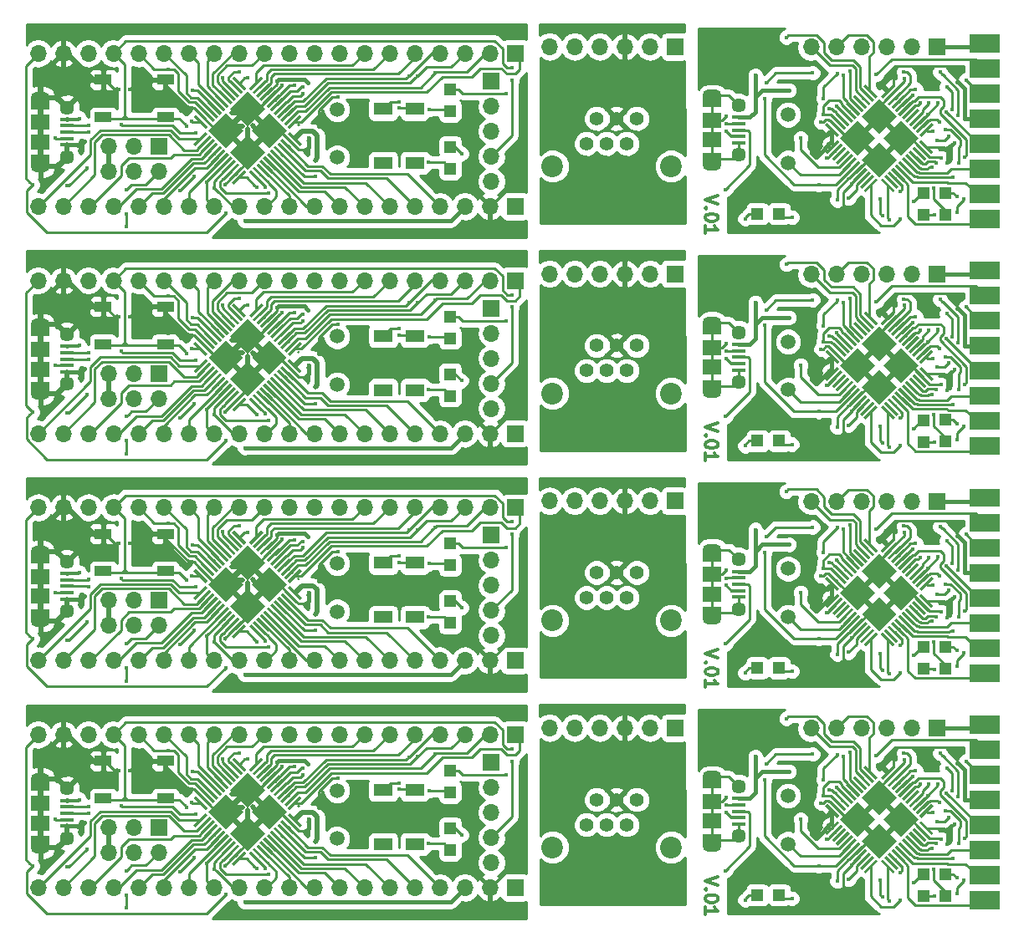
<source format=gtl>
%MOIN*%
%OFA0B0*%
%FSLAX46Y46*%
%IPPOS*%
%LPD*%
%ADD10C,0.0039370078740157488*%
%ADD11C,0.012795275590551183*%
%ADD12C,0.005905511811023622*%
%ADD13R,0.074803149606299218X0.059055118110236227*%
%ADD14C,0.057086614173228349*%
%ADD15R,0.053149606299212608X0.015748031496062995*%
%ADD16O,0.074803149606299218X0.047244094488188976*%
%ADD17R,0.074803149606299218X0.047244094488188976*%
%ADD18R,0.066929133858267723X0.066929133858267723*%
%ADD19O,0.066929133858267723X0.066929133858267723*%
%ADD20C,0.059055118110236227*%
%ADD21R,0.047244094488188976X0.047244094488188976*%
%ADD22C,0.017834645669291341*%
%ADD23C,0.017716535433070866*%
%ADD24C,0.00984251968503937*%
%ADD25C,0.015748031496062995*%
%ADD26C,0.023622047244094488*%
%ADD27C,0.01*%
%ADD38C,0.0039370078740157488*%
%ADD39C,0.012795275590551183*%
%ADD40C,0.005905511811023622*%
%ADD41R,0.074803149606299218X0.059055118110236227*%
%ADD42C,0.057086614173228349*%
%ADD43R,0.053149606299212608X0.015748031496062995*%
%ADD44O,0.074803149606299218X0.047244094488188976*%
%ADD45R,0.074803149606299218X0.047244094488188976*%
%ADD46R,0.066929133858267723X0.066929133858267723*%
%ADD47O,0.066929133858267723X0.066929133858267723*%
%ADD48C,0.059055118110236227*%
%ADD49R,0.047244094488188976X0.047244094488188976*%
%ADD50C,0.017834645669291341*%
%ADD51C,0.017716535433070866*%
%ADD52C,0.00984251968503937*%
%ADD53C,0.015748031496062995*%
%ADD54C,0.023622047244094488*%
%ADD55C,0.01*%
%ADD56C,0.0039370078740157488*%
%ADD57C,0.012795275590551183*%
%ADD58C,0.005905511811023622*%
%ADD59R,0.074803149606299218X0.059055118110236227*%
%ADD60C,0.057086614173228349*%
%ADD61R,0.053149606299212608X0.015748031496062995*%
%ADD62O,0.074803149606299218X0.047244094488188976*%
%ADD63R,0.074803149606299218X0.047244094488188976*%
%ADD64R,0.066929133858267723X0.066929133858267723*%
%ADD65O,0.066929133858267723X0.066929133858267723*%
%ADD66C,0.059055118110236227*%
%ADD67R,0.047244094488188976X0.047244094488188976*%
%ADD68C,0.017834645669291341*%
%ADD69C,0.017716535433070866*%
%ADD70C,0.00984251968503937*%
%ADD71C,0.015748031496062995*%
%ADD72C,0.023622047244094488*%
%ADD73C,0.01*%
%ADD74C,0.0039370078740157488*%
%ADD75C,0.005905511811023622*%
%ADD76R,0.066929133858267723X0.066929133858267723*%
%ADD77O,0.066929133858267723X0.066929133858267723*%
%ADD78R,0.074803149606299218X0.059055118110236227*%
%ADD79C,0.057086614173228349*%
%ADD80R,0.053149606299212608X0.015748031496062995*%
%ADD81O,0.074803149606299218X0.047244094488188976*%
%ADD82R,0.074803149606299218X0.047244094488188976*%
%ADD83R,0.066929133858267723X0.03937007874015748*%
%ADD84R,0.047244094488188976X0.047244094488188976*%
%ADD85C,0.059055118110236227*%
%ADD86R,0.074803149606299218X0.051181102362204731*%
%ADD87C,0.017834645669291341*%
%ADD88C,0.00984251968503937*%
%ADD89C,0.011811023622047244*%
%ADD90C,0.015748031496062995*%
%ADD91C,0.01968503937007874*%
%ADD92C,0.01*%
%ADD93C,0.0039370078740157488*%
%ADD94C,0.005905511811023622*%
%ADD95R,0.066929133858267723X0.066929133858267723*%
%ADD96O,0.066929133858267723X0.066929133858267723*%
%ADD97R,0.074803149606299218X0.059055118110236227*%
%ADD98C,0.057086614173228349*%
%ADD99R,0.053149606299212608X0.015748031496062995*%
%ADD100O,0.074803149606299218X0.047244094488188976*%
%ADD101R,0.074803149606299218X0.047244094488188976*%
%ADD102R,0.066929133858267723X0.03937007874015748*%
%ADD103R,0.047244094488188976X0.047244094488188976*%
%ADD104C,0.059055118110236227*%
%ADD105R,0.074803149606299218X0.051181102362204731*%
%ADD106C,0.017834645669291341*%
%ADD107C,0.00984251968503937*%
%ADD108C,0.011811023622047244*%
%ADD109C,0.015748031496062995*%
%ADD110C,0.01968503937007874*%
%ADD111C,0.01*%
%ADD112C,0.0039370078740157488*%
%ADD113C,0.005905511811023622*%
%ADD114R,0.066929133858267723X0.066929133858267723*%
%ADD115O,0.066929133858267723X0.066929133858267723*%
%ADD116R,0.074803149606299218X0.059055118110236227*%
%ADD117C,0.057086614173228349*%
%ADD118R,0.053149606299212608X0.015748031496062995*%
%ADD119O,0.074803149606299218X0.047244094488188976*%
%ADD120R,0.074803149606299218X0.047244094488188976*%
%ADD121R,0.066929133858267723X0.03937007874015748*%
%ADD122R,0.047244094488188976X0.047244094488188976*%
%ADD123C,0.059055118110236227*%
%ADD124R,0.074803149606299218X0.051181102362204731*%
%ADD125C,0.017834645669291341*%
%ADD126C,0.00984251968503937*%
%ADD127C,0.011811023622047244*%
%ADD128C,0.015748031496062995*%
%ADD129C,0.01968503937007874*%
%ADD130C,0.01*%
%ADD131C,0.0039370078740157488*%
%ADD132C,0.005905511811023622*%
%ADD133R,0.066929133858267723X0.066929133858267723*%
%ADD134O,0.066929133858267723X0.066929133858267723*%
%ADD135R,0.074803149606299218X0.059055118110236227*%
%ADD136C,0.057086614173228349*%
%ADD137R,0.053149606299212608X0.015748031496062995*%
%ADD138O,0.074803149606299218X0.047244094488188976*%
%ADD139R,0.074803149606299218X0.047244094488188976*%
%ADD140R,0.066929133858267723X0.03937007874015748*%
%ADD141R,0.047244094488188976X0.047244094488188976*%
%ADD142C,0.059055118110236227*%
%ADD143R,0.074803149606299218X0.051181102362204731*%
%ADD144C,0.017834645669291341*%
%ADD145C,0.00984251968503937*%
%ADD146C,0.011811023622047244*%
%ADD147C,0.015748031496062995*%
%ADD148C,0.01968503937007874*%
%ADD149C,0.01*%
%ADD150C,0.0039370078740157488*%
%ADD151C,0.012795275590551183*%
%ADD152C,0.005905511811023622*%
%ADD153R,0.074803149606299218X0.059055118110236227*%
%ADD154C,0.057086614173228349*%
%ADD155R,0.053149606299212608X0.015748031496062995*%
%ADD156O,0.074803149606299218X0.047244094488188976*%
%ADD157R,0.074803149606299218X0.047244094488188976*%
%ADD158R,0.066929133858267723X0.066929133858267723*%
%ADD159O,0.066929133858267723X0.066929133858267723*%
%ADD160C,0.059055118110236227*%
%ADD161R,0.047244094488188976X0.047244094488188976*%
%ADD162C,0.017834645669291341*%
%ADD163C,0.017716535433070866*%
%ADD164C,0.00984251968503937*%
%ADD165C,0.015748031496062995*%
%ADD166C,0.023622047244094488*%
%ADD167C,0.01*%
%ADD168C,0.0039370078740157488*%
%ADD169C,0.086614173228346469*%
%ADD170C,0.055118110236220472*%
%ADD171R,0.066929133858267723X0.066929133858267723*%
%ADD172O,0.066929133858267723X0.066929133858267723*%
%ADD173C,0.01*%
%ADD174C,0.0039370078740157488*%
%ADD175C,0.086614173228346469*%
%ADD176C,0.055118110236220472*%
%ADD177R,0.066929133858267723X0.066929133858267723*%
%ADD178O,0.066929133858267723X0.066929133858267723*%
%ADD179C,0.01*%
%ADD180C,0.0039370078740157488*%
%ADD181C,0.086614173228346469*%
%ADD182C,0.055118110236220472*%
%ADD183R,0.066929133858267723X0.066929133858267723*%
%ADD184O,0.066929133858267723X0.066929133858267723*%
%ADD185C,0.01*%
%ADD186C,0.0039370078740157488*%
%ADD187C,0.086614173228346469*%
%ADD188C,0.055118110236220472*%
%ADD189R,0.066929133858267723X0.066929133858267723*%
%ADD190O,0.066929133858267723X0.066929133858267723*%
%ADD191C,0.01*%
G01G01*
D10*
D11*
X0002783933Y0001099643D02*
X0002732752Y0001082583D01*
X0002783933Y0001065523D01*
X0002737626Y0001048462D02*
X0002735189Y0001046025D01*
X0002732752Y0001048462D01*
X0002735189Y0001050899D01*
X0002737626Y0001048462D01*
X0002732752Y0001048462D01*
X0002783933Y0001014341D02*
X0002783933Y0001009467D01*
X0002781496Y0001004593D01*
X0002779058Y0001002155D01*
X0002774184Y0000999718D01*
X0002764435Y0000997281D01*
X0002752249Y0000997281D01*
X0002742500Y0000999718D01*
X0002737626Y0001002155D01*
X0002735189Y0001004593D01*
X0002732752Y0001009467D01*
X0002732752Y0001014341D01*
X0002735189Y0001019216D01*
X0002737626Y0001021653D01*
X0002742500Y0001024090D01*
X0002752249Y0001026527D01*
X0002764435Y0001026527D01*
X0002774184Y0001024090D01*
X0002779058Y0001021653D01*
X0002781496Y0001019216D01*
X0002783933Y0001014341D01*
X0002732752Y0000948537D02*
X0002732752Y0000977784D01*
X0002732752Y0000963160D02*
X0002783933Y0000963160D01*
X0002776621Y0000968035D01*
X0002771747Y0000972909D01*
X0002769310Y0000977784D01*
D12*
X0003226312Y0001307163D02*
G75*
G03G03X0003226312Y0001307163I-0000002866D01X0003226312Y0001307163I-0000002866D01*
G01G01*
D10*
G36*
X0003258801Y0001333610D02*
X0003210083Y0001382328D01*
X0003218435Y0001390680D01*
X0003267152Y0001341962D01*
X0003258801Y0001333610D01*
X0003258801Y0001333610D01*
G37*
G36*
X0003272720Y0001347530D02*
X0003224002Y0001396248D01*
X0003232354Y0001404599D01*
X0003281072Y0001355881D01*
X0003272720Y0001347530D01*
X0003272720Y0001347530D01*
G37*
G36*
X0003286640Y0001361449D02*
X0003237922Y0001410167D01*
X0003246273Y0001418519D01*
X0003294991Y0001369801D01*
X0003286640Y0001361449D01*
X0003286640Y0001361449D01*
G37*
G36*
X0003300559Y0001375369D02*
X0003251841Y0001424087D01*
X0003260193Y0001432438D01*
X0003308911Y0001383720D01*
X0003300559Y0001375369D01*
X0003300559Y0001375369D01*
G37*
G36*
X0003314478Y0001389288D02*
X0003265761Y0001438006D01*
X0003274112Y0001446358D01*
X0003322830Y0001397640D01*
X0003314478Y0001389288D01*
X0003314478Y0001389288D01*
G37*
G36*
X0003288032Y0001460277D02*
X0003336750Y0001411559D01*
X0003328398Y0001403207D01*
X0003279680Y0001451925D01*
X0003288032Y0001460277D01*
X0003288032Y0001460277D01*
G37*
G36*
X0003342317Y0001417127D02*
X0003293599Y0001465845D01*
X0003301951Y0001474196D01*
X0003350669Y0001425479D01*
X0003342317Y0001417127D01*
X0003342317Y0001417127D01*
G37*
G36*
X0003356237Y0001431046D02*
X0003307519Y0001479764D01*
X0003315870Y0001488116D01*
X0003364588Y0001439398D01*
X0003356237Y0001431046D01*
X0003356237Y0001431046D01*
G37*
G36*
X0003370156Y0001444966D02*
X0003321438Y0001493684D01*
X0003329790Y0001502035D01*
X0003378508Y0001453317D01*
X0003370156Y0001444966D01*
X0003370156Y0001444966D01*
G37*
G36*
X0003384076Y0001458885D02*
X0003335358Y0001507603D01*
X0003343709Y0001515955D01*
X0003392427Y0001467237D01*
X0003384076Y0001458885D01*
X0003384076Y0001458885D01*
G37*
G36*
X0003397995Y0001472805D02*
X0003349277Y0001521523D01*
X0003357629Y0001529874D01*
X0003406347Y0001481156D01*
X0003397995Y0001472805D01*
X0003397995Y0001472805D01*
G37*
G36*
X0003411914Y0001486724D02*
X0003363197Y0001535442D01*
X0003371548Y0001543794D01*
X0003420266Y0001495076D01*
X0003411914Y0001486724D01*
X0003411914Y0001486724D01*
G37*
G36*
X0003350669Y0001230607D02*
X0003301951Y0001181889D01*
X0003293599Y0001190240D01*
X0003342317Y0001238958D01*
X0003350669Y0001230607D01*
X0003350669Y0001230607D01*
G37*
G36*
X0003336750Y0001244526D02*
X0003288032Y0001195808D01*
X0003279680Y0001204160D01*
X0003328398Y0001252878D01*
X0003336750Y0001244526D01*
X0003336750Y0001244526D01*
G37*
G36*
X0003322830Y0001258445D02*
X0003274112Y0001209727D01*
X0003265761Y0001218079D01*
X0003314478Y0001266797D01*
X0003322830Y0001258445D01*
X0003322830Y0001258445D01*
G37*
G36*
X0003308911Y0001272365D02*
X0003260193Y0001223647D01*
X0003251841Y0001231999D01*
X0003300559Y0001280716D01*
X0003308911Y0001272365D01*
X0003308911Y0001272365D01*
G37*
G36*
X0003294991Y0001286284D02*
X0003246273Y0001237566D01*
X0003237922Y0001245918D01*
X0003286640Y0001294636D01*
X0003294991Y0001286284D01*
X0003294991Y0001286284D01*
G37*
G36*
X0003281072Y0001300204D02*
X0003232354Y0001251486D01*
X0003224002Y0001259837D01*
X0003272720Y0001308555D01*
X0003281072Y0001300204D01*
X0003281072Y0001300204D01*
G37*
G36*
X0003364588Y0001216687D02*
X0003315870Y0001167969D01*
X0003307519Y0001176321D01*
X0003356237Y0001225039D01*
X0003364588Y0001216687D01*
X0003364588Y0001216687D01*
G37*
G36*
X0003267152Y0001314123D02*
X0003218435Y0001265405D01*
X0003210083Y0001273757D01*
X0003258801Y0001322475D01*
X0003267152Y0001314123D01*
X0003267152Y0001314123D01*
G37*
G36*
X0003378508Y0001202768D02*
X0003329790Y0001154050D01*
X0003321438Y0001162401D01*
X0003370156Y0001211119D01*
X0003378508Y0001202768D01*
X0003378508Y0001202768D01*
G37*
G36*
X0003392427Y0001188848D02*
X0003343709Y0001140130D01*
X0003335358Y0001148482D01*
X0003384076Y0001197200D01*
X0003392427Y0001188848D01*
X0003392427Y0001188848D01*
G37*
G36*
X0003406347Y0001174929D02*
X0003357629Y0001126211D01*
X0003349277Y0001134563D01*
X0003397995Y0001183280D01*
X0003406347Y0001174929D01*
X0003406347Y0001174929D01*
G37*
G36*
X0003420266Y0001161009D02*
X0003371548Y0001112291D01*
X0003363197Y0001120643D01*
X0003411914Y0001169361D01*
X0003420266Y0001161009D01*
X0003420266Y0001161009D01*
G37*
G36*
X0003563636Y0001195808D02*
X0003514918Y0001244526D01*
X0003523270Y0001252878D01*
X0003571988Y0001204160D01*
X0003563636Y0001195808D01*
X0003563636Y0001195808D01*
G37*
G36*
X0003549717Y0001181889D02*
X0003500999Y0001230607D01*
X0003509350Y0001238958D01*
X0003558068Y0001190240D01*
X0003549717Y0001181889D01*
X0003549717Y0001181889D01*
G37*
G36*
X0003535797Y0001167969D02*
X0003487079Y0001216687D01*
X0003495431Y0001225039D01*
X0003544149Y0001176321D01*
X0003535797Y0001167969D01*
X0003535797Y0001167969D01*
G37*
G36*
X0003521878Y0001154050D02*
X0003473160Y0001202768D01*
X0003481512Y0001211119D01*
X0003530230Y0001162401D01*
X0003521878Y0001154050D01*
X0003521878Y0001154050D01*
G37*
G36*
X0003507959Y0001140130D02*
X0003459241Y0001188848D01*
X0003467592Y0001197200D01*
X0003516310Y0001148482D01*
X0003507959Y0001140130D01*
X0003507959Y0001140130D01*
G37*
G36*
X0003494039Y0001126211D02*
X0003445321Y0001174929D01*
X0003453673Y0001183280D01*
X0003502391Y0001134563D01*
X0003494039Y0001126211D01*
X0003494039Y0001126211D01*
G37*
G36*
X0003480120Y0001112291D02*
X0003431402Y0001161009D01*
X0003439753Y0001169361D01*
X0003488471Y0001120643D01*
X0003480120Y0001112291D01*
X0003480120Y0001112291D01*
G37*
G36*
X0003577556Y0001209727D02*
X0003528838Y0001258445D01*
X0003537189Y0001266797D01*
X0003585907Y0001218079D01*
X0003577556Y0001209727D01*
X0003577556Y0001209727D01*
G37*
G36*
X0003591475Y0001223647D02*
X0003542757Y0001272365D01*
X0003551109Y0001280716D01*
X0003599827Y0001231999D01*
X0003591475Y0001223647D01*
X0003591475Y0001223647D01*
G37*
G36*
X0003605394Y0001237566D02*
X0003556677Y0001286284D01*
X0003565028Y0001294636D01*
X0003613746Y0001245918D01*
X0003605394Y0001237566D01*
X0003605394Y0001237566D01*
G37*
G36*
X0003619314Y0001251486D02*
X0003570596Y0001300204D01*
X0003578948Y0001308555D01*
X0003627666Y0001259837D01*
X0003619314Y0001251486D01*
X0003619314Y0001251486D01*
G37*
G36*
X0003633233Y0001265405D02*
X0003584515Y0001314123D01*
X0003592867Y0001322475D01*
X0003641585Y0001273757D01*
X0003633233Y0001265405D01*
X0003633233Y0001265405D01*
G37*
G36*
X0003558068Y0001465845D02*
X0003509350Y0001417127D01*
X0003500999Y0001425479D01*
X0003549717Y0001474196D01*
X0003558068Y0001465845D01*
X0003558068Y0001465845D01*
G37*
G36*
X0003571988Y0001451925D02*
X0003523270Y0001403207D01*
X0003514918Y0001411559D01*
X0003563636Y0001460277D01*
X0003571988Y0001451925D01*
X0003571988Y0001451925D01*
G37*
G36*
X0003544149Y0001479764D02*
X0003495431Y0001431046D01*
X0003487079Y0001439398D01*
X0003535797Y0001488116D01*
X0003544149Y0001479764D01*
X0003544149Y0001479764D01*
G37*
G36*
X0003530230Y0001493684D02*
X0003481512Y0001444966D01*
X0003473160Y0001453317D01*
X0003521878Y0001502035D01*
X0003530230Y0001493684D01*
X0003530230Y0001493684D01*
G37*
G36*
X0003516310Y0001507603D02*
X0003467592Y0001458885D01*
X0003459241Y0001467237D01*
X0003507959Y0001515955D01*
X0003516310Y0001507603D01*
X0003516310Y0001507603D01*
G37*
G36*
X0003502391Y0001521523D02*
X0003453673Y0001472805D01*
X0003445321Y0001481156D01*
X0003494039Y0001529874D01*
X0003502391Y0001521523D01*
X0003502391Y0001521523D01*
G37*
G36*
X0003488471Y0001535442D02*
X0003439753Y0001486724D01*
X0003431402Y0001495076D01*
X0003480120Y0001543794D01*
X0003488471Y0001535442D01*
X0003488471Y0001535442D01*
G37*
G36*
X0003585907Y0001438006D02*
X0003537189Y0001389288D01*
X0003528838Y0001397640D01*
X0003577556Y0001446358D01*
X0003585907Y0001438006D01*
X0003585907Y0001438006D01*
G37*
G36*
X0003599827Y0001424087D02*
X0003551109Y0001375369D01*
X0003542757Y0001383720D01*
X0003591475Y0001432438D01*
X0003599827Y0001424087D01*
X0003599827Y0001424087D01*
G37*
G36*
X0003613746Y0001410167D02*
X0003565028Y0001361449D01*
X0003556677Y0001369801D01*
X0003605394Y0001418519D01*
X0003613746Y0001410167D01*
X0003613746Y0001410167D01*
G37*
G36*
X0003627666Y0001396248D02*
X0003578948Y0001347530D01*
X0003570596Y0001355881D01*
X0003619314Y0001404599D01*
X0003627666Y0001396248D01*
X0003627666Y0001396248D01*
G37*
G36*
X0003641585Y0001382328D02*
X0003592867Y0001333610D01*
X0003584515Y0001341962D01*
X0003633233Y0001390680D01*
X0003641585Y0001382328D01*
X0003641585Y0001382328D01*
G37*
G36*
X0003339533Y0001258445D02*
X0003269936Y0001328043D01*
X0003339533Y0001397640D01*
X0003409131Y0001328043D01*
X0003339533Y0001258445D01*
X0003339533Y0001258445D01*
G37*
G36*
X0003512134Y0001258445D02*
X0003442537Y0001328043D01*
X0003512134Y0001397640D01*
X0003581731Y0001328043D01*
X0003512134Y0001258445D01*
X0003512134Y0001258445D01*
G37*
G36*
X0003425834Y0001344746D02*
X0003356237Y0001414343D01*
X0003425834Y0001483940D01*
X0003495431Y0001414343D01*
X0003425834Y0001344746D01*
X0003425834Y0001344746D01*
G37*
G36*
X0003425834Y0001172145D02*
X0003356237Y0001241742D01*
X0003425834Y0001311339D01*
X0003495431Y0001241742D01*
X0003425834Y0001172145D01*
X0003425834Y0001172145D01*
G37*
D13*
X0002760637Y0001320866D03*
D14*
X0002866937Y0001458661D03*
D15*
X0002866937Y0001385826D03*
X0002866937Y0001411417D03*
X0002866937Y0001309055D03*
X0002866937Y0001334645D03*
X0002866937Y0001360236D03*
D14*
X0002866937Y0001261810D03*
D13*
X0002760637Y0001399606D03*
D16*
X0002760637Y0001498031D03*
X0002760637Y0001222440D03*
D17*
X0002760637Y0001246062D03*
X0002760637Y0001474409D03*
D10*
G36*
X0003787401Y0001670472D02*
X0003787401Y0001741338D01*
X0003905511Y0001741338D01*
X0003905511Y0001670472D01*
X0003787401Y0001670472D01*
X0003787401Y0001670472D01*
G37*
G36*
X0003787401Y0001570472D02*
X0003787401Y0001641338D01*
X0003905511Y0001641338D01*
X0003905511Y0001570472D01*
X0003787401Y0001570472D01*
X0003787401Y0001570472D01*
G37*
G36*
X0003787401Y0001470472D02*
X0003787401Y0001541338D01*
X0003905511Y0001541338D01*
X0003905511Y0001470472D01*
X0003787401Y0001470472D01*
X0003787401Y0001470472D01*
G37*
G36*
X0003787401Y0001370472D02*
X0003787401Y0001441338D01*
X0003905511Y0001441338D01*
X0003905511Y0001370472D01*
X0003787401Y0001370472D01*
X0003787401Y0001370472D01*
G37*
G36*
X0003787401Y0001270472D02*
X0003787401Y0001341338D01*
X0003905511Y0001341338D01*
X0003905511Y0001270472D01*
X0003787401Y0001270472D01*
X0003787401Y0001270472D01*
G37*
G36*
X0003787401Y0001170472D02*
X0003787401Y0001241338D01*
X0003905511Y0001241338D01*
X0003905511Y0001170472D01*
X0003787401Y0001170472D01*
X0003787401Y0001170472D01*
G37*
G36*
X0003787401Y0001070472D02*
X0003787401Y0001141338D01*
X0003905511Y0001141338D01*
X0003905511Y0001070472D01*
X0003787401Y0001070472D01*
X0003787401Y0001070472D01*
G37*
G36*
X0003787401Y0000970472D02*
X0003787401Y0001041338D01*
X0003905511Y0001041338D01*
X0003905511Y0000970472D01*
X0003787401Y0000970472D01*
X0003787401Y0000970472D01*
G37*
D18*
X0003654937Y0001691826D03*
D19*
X0003554937Y0001691826D03*
X0003454937Y0001691826D03*
X0003354937Y0001691826D03*
X0003254937Y0001691826D03*
X0003154937Y0001691826D03*
D20*
X0003062937Y0001229826D03*
X0003062937Y0001421952D03*
D21*
X0003027244Y0001026826D03*
X0002940629Y0001026826D03*
X0003688224Y0001023379D03*
X0003688224Y0001109994D03*
X0003603291Y0001022559D03*
X0003603291Y0001109173D03*
D22*
X0003172834Y0001253149D03*
X0003697073Y0001227618D03*
D23*
X0003726906Y0001310371D03*
X0003644052Y0001130189D03*
X0003766535Y0001406299D03*
D22*
X0003482937Y0001581753D03*
X0002771653Y0001663385D03*
X0003321937Y0001017826D03*
X0003155937Y0001391826D03*
X0002984937Y0001101826D03*
X0003314937Y0001145826D03*
X0003065937Y0001518826D03*
X0002931889Y0001578346D03*
D23*
X0003645275Y0001020866D03*
D22*
X0003734937Y0001095826D03*
X0002812598Y0001123622D03*
D23*
X0003693522Y0001433510D03*
D22*
X0003623937Y0001467826D03*
D23*
X0003739649Y0001418007D03*
D22*
X0003656084Y0001319863D03*
X0003702342Y0001336876D03*
X0003668110Y0001590944D03*
X0003720078Y0001172834D03*
X0003765354Y0001251968D03*
D23*
X0003508867Y0001006693D03*
X0003465748Y0001001968D03*
X0003717522Y0001442393D03*
D22*
X0003694438Y0001533935D03*
X0003735433Y0001032677D03*
X0003762204Y0001085826D03*
X0003742125Y0001230708D03*
X0003688189Y0001361417D03*
D23*
X0003589711Y0001468052D03*
D22*
X0003570934Y0001522667D03*
X0003558538Y0001499637D03*
X0003055118Y0001730314D03*
X0003638582Y0001356299D03*
D23*
X0003227321Y0001445866D03*
X0003282937Y0001578544D03*
X0003202518Y0001422348D03*
X0003308937Y0001596172D03*
X0003303590Y0001088929D03*
D22*
X0003771616Y0001560447D03*
X0003413937Y0001581826D03*
X0003523873Y0001592460D03*
D23*
X0003508183Y0001116535D03*
D22*
X0003665748Y0001394094D03*
X0003660433Y0001470472D03*
D23*
X0003617883Y0001422656D03*
X0002968897Y0001486700D03*
D22*
X0003184645Y0001143307D03*
X0002891338Y0001006692D03*
X0003437795Y0001018110D03*
X0003563385Y0001075590D03*
X0003428740Y0001084901D03*
X0003672756Y0001250000D03*
X0003525550Y0001566566D03*
X0003193937Y0001392826D03*
D23*
X0003257937Y0001081283D03*
X0002817480Y0001416313D03*
X0003112598Y0001327756D03*
X0002975102Y0001549508D03*
X0003160827Y0001588088D03*
X0002816459Y0001384669D03*
D22*
X0002814960Y0001356299D03*
D23*
X0003256283Y0001456598D03*
D22*
X0003203244Y0001485905D03*
X0003257937Y0001586826D03*
X0003077937Y0001012826D03*
X0003634649Y0001212598D03*
X0003653543Y0001230708D03*
X0003216141Y0001248031D03*
D24*
X0003697244Y0001280709D02*
X0003697073Y0001280539D01*
X0003697073Y0001280539D02*
X0003697073Y0001227618D01*
X0003613050Y0001293940D02*
X0003684012Y0001293940D01*
X0003684012Y0001293940D02*
X0003697244Y0001280709D01*
X0003697244Y0001280709D02*
X0003726906Y0001310371D01*
X0003155937Y0001391826D02*
X0003155937Y0001537826D01*
X0003155937Y0001537826D02*
X0003207874Y0001589763D01*
D25*
X0003736220Y0001553826D02*
X0003739874Y0001553826D01*
X0003739874Y0001553826D02*
X0003766535Y0001527165D01*
X0003766535Y0001527165D02*
X0003766535Y0001406299D01*
D24*
X0003736220Y0001553826D02*
X0003736220Y0001599606D01*
X0003736220Y0001599606D02*
X0003721000Y0001614826D01*
X0003721000Y0001614826D02*
X0003589937Y0001614826D01*
D25*
X0003155937Y0001270047D02*
X0003172834Y0001253149D01*
X0003155937Y0001391826D02*
X0003155937Y0001270047D01*
X0003182933Y0001260492D02*
X0003175590Y0001253149D01*
X0003175590Y0001253149D02*
X0003172834Y0001253149D01*
D24*
X0003216381Y0001293940D02*
X0003182933Y0001260492D01*
X0003238618Y0001293940D02*
X0003216381Y0001293940D01*
D25*
X0003237225Y0001360753D02*
X0003237225Y0001314784D01*
X0003237225Y0001314784D02*
X0003182933Y0001260492D01*
D24*
X0003644052Y0001084294D02*
X0003644052Y0001130189D01*
X0003688224Y0001023379D02*
X0003688224Y0001040121D01*
X0003688224Y0001040121D02*
X0003644052Y0001084294D01*
D25*
X0003846456Y0001405905D02*
X0003766929Y0001405905D01*
X0003766929Y0001405905D02*
X0003766535Y0001406299D01*
D24*
X0003459937Y0001515259D02*
X0003482283Y0001537605D01*
X0003482283Y0001537605D02*
X0003482283Y0001581099D01*
X0003482283Y0001581099D02*
X0003482937Y0001581753D01*
X0003589937Y0001614826D02*
X0003530181Y0001614826D01*
X0003530181Y0001614826D02*
X0003529527Y0001614173D01*
X0003529527Y0001614173D02*
X0003497047Y0001614173D01*
X0003497047Y0001614173D02*
X0003482937Y0001600062D01*
X0003482937Y0001600062D02*
X0003482937Y0001581753D01*
X0003588936Y0001613826D02*
X0003589937Y0001614826D01*
X0003238618Y0001293940D02*
X0003238618Y0001362145D01*
X0003155937Y0001391826D02*
X0003155937Y0001379299D01*
X0003281937Y0001057826D02*
X0003321937Y0001017826D01*
X0003281937Y0001112826D02*
X0003281937Y0001057826D01*
X0003314937Y0001145826D02*
X0003281937Y0001112826D01*
X0003155937Y0001424826D02*
X0003155937Y0001391826D01*
X0003349973Y0001182585D02*
X0003314937Y0001147548D01*
X0003314937Y0001147548D02*
X0003314937Y0001145826D01*
D25*
X0003065937Y0001518826D02*
X0002958984Y0001518826D01*
X0002958984Y0001518826D02*
X0002931937Y0001491779D01*
X0002931937Y0001517779D02*
X0002931889Y0001517826D01*
X0002931937Y0001491779D02*
X0002931937Y0001517779D01*
X0002931889Y0001517826D02*
X0002931889Y0001578346D01*
X0002866937Y0001411417D02*
X0002909259Y0001411417D01*
X0002909259Y0001411417D02*
X0002931889Y0001434047D01*
X0002931889Y0001434047D02*
X0002931889Y0001517826D01*
X0002866937Y0001411417D02*
X0002885637Y0001411417D01*
D24*
X0003643582Y0001022559D02*
X0003645275Y0001020866D01*
X0003603291Y0001022559D02*
X0003643582Y0001022559D01*
X0003688224Y0001109994D02*
X0003720769Y0001109994D01*
X0003720769Y0001109994D02*
X0003734937Y0001095826D01*
X0002812598Y0001123622D02*
X0002909842Y0001220866D01*
X0002909842Y0001353748D02*
X0002903354Y0001360236D01*
X0002903354Y0001360236D02*
X0002866937Y0001360236D01*
X0002909842Y0001220866D02*
X0002909842Y0001353748D01*
X0003571292Y0001403903D02*
X0003571292Y0001405295D01*
X0003623937Y0001466850D02*
X0003623937Y0001467826D01*
X0003571292Y0001405295D02*
X0003598703Y0001432706D01*
X0003598703Y0001432706D02*
X0003598703Y0001441616D01*
X0003598703Y0001441616D02*
X0003623937Y0001466850D01*
X0003844488Y0001314763D02*
X0003812269Y0001314763D01*
X0003812269Y0001314763D02*
X0003693522Y0001433510D01*
X0003678208Y0001582027D02*
X0003739649Y0001520587D01*
X0003677027Y0001582027D02*
X0003678208Y0001582027D01*
X0003668110Y0001590944D02*
X0003677027Y0001582027D01*
X0003739649Y0001520587D02*
X0003739649Y0001418007D01*
X0003685329Y0001319863D02*
X0003656084Y0001319863D01*
X0003702342Y0001336876D02*
X0003685329Y0001319863D01*
X0003565607Y0001174350D02*
X0003568391Y0001174350D01*
X0003707467Y0001172834D02*
X0003720078Y0001172834D01*
X0003529534Y0001210423D02*
X0003565607Y0001174350D01*
X0003575349Y0001174350D02*
X0003578079Y0001171620D01*
X0003706253Y0001171620D02*
X0003707467Y0001172834D01*
X0003578079Y0001171620D02*
X0003706253Y0001171620D01*
X0003568391Y0001174350D02*
X0003575349Y0001174350D01*
X0003682145Y0001454181D02*
X0003669785Y0001441820D01*
X0003670413Y0001492185D02*
X0003682145Y0001480452D01*
X0003682145Y0001480452D02*
X0003682145Y0001454181D01*
X0003529534Y0001445662D02*
X0003560334Y0001476462D01*
X0003560334Y0001476462D02*
X0003567327Y0001476462D01*
X0003567327Y0001476462D02*
X0003583049Y0001492185D01*
X0003583049Y0001492185D02*
X0003670413Y0001492185D01*
X0003669785Y0001441820D02*
X0003669785Y0001426624D01*
X0003669785Y0001426624D02*
X0003774271Y0001322138D01*
X0003774271Y0001322138D02*
X0003774271Y0001260885D01*
X0003774271Y0001260885D02*
X0003765354Y0001251968D01*
X0003482489Y0000980314D02*
X0003508867Y0001006693D01*
X0003391731Y0001140826D02*
X0003391731Y0001021409D01*
X0003391731Y0001021409D02*
X0003432825Y0000980314D01*
X0003432825Y0000980314D02*
X0003482489Y0000980314D01*
X0003459937Y0001140826D02*
X0003459937Y0001007779D01*
X0003459937Y0001007779D02*
X0003465748Y0001001968D01*
X0003762204Y0001085826D02*
X0003762204Y0001083858D01*
X0003762204Y0001083858D02*
X0003735039Y0001056692D01*
X0003735039Y0001056692D02*
X0003735039Y0001033070D01*
X0003735039Y0001033070D02*
X0003735433Y0001032677D01*
X0003694438Y0001533935D02*
X0003717522Y0001510851D01*
X0003717522Y0001510851D02*
X0003717522Y0001442393D01*
X0003688189Y0001361417D02*
X0003709936Y0001361417D01*
X0003748560Y0001322793D02*
X0003748560Y0001299978D01*
X0003742125Y0001293543D02*
X0003742125Y0001230708D01*
X0003709936Y0001361417D02*
X0003748560Y0001322793D01*
X0003748560Y0001299978D02*
X0003742125Y0001293543D01*
X0003572255Y0001459153D02*
X0003580812Y0001459153D01*
X0003571987Y0001458885D02*
X0003572255Y0001459153D01*
X0003543453Y0001431742D02*
X0003570596Y0001458885D01*
X0003570596Y0001458885D02*
X0003571987Y0001458885D01*
X0003580812Y0001459153D02*
X0003589711Y0001468052D01*
X0003550861Y0001522667D02*
X0003570934Y0001522667D01*
X0003501695Y0001473501D02*
X0003550861Y0001522667D01*
X0003555670Y0001499637D02*
X0003558538Y0001499637D01*
X0003515614Y0001459581D02*
X0003555670Y0001499637D01*
X0003176055Y0001739173D02*
X0003063976Y0001739173D01*
X0003206937Y0001668826D02*
X0003206937Y0001708291D01*
X0003322937Y0001639826D02*
X0003235937Y0001639826D01*
X0003063976Y0001739173D02*
X0003055118Y0001730314D01*
X0003206937Y0001708291D02*
X0003176055Y0001739173D01*
X0003350401Y0001612362D02*
X0003322937Y0001639826D01*
X0003235937Y0001639826D02*
X0003206937Y0001668826D01*
X0003350401Y0001528750D02*
X0003350401Y0001612362D01*
X0003377812Y0001501339D02*
X0003350401Y0001528750D01*
X0003638582Y0001356299D02*
X0003618897Y0001356299D01*
X0003618897Y0001356299D02*
X0003613050Y0001362145D01*
X0003234968Y0001445866D02*
X0003227321Y0001445866D01*
X0003245890Y0001434944D02*
X0003234968Y0001445866D01*
X0003280376Y0001403903D02*
X0003249335Y0001434944D01*
X0003249335Y0001434944D02*
X0003245890Y0001434944D01*
X0003322134Y0001445662D02*
X0003322134Y0001447053D01*
X0003322134Y0001447053D02*
X0003294723Y0001474464D01*
X0003294723Y0001474464D02*
X0003294723Y0001475856D01*
X0003294723Y0001475856D02*
X0003282937Y0001487643D01*
X0003282937Y0001487643D02*
X0003282937Y0001578544D01*
X0003308215Y0001431742D02*
X0003277006Y0001462951D01*
X0003277006Y0001462951D02*
X0003277006Y0001468518D01*
X0003277006Y0001468518D02*
X0003266907Y0001478617D01*
X0003266907Y0001478617D02*
X0003226922Y0001478617D01*
X0003226922Y0001478617D02*
X0003202518Y0001454213D01*
X0003202518Y0001454213D02*
X0003202518Y0001422348D01*
X0003308215Y0001431742D02*
X0003310824Y0001429133D01*
X0003310824Y0001429133D02*
X0003312215Y0001429133D01*
X0003266457Y0001389984D02*
X0003265065Y0001389984D01*
X0003265065Y0001389984D02*
X0003232805Y0001422244D01*
X0003232805Y0001422244D02*
X0003215150Y0001422244D01*
X0003215150Y0001422244D02*
X0003215045Y0001422348D01*
X0003215045Y0001422348D02*
X0003202518Y0001422348D01*
X0003336054Y0001459581D02*
X0003308937Y0001486698D01*
X0003308937Y0001486698D02*
X0003308937Y0001488090D01*
X0003308937Y0001499278D02*
X0003308937Y0001596172D01*
X0003308937Y0001488090D02*
X0003308643Y0001488383D01*
X0003308643Y0001488383D02*
X0003308643Y0001498984D01*
X0003308643Y0001498984D02*
X0003308937Y0001499278D01*
X0003336481Y0001121820D02*
X0003303590Y0001088929D01*
X0003336481Y0001141254D02*
X0003336481Y0001121820D01*
X0003363892Y0001168665D02*
X0003336481Y0001141254D01*
X0003817300Y0001514763D02*
X0003771616Y0001560447D01*
X0003844488Y0001514763D02*
X0003817300Y0001514763D01*
X0003413937Y0001581826D02*
X0003476232Y0001644122D01*
X0003476232Y0001644122D02*
X0003808239Y0001644122D01*
X0003808239Y0001644122D02*
X0003846456Y0001605905D01*
X0003844488Y0001614763D02*
X0003823755Y0001635496D01*
X0003254937Y0001691826D02*
X0003301196Y0001738086D01*
X0003401196Y0001669622D02*
X0003386614Y0001655039D01*
X0003386614Y0001520472D02*
X0003391731Y0001515354D01*
X0003301196Y0001738086D02*
X0003377141Y0001738086D01*
X0003377141Y0001738086D02*
X0003401196Y0001714031D01*
X0003401196Y0001714031D02*
X0003401196Y0001669622D01*
X0003386614Y0001655039D02*
X0003386614Y0001520472D01*
X0003391731Y0001515354D02*
X0003391731Y0001515259D01*
X0003487775Y0001487420D02*
X0003548818Y0001548463D01*
X0003548818Y0001548463D02*
X0003548818Y0001580125D01*
X0003548818Y0001580125D02*
X0003536484Y0001592460D01*
X0003536484Y0001592460D02*
X0003523873Y0001592460D01*
X0003517041Y0001125393D02*
X0003508183Y0001116535D01*
X0003517041Y0001139399D02*
X0003517041Y0001125393D01*
X0003487775Y0001168665D02*
X0003517041Y0001139399D01*
X0003600522Y0001376065D02*
X0003627933Y0001403476D01*
X0003627933Y0001403476D02*
X0003656366Y0001403476D01*
X0003656366Y0001403476D02*
X0003665748Y0001394094D01*
X0003599131Y0001376065D02*
X0003600522Y0001376065D01*
X0003660433Y0001465205D02*
X0003660433Y0001470472D01*
X0003617883Y0001422656D02*
X0003660433Y0001465205D01*
X0003617883Y0001422656D02*
X0003617883Y0001422656D01*
X0003585211Y0001389984D02*
X0003617883Y0001422656D01*
X0003253626Y0001143307D02*
X0003184645Y0001143307D01*
X0003320743Y0001210423D02*
X0003253626Y0001143307D01*
X0003322134Y0001210423D02*
X0003320743Y0001210423D01*
X0003184645Y0001143307D02*
X0003086818Y0001143307D01*
X0003086818Y0001143307D02*
X0002968897Y0001261228D01*
X0002968897Y0001261228D02*
X0002968897Y0001486700D01*
D25*
X0003654937Y0001691826D02*
X0003832377Y0001691826D01*
X0003832377Y0001691826D02*
X0003846456Y0001705905D01*
D24*
X0002891338Y0001011000D02*
X0002891338Y0001006692D01*
X0002907165Y0001026826D02*
X0002891338Y0001011000D01*
X0002940629Y0001026826D02*
X0002907165Y0001026826D01*
X0003473856Y0001501339D02*
X0003473856Y0001502731D01*
X0003473856Y0001502731D02*
X0003525984Y0001554859D01*
X0003525984Y0001554859D02*
X0003525984Y0001566132D01*
X0003525984Y0001566132D02*
X0003525550Y0001566566D01*
X0003428740Y0001027165D02*
X0003437795Y0001018110D01*
X0003428740Y0001084901D02*
X0003428740Y0001027165D01*
X0003603291Y0001109173D02*
X0003601456Y0001109173D01*
X0003601456Y0001109173D02*
X0003600787Y0001109842D01*
X0003600787Y0001109842D02*
X0003597637Y0001109842D01*
X0003597637Y0001109842D02*
X0003563385Y0001075590D01*
D26*
X0003425834Y0001414343D02*
X0003339533Y0001328043D01*
X0003512134Y0001328043D02*
X0003425834Y0001414343D01*
X0003425834Y0001241742D02*
X0003512134Y0001328043D01*
X0003339533Y0001328043D02*
X0003425834Y0001241742D01*
D24*
X0003626730Y0001252421D02*
X0003670335Y0001252421D01*
X0003599131Y0001280021D02*
X0003626730Y0001252421D01*
X0003670335Y0001252421D02*
X0003672756Y0001250000D01*
X0003223735Y0001403476D02*
X0003213134Y0001403476D01*
X0003251146Y0001376065D02*
X0003223735Y0001403476D01*
X0003252537Y0001376065D02*
X0003251146Y0001376065D01*
X0003213134Y0001403476D02*
X0003202485Y0001392826D01*
X0003202485Y0001392826D02*
X0003193937Y0001392826D01*
X0003425834Y0001241742D02*
X0003381292Y0001241742D01*
X0003381292Y0001241742D02*
X0003336054Y0001196504D01*
X0003512134Y0001328043D02*
X0003551109Y0001328043D01*
X0003551109Y0001328043D02*
X0003599131Y0001280021D01*
X0003473856Y0001501339D02*
X0003425834Y0001453317D01*
X0003425834Y0001453317D02*
X0003425834Y0001414343D01*
X0003252537Y0001376065D02*
X0003300559Y0001328043D01*
X0003300559Y0001328043D02*
X0003339533Y0001328043D01*
X0003302855Y0001167480D02*
X0003257937Y0001122562D01*
X0003307030Y0001167480D02*
X0003302855Y0001167480D01*
X0003257937Y0001122562D02*
X0003257937Y0001081283D01*
X0003336054Y0001196504D02*
X0003307030Y0001167480D01*
X0002760637Y0001399606D02*
X0002800772Y0001399606D01*
X0002800772Y0001399606D02*
X0002817480Y0001416313D01*
X0002866937Y0001458661D02*
X0002827566Y0001498031D01*
X0002827566Y0001498031D02*
X0002760637Y0001498031D01*
X0002760637Y0001474409D02*
X0002760637Y0001498031D01*
X0002760637Y0001399606D02*
X0002760637Y0001474409D01*
X0002760637Y0001320866D02*
X0002760637Y0001399606D01*
X0002760637Y0001246062D02*
X0002760637Y0001320866D01*
X0002760637Y0001246062D02*
X0002851188Y0001246062D01*
X0002851188Y0001246062D02*
X0002866937Y0001261810D01*
X0002760637Y0001222440D02*
X0002760637Y0001246062D01*
X0002866937Y0001261810D02*
X0002866937Y0001309055D01*
X0003257937Y0001180826D02*
X0003264698Y0001180826D01*
X0003257937Y0001180826D02*
X0003264937Y0001180826D01*
X0003062937Y0001229826D02*
X0003111937Y0001180826D01*
X0003111937Y0001180826D02*
X0003257937Y0001180826D01*
X0003264937Y0001180826D02*
X0003276698Y0001192588D01*
X0003276698Y0001192588D02*
X0003276698Y0001192826D01*
X0003276698Y0001192826D02*
X0003284937Y0001201065D01*
X0003308215Y0001224343D02*
X0003264698Y0001180826D01*
X0003308215Y0001224343D02*
X0003284937Y0001201065D01*
X0003264698Y0001180826D02*
X0003284937Y0001201065D01*
X0003308215Y0001224343D02*
X0003306823Y0001224343D01*
X0003294295Y0001238262D02*
X0003266884Y0001210851D01*
X0003112598Y0001280857D02*
X0003112598Y0001327756D01*
X0003266884Y0001210851D02*
X0003182604Y0001210851D01*
X0003182604Y0001210851D02*
X0003112598Y0001280857D01*
X0003294295Y0001238262D02*
X0003292904Y0001238262D01*
X0003294295Y0001238262D02*
X0003293646Y0001238262D01*
X0003013681Y0001588088D02*
X0002975102Y0001549508D01*
X0003160827Y0001588088D02*
X0003013681Y0001588088D01*
X0002817616Y0001385826D02*
X0002816459Y0001384669D01*
X0002866937Y0001385826D02*
X0002817616Y0001385826D01*
X0002866937Y0001334645D02*
X0002836614Y0001334645D01*
X0002836614Y0001334645D02*
X0002814960Y0001356299D01*
X0003294295Y0001417823D02*
X0003256283Y0001455835D01*
X0003256283Y0001455835D02*
X0003256283Y0001456598D01*
X0003257937Y0001586826D02*
X0003257937Y0001585692D01*
X0003257937Y0001585692D02*
X0003203244Y0001531000D01*
X0003203244Y0001531000D02*
X0003203244Y0001485905D01*
X0003077937Y0001012826D02*
X0003041244Y0001012826D01*
X0003041244Y0001012826D02*
X0003027244Y0001026826D01*
X0003331590Y0001519722D02*
X0003331590Y0001606117D01*
X0003363892Y0001487420D02*
X0003331590Y0001519722D01*
X0003228937Y0001617826D02*
X0003154937Y0001691826D01*
X0003331590Y0001606117D02*
X0003319881Y0001617826D01*
X0003319881Y0001617826D02*
X0003228937Y0001617826D01*
X0003543453Y0001224343D02*
X0003575729Y0001192066D01*
X0003712204Y0001205905D02*
X0003846456Y0001205905D01*
X0003575729Y0001192066D02*
X0003582687Y0001192066D01*
X0003582687Y0001192066D02*
X0003585417Y0001189337D01*
X0003585417Y0001189337D02*
X0003695636Y0001189337D01*
X0003695636Y0001189337D02*
X0003712204Y0001205905D01*
X0003836476Y0001206751D02*
X0003844488Y0001214763D01*
X0003695457Y0001153903D02*
X0003700207Y0001149153D01*
X0003558215Y0001153903D02*
X0003695457Y0001153903D01*
X0003770137Y0001149153D02*
X0003804527Y0001114763D01*
X0003700207Y0001149153D02*
X0003770137Y0001149153D01*
X0003804527Y0001114763D02*
X0003844488Y0001114763D01*
X0003515614Y0001196504D02*
X0003558215Y0001153903D01*
X0003501695Y0001182585D02*
X0003540759Y0001143521D01*
X0003540759Y0001143521D02*
X0003540759Y0001014815D01*
X0003540759Y0001014815D02*
X0003565417Y0000990157D01*
X0003566874Y0000988700D02*
X0003569747Y0000985826D01*
X0003565417Y0000990157D02*
X0003566874Y0000990157D01*
X0003566874Y0000990157D02*
X0003566874Y0000988700D01*
X0003569747Y0000985826D02*
X0003829133Y0000985826D01*
X0003829133Y0000985826D02*
X0003829133Y0000988582D01*
X0003829133Y0000988582D02*
X0003846456Y0001005905D01*
X0003811023Y0001014763D02*
X0003844488Y0001014763D01*
X0003618033Y0001207054D02*
X0003623577Y0001212598D01*
X0003623577Y0001212598D02*
X0003634649Y0001212598D01*
X0003592756Y0001207054D02*
X0003618033Y0001207054D01*
X0003590026Y0001209783D02*
X0003592756Y0001207054D01*
X0003557372Y0001238262D02*
X0003585851Y0001209783D01*
X0003585851Y0001209783D02*
X0003590026Y0001209783D01*
X0003600094Y0001224771D02*
X0003610695Y0001224771D01*
X0003620235Y0001234311D02*
X0003649940Y0001234311D01*
X0003571292Y0001252182D02*
X0003572683Y0001252182D01*
X0003610695Y0001224771D02*
X0003620235Y0001234311D01*
X0003572683Y0001252182D02*
X0003600094Y0001224771D01*
X0003649940Y0001234311D02*
X0003653543Y0001230708D01*
X0003252537Y0001280021D02*
X0003220548Y0001248031D01*
X0003220548Y0001248031D02*
X0003216141Y0001248031D01*
D27*
G36*
X0002941254Y0001249777D02*
X0002947740Y0001240070D01*
X0003065661Y0001122149D01*
X0003075368Y0001115663D01*
X0003086818Y0001113385D01*
X0003168260Y0001113385D01*
X0003177869Y0001109395D01*
X0003191362Y0001109383D01*
X0003201048Y0001113385D01*
X0003228015Y0001113385D01*
X0003228015Y0001097515D01*
X0003224084Y0001088048D01*
X0003224072Y0001074578D01*
X0003229216Y0001062129D01*
X0003238732Y0001052597D01*
X0003251172Y0001047431D01*
X0003264642Y0001047419D01*
X0003277091Y0001052563D01*
X0003284666Y0001060125D01*
X0003296826Y0001055076D01*
X0003310296Y0001055064D01*
X0003322745Y0001060208D01*
X0003332277Y0001069724D01*
X0003336237Y0001079260D01*
X0003352384Y0001095407D01*
X0003353524Y0001094267D01*
X0003361308Y0001088949D01*
X0003361810Y0001088840D01*
X0003361810Y0001021409D01*
X0003364088Y0001009958D01*
X0003370574Y0001000251D01*
X0003411668Y0000959157D01*
X0003421375Y0000952671D01*
X0003425502Y0000951850D01*
X0002823129Y0000951850D01*
X0002823129Y0000999975D01*
X0002857415Y0000999975D01*
X0002862568Y0000987505D01*
X0002872100Y0000977955D01*
X0002884562Y0000972781D01*
X0002898055Y0000972769D01*
X0002910526Y0000977922D01*
X0002911446Y0000978841D01*
X0002917007Y0000977714D01*
X0002964251Y0000977714D01*
X0002973516Y0000979458D01*
X0002982025Y0000984933D01*
X0002983902Y0000987681D01*
X0002985350Y0000985431D01*
X0002993705Y0000979723D01*
X0003003622Y0000977714D01*
X0003050866Y0000977714D01*
X0003060130Y0000979458D01*
X0003063943Y0000981912D01*
X0003071160Y0000978915D01*
X0003084653Y0000978903D01*
X0003097124Y0000984056D01*
X0003106673Y0000993589D01*
X0003111848Y0001006050D01*
X0003111860Y0001019543D01*
X0003106707Y0001032014D01*
X0003097174Y0001041563D01*
X0003084713Y0001046738D01*
X0003076355Y0001046745D01*
X0003076355Y0001050448D01*
X0003074612Y0001059713D01*
X0003069137Y0001068222D01*
X0003060783Y0001073930D01*
X0003050866Y0001075938D01*
X0003003622Y0001075938D01*
X0002994357Y0001074195D01*
X0002985848Y0001068720D01*
X0002983971Y0001065972D01*
X0002982523Y0001068222D01*
X0002974168Y0001073930D01*
X0002964251Y0001075938D01*
X0002917007Y0001075938D01*
X0002907743Y0001074195D01*
X0002899234Y0001068720D01*
X0002893526Y0001060365D01*
X0002891803Y0001051856D01*
X0002886007Y0001047984D01*
X0002874427Y0001036404D01*
X0002872151Y0001035463D01*
X0002862601Y0001025930D01*
X0002857427Y0001013469D01*
X0002857415Y0000999975D01*
X0002823129Y0000999975D01*
X0002823129Y0001091275D01*
X0002831785Y0001094851D01*
X0002841335Y0001104384D01*
X0002845354Y0001114062D01*
X0002931000Y0001199708D01*
X0002936432Y0001207839D01*
X0002937486Y0001209415D01*
X0002939763Y0001220866D01*
X0002939763Y0001257269D01*
X0002941254Y0001249777D01*
X0002941254Y0001249777D01*
G37*
X0002941254Y0001249777D02*
X0002947740Y0001240070D01*
X0003065661Y0001122149D01*
X0003075368Y0001115663D01*
X0003086818Y0001113385D01*
X0003168260Y0001113385D01*
X0003177869Y0001109395D01*
X0003191362Y0001109383D01*
X0003201048Y0001113385D01*
X0003228015Y0001113385D01*
X0003228015Y0001097515D01*
X0003224084Y0001088048D01*
X0003224072Y0001074578D01*
X0003229216Y0001062129D01*
X0003238732Y0001052597D01*
X0003251172Y0001047431D01*
X0003264642Y0001047419D01*
X0003277091Y0001052563D01*
X0003284666Y0001060125D01*
X0003296826Y0001055076D01*
X0003310296Y0001055064D01*
X0003322745Y0001060208D01*
X0003332277Y0001069724D01*
X0003336237Y0001079260D01*
X0003352384Y0001095407D01*
X0003353524Y0001094267D01*
X0003361308Y0001088949D01*
X0003361810Y0001088840D01*
X0003361810Y0001021409D01*
X0003364088Y0001009958D01*
X0003370574Y0001000251D01*
X0003411668Y0000959157D01*
X0003421375Y0000952671D01*
X0003425502Y0000951850D01*
X0002823129Y0000951850D01*
X0002823129Y0000999975D01*
X0002857415Y0000999975D01*
X0002862568Y0000987505D01*
X0002872100Y0000977955D01*
X0002884562Y0000972781D01*
X0002898055Y0000972769D01*
X0002910526Y0000977922D01*
X0002911446Y0000978841D01*
X0002917007Y0000977714D01*
X0002964251Y0000977714D01*
X0002973516Y0000979458D01*
X0002982025Y0000984933D01*
X0002983902Y0000987681D01*
X0002985350Y0000985431D01*
X0002993705Y0000979723D01*
X0003003622Y0000977714D01*
X0003050866Y0000977714D01*
X0003060130Y0000979458D01*
X0003063943Y0000981912D01*
X0003071160Y0000978915D01*
X0003084653Y0000978903D01*
X0003097124Y0000984056D01*
X0003106673Y0000993589D01*
X0003111848Y0001006050D01*
X0003111860Y0001019543D01*
X0003106707Y0001032014D01*
X0003097174Y0001041563D01*
X0003084713Y0001046738D01*
X0003076355Y0001046745D01*
X0003076355Y0001050448D01*
X0003074612Y0001059713D01*
X0003069137Y0001068222D01*
X0003060783Y0001073930D01*
X0003050866Y0001075938D01*
X0003003622Y0001075938D01*
X0002994357Y0001074195D01*
X0002985848Y0001068720D01*
X0002983971Y0001065972D01*
X0002982523Y0001068222D01*
X0002974168Y0001073930D01*
X0002964251Y0001075938D01*
X0002917007Y0001075938D01*
X0002907743Y0001074195D01*
X0002899234Y0001068720D01*
X0002893526Y0001060365D01*
X0002891803Y0001051856D01*
X0002886007Y0001047984D01*
X0002874427Y0001036404D01*
X0002872151Y0001035463D01*
X0002862601Y0001025930D01*
X0002857427Y0001013469D01*
X0002857415Y0000999975D01*
X0002823129Y0000999975D01*
X0002823129Y0001091275D01*
X0002831785Y0001094851D01*
X0002841335Y0001104384D01*
X0002845354Y0001114062D01*
X0002931000Y0001199708D01*
X0002936432Y0001207839D01*
X0002937486Y0001209415D01*
X0002939763Y0001220866D01*
X0002939763Y0001257269D01*
X0002941254Y0001249777D01*
G36*
X0003693224Y0001028379D02*
X0003694012Y0001028379D01*
X0003694012Y0001018379D01*
X0003693224Y0001018379D01*
X0003693224Y0001017592D01*
X0003683224Y0001017592D01*
X0003683224Y0001018379D01*
X0003682437Y0001018379D01*
X0003682437Y0001028379D01*
X0003683224Y0001028379D01*
X0003683224Y0001029167D01*
X0003693224Y0001029167D01*
X0003693224Y0001028379D01*
X0003693224Y0001028379D01*
G37*
X0003693224Y0001028379D02*
X0003694012Y0001028379D01*
X0003694012Y0001018379D01*
X0003693224Y0001018379D01*
X0003693224Y0001017592D01*
X0003683224Y0001017592D01*
X0003683224Y0001018379D01*
X0003682437Y0001018379D01*
X0003682437Y0001028379D01*
X0003683224Y0001028379D01*
X0003683224Y0001029167D01*
X0003693224Y0001029167D01*
X0003693224Y0001028379D01*
G36*
X0003714482Y0001304994D02*
X0003712204Y0001293543D01*
X0003712204Y0001247094D01*
X0003708214Y0001237484D01*
X0003708212Y0001235032D01*
X0003702821Y0001233960D01*
X0003706667Y0001243223D01*
X0003706679Y0001256716D01*
X0003701526Y0001269187D01*
X0003691994Y0001278736D01*
X0003679532Y0001283911D01*
X0003666039Y0001283923D01*
X0003665082Y0001283527D01*
X0003663336Y0001286161D01*
X0003672486Y0001289942D01*
X0003685329Y0001289942D01*
X0003696779Y0001292220D01*
X0003706487Y0001298706D01*
X0003711913Y0001304133D01*
X0003714667Y0001305270D01*
X0003714482Y0001304994D01*
X0003714482Y0001304994D01*
G37*
X0003714482Y0001304994D02*
X0003712204Y0001293543D01*
X0003712204Y0001247094D01*
X0003708214Y0001237484D01*
X0003708212Y0001235032D01*
X0003702821Y0001233960D01*
X0003706667Y0001243223D01*
X0003706679Y0001256716D01*
X0003701526Y0001269187D01*
X0003691994Y0001278736D01*
X0003679532Y0001283911D01*
X0003666039Y0001283923D01*
X0003665082Y0001283527D01*
X0003663336Y0001286161D01*
X0003672486Y0001289942D01*
X0003685329Y0001289942D01*
X0003696779Y0001292220D01*
X0003706487Y0001298706D01*
X0003711913Y0001304133D01*
X0003714667Y0001305270D01*
X0003714482Y0001304994D01*
G36*
X0003048666Y0001764237D02*
X0003048401Y0001764238D01*
X0003035930Y0001759085D01*
X0003026381Y0001749552D01*
X0003021206Y0001737091D01*
X0003021194Y0001723597D01*
X0003026347Y0001711127D01*
X0003035880Y0001701578D01*
X0003048341Y0001696403D01*
X0003061835Y0001696391D01*
X0003074305Y0001701544D01*
X0003082026Y0001709251D01*
X0003099710Y0001709251D01*
X0003096472Y0001692972D01*
X0003096472Y0001690681D01*
X0003100922Y0001668307D01*
X0003113596Y0001649340D01*
X0003132563Y0001636667D01*
X0003154937Y0001632216D01*
X0003169362Y0001635086D01*
X0003207779Y0001596669D01*
X0003217486Y0001590183D01*
X0003219676Y0001589747D01*
X0003182087Y0001552158D01*
X0003175601Y0001542450D01*
X0003173323Y0001531000D01*
X0003173323Y0001502291D01*
X0003169333Y0001492681D01*
X0003169321Y0001479188D01*
X0003174474Y0001466718D01*
X0003175136Y0001466055D01*
X0003174874Y0001465663D01*
X0003172597Y0001454213D01*
X0003172597Y0001438580D01*
X0003168665Y0001429113D01*
X0003168654Y0001415643D01*
X0003168692Y0001415550D01*
X0003165200Y0001412064D01*
X0003160025Y0001399602D01*
X0003160013Y0001386109D01*
X0003165166Y0001373639D01*
X0003174699Y0001364089D01*
X0003187160Y0001358915D01*
X0003197457Y0001358906D01*
X0003212882Y0001343481D01*
X0003226802Y0001357400D01*
X0003233873Y0001350329D01*
X0003221049Y0001337506D01*
X0003211652Y0001335636D01*
X0003201653Y0001328956D01*
X0003194972Y0001318957D01*
X0003192627Y0001307163D01*
X0003194972Y0001295369D01*
X0003195243Y0001294965D01*
X0003192059Y0001291781D01*
X0003186741Y0001283997D01*
X0003184596Y0001274109D01*
X0003186357Y0001264747D01*
X0003182230Y0001254807D01*
X0003182229Y0001253541D01*
X0003142519Y0001293251D01*
X0003142519Y0001311524D01*
X0003146450Y0001320991D01*
X0003146462Y0001334461D01*
X0003141318Y0001346910D01*
X0003131802Y0001356443D01*
X0003119362Y0001361608D01*
X0003105893Y0001361620D01*
X0003093444Y0001356476D01*
X0003083911Y0001346960D01*
X0003078746Y0001334520D01*
X0003078734Y0001321051D01*
X0003082677Y0001311508D01*
X0003082677Y0001280857D01*
X0003082717Y0001280654D01*
X0003073830Y0001284344D01*
X0003052138Y0001284363D01*
X0003032089Y0001276079D01*
X0003016737Y0001260754D01*
X0003015255Y0001257185D01*
X0002998818Y0001273622D01*
X0002998818Y0001411154D01*
X0003008400Y0001411154D01*
X0003016683Y0001391105D01*
X0003032009Y0001375753D01*
X0003052043Y0001367434D01*
X0003073735Y0001367415D01*
X0003093784Y0001375699D01*
X0003109136Y0001391025D01*
X0003117455Y0001411058D01*
X0003117474Y0001432751D01*
X0003109190Y0001452799D01*
X0003093864Y0001468152D01*
X0003073830Y0001476470D01*
X0003052138Y0001476489D01*
X0003032089Y0001468205D01*
X0003016737Y0001452880D01*
X0003008418Y0001432846D01*
X0003008400Y0001411154D01*
X0002998818Y0001411154D01*
X0002998818Y0001470468D01*
X0003002750Y0001479935D01*
X0003002755Y0001485952D01*
X0003056662Y0001485952D01*
X0003059160Y0001484915D01*
X0003072653Y0001484903D01*
X0003085124Y0001490056D01*
X0003094673Y0001499589D01*
X0003099848Y0001512050D01*
X0003099860Y0001525543D01*
X0003094707Y0001538014D01*
X0003085174Y0001547563D01*
X0003072713Y0001552738D01*
X0003059220Y0001552749D01*
X0003056680Y0001551700D01*
X0003019609Y0001551700D01*
X0003026075Y0001558167D01*
X0003144595Y0001558167D01*
X0003154062Y0001554236D01*
X0003167532Y0001554224D01*
X0003179981Y0001559368D01*
X0003189514Y0001568884D01*
X0003194679Y0001581324D01*
X0003194691Y0001594793D01*
X0003189547Y0001607242D01*
X0003180031Y0001616775D01*
X0003167591Y0001621940D01*
X0003154121Y0001621952D01*
X0003144579Y0001618009D01*
X0003013681Y0001618009D01*
X0003004131Y0001616110D01*
X0003002231Y0001615732D01*
X0002992524Y0001609246D01*
X0002965810Y0001582532D01*
X0002965812Y0001585063D01*
X0002960660Y0001597533D01*
X0002951127Y0001607083D01*
X0002938665Y0001612257D01*
X0002925172Y0001612269D01*
X0002912702Y0001607116D01*
X0002903152Y0001597584D01*
X0002897978Y0001585122D01*
X0002897966Y0001571629D01*
X0002899015Y0001569090D01*
X0002899015Y0001502314D01*
X0002897306Y0001504026D01*
X0002877634Y0001512195D01*
X0002856333Y0001512214D01*
X0002855884Y0001512028D01*
X0002848724Y0001519189D01*
X0002839017Y0001525675D01*
X0002827566Y0001527952D01*
X0002813000Y0001527952D01*
X0002810020Y0001532412D01*
X0002794246Y0001542952D01*
X0002775639Y0001546653D01*
X0002745635Y0001546653D01*
X0002727028Y0001542952D01*
X0002711254Y0001532412D01*
X0002705118Y0001523228D01*
X0002705118Y0001764685D01*
X0003049335Y0001764685D01*
X0003048666Y0001764237D01*
X0003048666Y0001764237D01*
G37*
X0003048666Y0001764237D02*
X0003048401Y0001764238D01*
X0003035930Y0001759085D01*
X0003026381Y0001749552D01*
X0003021206Y0001737091D01*
X0003021194Y0001723597D01*
X0003026347Y0001711127D01*
X0003035880Y0001701578D01*
X0003048341Y0001696403D01*
X0003061835Y0001696391D01*
X0003074305Y0001701544D01*
X0003082026Y0001709251D01*
X0003099710Y0001709251D01*
X0003096472Y0001692972D01*
X0003096472Y0001690681D01*
X0003100922Y0001668307D01*
X0003113596Y0001649340D01*
X0003132563Y0001636667D01*
X0003154937Y0001632216D01*
X0003169362Y0001635086D01*
X0003207779Y0001596669D01*
X0003217486Y0001590183D01*
X0003219676Y0001589747D01*
X0003182087Y0001552158D01*
X0003175601Y0001542450D01*
X0003173323Y0001531000D01*
X0003173323Y0001502291D01*
X0003169333Y0001492681D01*
X0003169321Y0001479188D01*
X0003174474Y0001466718D01*
X0003175136Y0001466055D01*
X0003174874Y0001465663D01*
X0003172597Y0001454213D01*
X0003172597Y0001438580D01*
X0003168665Y0001429113D01*
X0003168654Y0001415643D01*
X0003168692Y0001415550D01*
X0003165200Y0001412064D01*
X0003160025Y0001399602D01*
X0003160013Y0001386109D01*
X0003165166Y0001373639D01*
X0003174699Y0001364089D01*
X0003187160Y0001358915D01*
X0003197457Y0001358906D01*
X0003212882Y0001343481D01*
X0003226802Y0001357400D01*
X0003233873Y0001350329D01*
X0003221049Y0001337506D01*
X0003211652Y0001335636D01*
X0003201653Y0001328956D01*
X0003194972Y0001318957D01*
X0003192627Y0001307163D01*
X0003194972Y0001295369D01*
X0003195243Y0001294965D01*
X0003192059Y0001291781D01*
X0003186741Y0001283997D01*
X0003184596Y0001274109D01*
X0003186357Y0001264747D01*
X0003182230Y0001254807D01*
X0003182229Y0001253541D01*
X0003142519Y0001293251D01*
X0003142519Y0001311524D01*
X0003146450Y0001320991D01*
X0003146462Y0001334461D01*
X0003141318Y0001346910D01*
X0003131802Y0001356443D01*
X0003119362Y0001361608D01*
X0003105893Y0001361620D01*
X0003093444Y0001356476D01*
X0003083911Y0001346960D01*
X0003078746Y0001334520D01*
X0003078734Y0001321051D01*
X0003082677Y0001311508D01*
X0003082677Y0001280857D01*
X0003082717Y0001280654D01*
X0003073830Y0001284344D01*
X0003052138Y0001284363D01*
X0003032089Y0001276079D01*
X0003016737Y0001260754D01*
X0003015255Y0001257185D01*
X0002998818Y0001273622D01*
X0002998818Y0001411154D01*
X0003008400Y0001411154D01*
X0003016683Y0001391105D01*
X0003032009Y0001375753D01*
X0003052043Y0001367434D01*
X0003073735Y0001367415D01*
X0003093784Y0001375699D01*
X0003109136Y0001391025D01*
X0003117455Y0001411058D01*
X0003117474Y0001432751D01*
X0003109190Y0001452799D01*
X0003093864Y0001468152D01*
X0003073830Y0001476470D01*
X0003052138Y0001476489D01*
X0003032089Y0001468205D01*
X0003016737Y0001452880D01*
X0003008418Y0001432846D01*
X0003008400Y0001411154D01*
X0002998818Y0001411154D01*
X0002998818Y0001470468D01*
X0003002750Y0001479935D01*
X0003002755Y0001485952D01*
X0003056662Y0001485952D01*
X0003059160Y0001484915D01*
X0003072653Y0001484903D01*
X0003085124Y0001490056D01*
X0003094673Y0001499589D01*
X0003099848Y0001512050D01*
X0003099860Y0001525543D01*
X0003094707Y0001538014D01*
X0003085174Y0001547563D01*
X0003072713Y0001552738D01*
X0003059220Y0001552749D01*
X0003056680Y0001551700D01*
X0003019609Y0001551700D01*
X0003026075Y0001558167D01*
X0003144595Y0001558167D01*
X0003154062Y0001554236D01*
X0003167532Y0001554224D01*
X0003179981Y0001559368D01*
X0003189514Y0001568884D01*
X0003194679Y0001581324D01*
X0003194691Y0001594793D01*
X0003189547Y0001607242D01*
X0003180031Y0001616775D01*
X0003167591Y0001621940D01*
X0003154121Y0001621952D01*
X0003144579Y0001618009D01*
X0003013681Y0001618009D01*
X0003004131Y0001616110D01*
X0003002231Y0001615732D01*
X0002992524Y0001609246D01*
X0002965810Y0001582532D01*
X0002965812Y0001585063D01*
X0002960660Y0001597533D01*
X0002951127Y0001607083D01*
X0002938665Y0001612257D01*
X0002925172Y0001612269D01*
X0002912702Y0001607116D01*
X0002903152Y0001597584D01*
X0002897978Y0001585122D01*
X0002897966Y0001571629D01*
X0002899015Y0001569090D01*
X0002899015Y0001502314D01*
X0002897306Y0001504026D01*
X0002877634Y0001512195D01*
X0002856333Y0001512214D01*
X0002855884Y0001512028D01*
X0002848724Y0001519189D01*
X0002839017Y0001525675D01*
X0002827566Y0001527952D01*
X0002813000Y0001527952D01*
X0002810020Y0001532412D01*
X0002794246Y0001542952D01*
X0002775639Y0001546653D01*
X0002745635Y0001546653D01*
X0002727028Y0001542952D01*
X0002711254Y0001532412D01*
X0002705118Y0001523228D01*
X0002705118Y0001764685D01*
X0003049335Y0001764685D01*
X0003048666Y0001764237D01*
G36*
X0003851456Y0001410905D02*
X0003852244Y0001410905D01*
X0003852244Y0001400905D01*
X0003851456Y0001400905D01*
X0003851456Y0001400118D01*
X0003841456Y0001400118D01*
X0003841456Y0001400905D01*
X0003840669Y0001400905D01*
X0003840669Y0001410905D01*
X0003841456Y0001410905D01*
X0003841456Y0001411692D01*
X0003851456Y0001411692D01*
X0003851456Y0001410905D01*
X0003851456Y0001410905D01*
G37*
X0003851456Y0001410905D02*
X0003852244Y0001410905D01*
X0003852244Y0001400905D01*
X0003851456Y0001400905D01*
X0003851456Y0001400118D01*
X0003841456Y0001400118D01*
X0003841456Y0001400905D01*
X0003840669Y0001400905D01*
X0003840669Y0001410905D01*
X0003841456Y0001410905D01*
X0003841456Y0001411692D01*
X0003851456Y0001411692D01*
X0003851456Y0001410905D01*
G36*
X0003495136Y0001611697D02*
X0003489962Y0001599236D01*
X0003489950Y0001585743D01*
X0003493360Y0001577489D01*
X0003491638Y0001573343D01*
X0003491632Y0001566267D01*
X0003490360Y0001567136D01*
X0003480472Y0001569281D01*
X0003470528Y0001567410D01*
X0003462096Y0001561818D01*
X0003441272Y0001540994D01*
X0003455192Y0001527075D01*
X0003448121Y0001520004D01*
X0003434201Y0001533923D01*
X0003425834Y0001525556D01*
X0003416535Y0001534855D01*
X0003416535Y0001547907D01*
X0003420653Y0001547903D01*
X0003433124Y0001553056D01*
X0003442673Y0001562589D01*
X0003446692Y0001572267D01*
X0003488626Y0001614201D01*
X0003497644Y0001614201D01*
X0003495136Y0001611697D01*
X0003495136Y0001611697D01*
G37*
X0003495136Y0001611697D02*
X0003489962Y0001599236D01*
X0003489950Y0001585743D01*
X0003493360Y0001577489D01*
X0003491638Y0001573343D01*
X0003491632Y0001566267D01*
X0003490360Y0001567136D01*
X0003480472Y0001569281D01*
X0003470528Y0001567410D01*
X0003462096Y0001561818D01*
X0003441272Y0001540994D01*
X0003455192Y0001527075D01*
X0003448121Y0001520004D01*
X0003434201Y0001533923D01*
X0003425834Y0001525556D01*
X0003416535Y0001534855D01*
X0003416535Y0001547907D01*
X0003420653Y0001547903D01*
X0003433124Y0001553056D01*
X0003442673Y0001562589D01*
X0003446692Y0001572267D01*
X0003488626Y0001614201D01*
X0003497644Y0001614201D01*
X0003495136Y0001611697D01*
G36*
X0003639373Y0001610182D02*
X0003634198Y0001597721D01*
X0003634187Y0001584227D01*
X0003639339Y0001571757D01*
X0003648872Y0001562207D01*
X0003660570Y0001557350D01*
X0003665421Y0001552499D01*
X0003660527Y0001540711D01*
X0003660515Y0001527218D01*
X0003662627Y0001522106D01*
X0003604851Y0001522106D01*
X0003604857Y0001529384D01*
X0003599704Y0001541854D01*
X0003590172Y0001551404D01*
X0003578740Y0001556151D01*
X0003578740Y0001580125D01*
X0003576462Y0001591576D01*
X0003569976Y0001601283D01*
X0003557642Y0001613617D01*
X0003556768Y0001614201D01*
X0003643398Y0001614201D01*
X0003639373Y0001610182D01*
X0003639373Y0001610182D01*
G37*
X0003639373Y0001610182D02*
X0003634198Y0001597721D01*
X0003634187Y0001584227D01*
X0003639339Y0001571757D01*
X0003648872Y0001562207D01*
X0003660570Y0001557350D01*
X0003665421Y0001552499D01*
X0003660527Y0001540711D01*
X0003660515Y0001527218D01*
X0003662627Y0001522106D01*
X0003604851Y0001522106D01*
X0003604857Y0001529384D01*
X0003599704Y0001541854D01*
X0003590172Y0001551404D01*
X0003578740Y0001556151D01*
X0003578740Y0001580125D01*
X0003576462Y0001591576D01*
X0003569976Y0001601283D01*
X0003557642Y0001613617D01*
X0003556768Y0001614201D01*
X0003643398Y0001614201D01*
X0003639373Y0001610182D01*
G36*
X0003761911Y0001593136D02*
X0003752428Y0001589218D01*
X0003742879Y0001579685D01*
X0003737704Y0001567224D01*
X0003737702Y0001564848D01*
X0003700022Y0001602528D01*
X0003696880Y0001610132D01*
X0003692819Y0001614201D01*
X0003761911Y0001614201D01*
X0003761911Y0001593136D01*
X0003761911Y0001593136D01*
G37*
X0003761911Y0001593136D02*
X0003752428Y0001589218D01*
X0003742879Y0001579685D01*
X0003737704Y0001567224D01*
X0003737702Y0001564848D01*
X0003700022Y0001602528D01*
X0003696880Y0001610132D01*
X0003692819Y0001614201D01*
X0003761911Y0001614201D01*
X0003761911Y0001593136D01*
G36*
X0003359937Y0001696826D02*
X0003360724Y0001696826D01*
X0003360724Y0001686826D01*
X0003359937Y0001686826D01*
X0003359937Y0001686039D01*
X0003349937Y0001686039D01*
X0003349937Y0001686826D01*
X0003349149Y0001686826D01*
X0003349149Y0001696826D01*
X0003349937Y0001696826D01*
X0003349937Y0001697614D01*
X0003359937Y0001697614D01*
X0003359937Y0001696826D01*
X0003359937Y0001696826D01*
G37*
X0003359937Y0001696826D02*
X0003360724Y0001696826D01*
X0003360724Y0001686826D01*
X0003359937Y0001686826D01*
X0003359937Y0001686039D01*
X0003349937Y0001686039D01*
X0003349937Y0001686826D01*
X0003349149Y0001686826D01*
X0003349149Y0001696826D01*
X0003349937Y0001696826D01*
X0003349937Y0001697614D01*
X0003359937Y0001697614D01*
X0003359937Y0001696826D01*
G04 next file*
G04 Gerber Fmt 4.6, Leading zero omitted, Abs format (unit mm)*
G04 Created by KiCad (PCBNEW 4.0.7) date 11/15/17 17:48:19*
G01G01*
G04 APERTURE LIST*
G04 APERTURE END LIST*
D38*
D39*
X0002783933Y0002005155D02*
X0002732752Y0001988095D01*
X0002783933Y0001971034D01*
X0002737626Y0001953974D02*
X0002735189Y0001951537D01*
X0002732752Y0001953974D01*
X0002735189Y0001956411D01*
X0002737626Y0001953974D01*
X0002732752Y0001953974D01*
X0002783933Y0001919853D02*
X0002783933Y0001914979D01*
X0002781496Y0001910104D01*
X0002779058Y0001907667D01*
X0002774184Y0001905230D01*
X0002764435Y0001902793D01*
X0002752249Y0001902793D01*
X0002742500Y0001905230D01*
X0002737626Y0001907667D01*
X0002735189Y0001910104D01*
X0002732752Y0001914979D01*
X0002732752Y0001919853D01*
X0002735189Y0001924728D01*
X0002737626Y0001927165D01*
X0002742500Y0001929602D01*
X0002752249Y0001932039D01*
X0002764435Y0001932039D01*
X0002774184Y0001929602D01*
X0002779058Y0001927165D01*
X0002781496Y0001924728D01*
X0002783933Y0001919853D01*
X0002732752Y0001854049D02*
X0002732752Y0001883295D01*
X0002732752Y0001868672D02*
X0002783933Y0001868672D01*
X0002776621Y0001873547D01*
X0002771747Y0001878421D01*
X0002769310Y0001883295D01*
D40*
X0003226312Y0002212675D02*
G75*
G03G03X0003226312Y0002212675I-0000002866D01X0003226312Y0002212675I-0000002866D01*
G01G01*
D38*
G36*
X0003258801Y0002239122D02*
X0003210083Y0002287840D01*
X0003218435Y0002296192D01*
X0003267152Y0002247474D01*
X0003258801Y0002239122D01*
X0003258801Y0002239122D01*
G37*
G36*
X0003272720Y0002253042D02*
X0003224002Y0002301760D01*
X0003232354Y0002310111D01*
X0003281072Y0002261393D01*
X0003272720Y0002253042D01*
X0003272720Y0002253042D01*
G37*
G36*
X0003286640Y0002266961D02*
X0003237922Y0002315679D01*
X0003246273Y0002324031D01*
X0003294991Y0002275313D01*
X0003286640Y0002266961D01*
X0003286640Y0002266961D01*
G37*
G36*
X0003300559Y0002280880D02*
X0003251841Y0002329598D01*
X0003260193Y0002337950D01*
X0003308911Y0002289232D01*
X0003300559Y0002280880D01*
X0003300559Y0002280880D01*
G37*
G36*
X0003314478Y0002294800D02*
X0003265761Y0002343518D01*
X0003274112Y0002351869D01*
X0003322830Y0002303151D01*
X0003314478Y0002294800D01*
X0003314478Y0002294800D01*
G37*
G36*
X0003288032Y0002365789D02*
X0003336750Y0002317071D01*
X0003328398Y0002308719D01*
X0003279680Y0002357437D01*
X0003288032Y0002365789D01*
X0003288032Y0002365789D01*
G37*
G36*
X0003342317Y0002322639D02*
X0003293599Y0002371357D01*
X0003301951Y0002379708D01*
X0003350669Y0002330990D01*
X0003342317Y0002322639D01*
X0003342317Y0002322639D01*
G37*
G36*
X0003356237Y0002336558D02*
X0003307519Y0002385276D01*
X0003315870Y0002393628D01*
X0003364588Y0002344910D01*
X0003356237Y0002336558D01*
X0003356237Y0002336558D01*
G37*
G36*
X0003370156Y0002350478D02*
X0003321438Y0002399195D01*
X0003329790Y0002407547D01*
X0003378508Y0002358829D01*
X0003370156Y0002350478D01*
X0003370156Y0002350478D01*
G37*
G36*
X0003384076Y0002364397D02*
X0003335358Y0002413115D01*
X0003343709Y0002421467D01*
X0003392427Y0002372749D01*
X0003384076Y0002364397D01*
X0003384076Y0002364397D01*
G37*
G36*
X0003397995Y0002378316D02*
X0003349277Y0002427034D01*
X0003357629Y0002435386D01*
X0003406347Y0002386668D01*
X0003397995Y0002378316D01*
X0003397995Y0002378316D01*
G37*
G36*
X0003411914Y0002392236D02*
X0003363197Y0002440954D01*
X0003371548Y0002449305D01*
X0003420266Y0002400587D01*
X0003411914Y0002392236D01*
X0003411914Y0002392236D01*
G37*
G36*
X0003350669Y0002136118D02*
X0003301951Y0002087400D01*
X0003293599Y0002095752D01*
X0003342317Y0002144470D01*
X0003350669Y0002136118D01*
X0003350669Y0002136118D01*
G37*
G36*
X0003336750Y0002150038D02*
X0003288032Y0002101320D01*
X0003279680Y0002109671D01*
X0003328398Y0002158389D01*
X0003336750Y0002150038D01*
X0003336750Y0002150038D01*
G37*
G36*
X0003322830Y0002163957D02*
X0003274112Y0002115239D01*
X0003265761Y0002123591D01*
X0003314478Y0002172309D01*
X0003322830Y0002163957D01*
X0003322830Y0002163957D01*
G37*
G36*
X0003308911Y0002177877D02*
X0003260193Y0002129159D01*
X0003251841Y0002137510D01*
X0003300559Y0002186228D01*
X0003308911Y0002177877D01*
X0003308911Y0002177877D01*
G37*
G36*
X0003294991Y0002191796D02*
X0003246273Y0002143078D01*
X0003237922Y0002151430D01*
X0003286640Y0002200148D01*
X0003294991Y0002191796D01*
X0003294991Y0002191796D01*
G37*
G36*
X0003281072Y0002205715D02*
X0003232354Y0002156998D01*
X0003224002Y0002165349D01*
X0003272720Y0002214067D01*
X0003281072Y0002205715D01*
X0003281072Y0002205715D01*
G37*
G36*
X0003364588Y0002122199D02*
X0003315870Y0002073481D01*
X0003307519Y0002081833D01*
X0003356237Y0002130551D01*
X0003364588Y0002122199D01*
X0003364588Y0002122199D01*
G37*
G36*
X0003267152Y0002219635D02*
X0003218435Y0002170917D01*
X0003210083Y0002179269D01*
X0003258801Y0002227987D01*
X0003267152Y0002219635D01*
X0003267152Y0002219635D01*
G37*
G36*
X0003378508Y0002108280D02*
X0003329790Y0002059562D01*
X0003321438Y0002067913D01*
X0003370156Y0002116631D01*
X0003378508Y0002108280D01*
X0003378508Y0002108280D01*
G37*
G36*
X0003392427Y0002094360D02*
X0003343709Y0002045642D01*
X0003335358Y0002053994D01*
X0003384076Y0002102712D01*
X0003392427Y0002094360D01*
X0003392427Y0002094360D01*
G37*
G36*
X0003406347Y0002080441D02*
X0003357629Y0002031723D01*
X0003349277Y0002040074D01*
X0003397995Y0002088792D01*
X0003406347Y0002080441D01*
X0003406347Y0002080441D01*
G37*
G36*
X0003420266Y0002066521D02*
X0003371548Y0002017803D01*
X0003363197Y0002026155D01*
X0003411914Y0002074873D01*
X0003420266Y0002066521D01*
X0003420266Y0002066521D01*
G37*
G36*
X0003563636Y0002101320D02*
X0003514918Y0002150038D01*
X0003523270Y0002158389D01*
X0003571988Y0002109671D01*
X0003563636Y0002101320D01*
X0003563636Y0002101320D01*
G37*
G36*
X0003549717Y0002087400D02*
X0003500999Y0002136118D01*
X0003509350Y0002144470D01*
X0003558068Y0002095752D01*
X0003549717Y0002087400D01*
X0003549717Y0002087400D01*
G37*
G36*
X0003535797Y0002073481D02*
X0003487079Y0002122199D01*
X0003495431Y0002130551D01*
X0003544149Y0002081833D01*
X0003535797Y0002073481D01*
X0003535797Y0002073481D01*
G37*
G36*
X0003521878Y0002059562D02*
X0003473160Y0002108280D01*
X0003481512Y0002116631D01*
X0003530230Y0002067913D01*
X0003521878Y0002059562D01*
X0003521878Y0002059562D01*
G37*
G36*
X0003507959Y0002045642D02*
X0003459241Y0002094360D01*
X0003467592Y0002102712D01*
X0003516310Y0002053994D01*
X0003507959Y0002045642D01*
X0003507959Y0002045642D01*
G37*
G36*
X0003494039Y0002031723D02*
X0003445321Y0002080441D01*
X0003453673Y0002088792D01*
X0003502391Y0002040074D01*
X0003494039Y0002031723D01*
X0003494039Y0002031723D01*
G37*
G36*
X0003480120Y0002017803D02*
X0003431402Y0002066521D01*
X0003439753Y0002074873D01*
X0003488471Y0002026155D01*
X0003480120Y0002017803D01*
X0003480120Y0002017803D01*
G37*
G36*
X0003577556Y0002115239D02*
X0003528838Y0002163957D01*
X0003537189Y0002172309D01*
X0003585907Y0002123591D01*
X0003577556Y0002115239D01*
X0003577556Y0002115239D01*
G37*
G36*
X0003591475Y0002129159D02*
X0003542757Y0002177877D01*
X0003551109Y0002186228D01*
X0003599827Y0002137510D01*
X0003591475Y0002129159D01*
X0003591475Y0002129159D01*
G37*
G36*
X0003605394Y0002143078D02*
X0003556677Y0002191796D01*
X0003565028Y0002200148D01*
X0003613746Y0002151430D01*
X0003605394Y0002143078D01*
X0003605394Y0002143078D01*
G37*
G36*
X0003619314Y0002156998D02*
X0003570596Y0002205715D01*
X0003578948Y0002214067D01*
X0003627666Y0002165349D01*
X0003619314Y0002156998D01*
X0003619314Y0002156998D01*
G37*
G36*
X0003633233Y0002170917D02*
X0003584515Y0002219635D01*
X0003592867Y0002227987D01*
X0003641585Y0002179269D01*
X0003633233Y0002170917D01*
X0003633233Y0002170917D01*
G37*
G36*
X0003558068Y0002371357D02*
X0003509350Y0002322639D01*
X0003500999Y0002330990D01*
X0003549717Y0002379708D01*
X0003558068Y0002371357D01*
X0003558068Y0002371357D01*
G37*
G36*
X0003571988Y0002357437D02*
X0003523270Y0002308719D01*
X0003514918Y0002317071D01*
X0003563636Y0002365789D01*
X0003571988Y0002357437D01*
X0003571988Y0002357437D01*
G37*
G36*
X0003544149Y0002385276D02*
X0003495431Y0002336558D01*
X0003487079Y0002344910D01*
X0003535797Y0002393628D01*
X0003544149Y0002385276D01*
X0003544149Y0002385276D01*
G37*
G36*
X0003530230Y0002399195D02*
X0003481512Y0002350478D01*
X0003473160Y0002358829D01*
X0003521878Y0002407547D01*
X0003530230Y0002399195D01*
X0003530230Y0002399195D01*
G37*
G36*
X0003516310Y0002413115D02*
X0003467592Y0002364397D01*
X0003459241Y0002372749D01*
X0003507959Y0002421467D01*
X0003516310Y0002413115D01*
X0003516310Y0002413115D01*
G37*
G36*
X0003502391Y0002427034D02*
X0003453673Y0002378316D01*
X0003445321Y0002386668D01*
X0003494039Y0002435386D01*
X0003502391Y0002427034D01*
X0003502391Y0002427034D01*
G37*
G36*
X0003488471Y0002440954D02*
X0003439753Y0002392236D01*
X0003431402Y0002400587D01*
X0003480120Y0002449305D01*
X0003488471Y0002440954D01*
X0003488471Y0002440954D01*
G37*
G36*
X0003585907Y0002343518D02*
X0003537189Y0002294800D01*
X0003528838Y0002303151D01*
X0003577556Y0002351869D01*
X0003585907Y0002343518D01*
X0003585907Y0002343518D01*
G37*
G36*
X0003599827Y0002329598D02*
X0003551109Y0002280880D01*
X0003542757Y0002289232D01*
X0003591475Y0002337950D01*
X0003599827Y0002329598D01*
X0003599827Y0002329598D01*
G37*
G36*
X0003613746Y0002315679D02*
X0003565028Y0002266961D01*
X0003556677Y0002275313D01*
X0003605394Y0002324031D01*
X0003613746Y0002315679D01*
X0003613746Y0002315679D01*
G37*
G36*
X0003627666Y0002301760D02*
X0003578948Y0002253042D01*
X0003570596Y0002261393D01*
X0003619314Y0002310111D01*
X0003627666Y0002301760D01*
X0003627666Y0002301760D01*
G37*
G36*
X0003641585Y0002287840D02*
X0003592867Y0002239122D01*
X0003584515Y0002247474D01*
X0003633233Y0002296192D01*
X0003641585Y0002287840D01*
X0003641585Y0002287840D01*
G37*
G36*
X0003339533Y0002163957D02*
X0003269936Y0002233554D01*
X0003339533Y0002303151D01*
X0003409131Y0002233554D01*
X0003339533Y0002163957D01*
X0003339533Y0002163957D01*
G37*
G36*
X0003512134Y0002163957D02*
X0003442537Y0002233554D01*
X0003512134Y0002303151D01*
X0003581731Y0002233554D01*
X0003512134Y0002163957D01*
X0003512134Y0002163957D01*
G37*
G36*
X0003425834Y0002250258D02*
X0003356237Y0002319855D01*
X0003425834Y0002389452D01*
X0003495431Y0002319855D01*
X0003425834Y0002250258D01*
X0003425834Y0002250258D01*
G37*
G36*
X0003425834Y0002077657D02*
X0003356237Y0002147254D01*
X0003425834Y0002216851D01*
X0003495431Y0002147254D01*
X0003425834Y0002077657D01*
X0003425834Y0002077657D01*
G37*
D41*
X0002760637Y0002226377D03*
D42*
X0002866937Y0002364173D03*
D43*
X0002866937Y0002291338D03*
X0002866937Y0002316929D03*
X0002866937Y0002214566D03*
X0002866937Y0002240157D03*
X0002866937Y0002265748D03*
D42*
X0002866937Y0002167322D03*
D41*
X0002760637Y0002305118D03*
D44*
X0002760637Y0002403543D03*
X0002760637Y0002127952D03*
D45*
X0002760637Y0002151574D03*
X0002760637Y0002379921D03*
D38*
G36*
X0003787401Y0002575984D02*
X0003787401Y0002646850D01*
X0003905511Y0002646850D01*
X0003905511Y0002575984D01*
X0003787401Y0002575984D01*
X0003787401Y0002575984D01*
G37*
G36*
X0003787401Y0002475984D02*
X0003787401Y0002546850D01*
X0003905511Y0002546850D01*
X0003905511Y0002475984D01*
X0003787401Y0002475984D01*
X0003787401Y0002475984D01*
G37*
G36*
X0003787401Y0002375984D02*
X0003787401Y0002446850D01*
X0003905511Y0002446850D01*
X0003905511Y0002375984D01*
X0003787401Y0002375984D01*
X0003787401Y0002375984D01*
G37*
G36*
X0003787401Y0002275984D02*
X0003787401Y0002346850D01*
X0003905511Y0002346850D01*
X0003905511Y0002275984D01*
X0003787401Y0002275984D01*
X0003787401Y0002275984D01*
G37*
G36*
X0003787401Y0002175984D02*
X0003787401Y0002246850D01*
X0003905511Y0002246850D01*
X0003905511Y0002175984D01*
X0003787401Y0002175984D01*
X0003787401Y0002175984D01*
G37*
G36*
X0003787401Y0002075984D02*
X0003787401Y0002146850D01*
X0003905511Y0002146850D01*
X0003905511Y0002075984D01*
X0003787401Y0002075984D01*
X0003787401Y0002075984D01*
G37*
G36*
X0003787401Y0001975984D02*
X0003787401Y0002046850D01*
X0003905511Y0002046850D01*
X0003905511Y0001975984D01*
X0003787401Y0001975984D01*
X0003787401Y0001975984D01*
G37*
G36*
X0003787401Y0001875984D02*
X0003787401Y0001946850D01*
X0003905511Y0001946850D01*
X0003905511Y0001875984D01*
X0003787401Y0001875984D01*
X0003787401Y0001875984D01*
G37*
D46*
X0003654937Y0002597338D03*
D47*
X0003554937Y0002597338D03*
X0003454937Y0002597338D03*
X0003354937Y0002597338D03*
X0003254937Y0002597338D03*
X0003154937Y0002597338D03*
D48*
X0003062937Y0002135338D03*
X0003062937Y0002327464D03*
D49*
X0003027244Y0001932338D03*
X0002940629Y0001932338D03*
X0003688224Y0001928891D03*
X0003688224Y0002015505D03*
X0003603291Y0001928070D03*
X0003603291Y0002014685D03*
D50*
X0003172834Y0002158661D03*
X0003697073Y0002133130D03*
D51*
X0003726906Y0002215883D03*
X0003644052Y0002035701D03*
X0003766535Y0002311811D03*
D50*
X0003482937Y0002487265D03*
X0002771653Y0002568897D03*
X0003321937Y0001923338D03*
X0003155937Y0002297338D03*
X0002984937Y0002007338D03*
X0003314937Y0002051338D03*
X0003065937Y0002424338D03*
X0002931889Y0002483858D03*
D51*
X0003645275Y0001926377D03*
D50*
X0003734937Y0002001338D03*
X0002812598Y0002029133D03*
D51*
X0003693522Y0002339022D03*
D50*
X0003623937Y0002373338D03*
D51*
X0003739649Y0002323518D03*
D50*
X0003656084Y0002225375D03*
X0003702342Y0002242388D03*
X0003668110Y0002496456D03*
X0003720078Y0002078346D03*
X0003765354Y0002157480D03*
D51*
X0003508867Y0001912205D03*
X0003465748Y0001907480D03*
X0003717522Y0002347905D03*
D50*
X0003694438Y0002439447D03*
X0003735433Y0001938188D03*
X0003762204Y0001991338D03*
X0003742125Y0002136220D03*
X0003688189Y0002266929D03*
D51*
X0003589711Y0002373564D03*
D50*
X0003570934Y0002428179D03*
X0003558538Y0002405149D03*
X0003055118Y0002635826D03*
X0003638582Y0002261811D03*
D51*
X0003227321Y0002351378D03*
X0003282937Y0002484055D03*
X0003202518Y0002327860D03*
X0003308937Y0002501684D03*
X0003303590Y0001994440D03*
D50*
X0003771616Y0002465959D03*
X0003413937Y0002487338D03*
X0003523873Y0002497972D03*
D51*
X0003508183Y0002022047D03*
D50*
X0003665748Y0002299606D03*
X0003660433Y0002375984D03*
D51*
X0003617883Y0002328167D03*
X0002968897Y0002392212D03*
D50*
X0003184645Y0002048818D03*
X0002891338Y0001912204D03*
X0003437795Y0001923622D03*
X0003563385Y0001981102D03*
X0003428740Y0001990413D03*
X0003672756Y0002155511D03*
X0003525550Y0002472078D03*
X0003193937Y0002298338D03*
D51*
X0003257937Y0001986795D03*
X0002817480Y0002321825D03*
X0003112598Y0002233268D03*
X0002975102Y0002455020D03*
X0003160827Y0002493600D03*
X0002816459Y0002290181D03*
D50*
X0002814960Y0002261811D03*
D51*
X0003256283Y0002362110D03*
D50*
X0003203244Y0002391417D03*
X0003257937Y0002492338D03*
X0003077937Y0001918338D03*
X0003634649Y0002118109D03*
X0003653543Y0002136220D03*
X0003216141Y0002153543D03*
D52*
X0003697244Y0002186221D02*
X0003697073Y0002186050D01*
X0003697073Y0002186050D02*
X0003697073Y0002133130D01*
X0003613050Y0002199452D02*
X0003684012Y0002199452D01*
X0003684012Y0002199452D02*
X0003697244Y0002186221D01*
X0003697244Y0002186221D02*
X0003726906Y0002215883D01*
X0003155937Y0002297338D02*
X0003155937Y0002443338D01*
X0003155937Y0002443338D02*
X0003207874Y0002495275D01*
D53*
X0003736220Y0002459338D02*
X0003739874Y0002459338D01*
X0003739874Y0002459338D02*
X0003766535Y0002432677D01*
X0003766535Y0002432677D02*
X0003766535Y0002311811D01*
D52*
X0003736220Y0002459338D02*
X0003736220Y0002505118D01*
X0003736220Y0002505118D02*
X0003721000Y0002520338D01*
X0003721000Y0002520338D02*
X0003589937Y0002520338D01*
D53*
X0003155937Y0002175559D02*
X0003172834Y0002158661D01*
X0003155937Y0002297338D02*
X0003155937Y0002175559D01*
X0003182933Y0002166003D02*
X0003175590Y0002158661D01*
X0003175590Y0002158661D02*
X0003172834Y0002158661D01*
D52*
X0003216381Y0002199452D02*
X0003182933Y0002166003D01*
X0003238618Y0002199452D02*
X0003216381Y0002199452D01*
D53*
X0003237225Y0002266265D02*
X0003237225Y0002220296D01*
X0003237225Y0002220296D02*
X0003182933Y0002166003D01*
D52*
X0003644052Y0001989806D02*
X0003644052Y0002035701D01*
X0003688224Y0001928891D02*
X0003688224Y0001945633D01*
X0003688224Y0001945633D02*
X0003644052Y0001989806D01*
D53*
X0003846456Y0002311417D02*
X0003766929Y0002311417D01*
X0003766929Y0002311417D02*
X0003766535Y0002311811D01*
D52*
X0003459937Y0002420771D02*
X0003482283Y0002443117D01*
X0003482283Y0002443117D02*
X0003482283Y0002486611D01*
X0003482283Y0002486611D02*
X0003482937Y0002487265D01*
X0003589937Y0002520338D02*
X0003530181Y0002520338D01*
X0003530181Y0002520338D02*
X0003529527Y0002519685D01*
X0003529527Y0002519685D02*
X0003497047Y0002519685D01*
X0003497047Y0002519685D02*
X0003482937Y0002505574D01*
X0003482937Y0002505574D02*
X0003482937Y0002487265D01*
X0003588936Y0002519338D02*
X0003589937Y0002520338D01*
X0003238618Y0002199452D02*
X0003238618Y0002267657D01*
X0003155937Y0002297338D02*
X0003155937Y0002284811D01*
X0003281937Y0001963338D02*
X0003321937Y0001923338D01*
X0003281937Y0002018338D02*
X0003281937Y0001963338D01*
X0003314937Y0002051338D02*
X0003281937Y0002018338D01*
X0003155937Y0002330338D02*
X0003155937Y0002297338D01*
X0003349973Y0002088096D02*
X0003314937Y0002053060D01*
X0003314937Y0002053060D02*
X0003314937Y0002051338D01*
D53*
X0003065937Y0002424338D02*
X0002958984Y0002424338D01*
X0002958984Y0002424338D02*
X0002931937Y0002397291D01*
X0002931937Y0002423291D02*
X0002931889Y0002423338D01*
X0002931937Y0002397291D02*
X0002931937Y0002423291D01*
X0002931889Y0002423338D02*
X0002931889Y0002483858D01*
X0002866937Y0002316929D02*
X0002909259Y0002316929D01*
X0002909259Y0002316929D02*
X0002931889Y0002339559D01*
X0002931889Y0002339559D02*
X0002931889Y0002423338D01*
X0002866937Y0002316929D02*
X0002885637Y0002316929D01*
D52*
X0003643582Y0001928070D02*
X0003645275Y0001926377D01*
X0003603291Y0001928070D02*
X0003643582Y0001928070D01*
X0003688224Y0002015505D02*
X0003720769Y0002015505D01*
X0003720769Y0002015505D02*
X0003734937Y0002001338D01*
X0002812598Y0002029133D02*
X0002909842Y0002126377D01*
X0002909842Y0002259259D02*
X0002903354Y0002265748D01*
X0002903354Y0002265748D02*
X0002866937Y0002265748D01*
X0002909842Y0002126377D02*
X0002909842Y0002259259D01*
X0003571292Y0002309415D02*
X0003571292Y0002310807D01*
X0003623937Y0002372362D02*
X0003623937Y0002373338D01*
X0003571292Y0002310807D02*
X0003598703Y0002338218D01*
X0003598703Y0002338218D02*
X0003598703Y0002347128D01*
X0003598703Y0002347128D02*
X0003623937Y0002372362D01*
X0003844488Y0002220275D02*
X0003812269Y0002220275D01*
X0003812269Y0002220275D02*
X0003693522Y0002339022D01*
X0003678208Y0002487539D02*
X0003739649Y0002426098D01*
X0003677027Y0002487539D02*
X0003678208Y0002487539D01*
X0003668110Y0002496456D02*
X0003677027Y0002487539D01*
X0003739649Y0002426098D02*
X0003739649Y0002323518D01*
X0003685329Y0002225375D02*
X0003656084Y0002225375D01*
X0003702342Y0002242388D02*
X0003685329Y0002225375D01*
X0003565607Y0002079861D02*
X0003568391Y0002079861D01*
X0003707467Y0002078346D02*
X0003720078Y0002078346D01*
X0003529534Y0002115935D02*
X0003565607Y0002079861D01*
X0003575349Y0002079861D02*
X0003578079Y0002077132D01*
X0003706253Y0002077132D02*
X0003707467Y0002078346D01*
X0003578079Y0002077132D02*
X0003706253Y0002077132D01*
X0003568391Y0002079861D02*
X0003575349Y0002079861D01*
X0003682145Y0002359692D02*
X0003669785Y0002347332D01*
X0003670413Y0002397696D02*
X0003682145Y0002385964D01*
X0003682145Y0002385964D02*
X0003682145Y0002359692D01*
X0003529534Y0002351173D02*
X0003560334Y0002381974D01*
X0003560334Y0002381974D02*
X0003567327Y0002381974D01*
X0003567327Y0002381974D02*
X0003583049Y0002397696D01*
X0003583049Y0002397696D02*
X0003670413Y0002397696D01*
X0003669785Y0002347332D02*
X0003669785Y0002332135D01*
X0003669785Y0002332135D02*
X0003774271Y0002227649D01*
X0003774271Y0002227649D02*
X0003774271Y0002166397D01*
X0003774271Y0002166397D02*
X0003765354Y0002157480D01*
X0003482489Y0001885826D02*
X0003508867Y0001912205D01*
X0003391731Y0002046338D02*
X0003391731Y0001926920D01*
X0003391731Y0001926920D02*
X0003432825Y0001885826D01*
X0003432825Y0001885826D02*
X0003482489Y0001885826D01*
X0003459937Y0002046338D02*
X0003459937Y0001913291D01*
X0003459937Y0001913291D02*
X0003465748Y0001907480D01*
X0003762204Y0001991338D02*
X0003762204Y0001989370D01*
X0003762204Y0001989370D02*
X0003735039Y0001962204D01*
X0003735039Y0001962204D02*
X0003735039Y0001938582D01*
X0003735039Y0001938582D02*
X0003735433Y0001938188D01*
X0003694438Y0002439447D02*
X0003717522Y0002416363D01*
X0003717522Y0002416363D02*
X0003717522Y0002347905D01*
X0003688189Y0002266929D02*
X0003709936Y0002266929D01*
X0003748560Y0002228305D02*
X0003748560Y0002205489D01*
X0003742125Y0002199055D02*
X0003742125Y0002136220D01*
X0003709936Y0002266929D02*
X0003748560Y0002228305D01*
X0003748560Y0002205489D02*
X0003742125Y0002199055D01*
X0003572255Y0002364665D02*
X0003580812Y0002364665D01*
X0003571987Y0002364397D02*
X0003572255Y0002364665D01*
X0003543453Y0002337254D02*
X0003570596Y0002364397D01*
X0003570596Y0002364397D02*
X0003571987Y0002364397D01*
X0003580812Y0002364665D02*
X0003589711Y0002373564D01*
X0003550861Y0002428179D02*
X0003570934Y0002428179D01*
X0003501695Y0002379012D02*
X0003550861Y0002428179D01*
X0003555670Y0002405149D02*
X0003558538Y0002405149D01*
X0003515614Y0002365093D02*
X0003555670Y0002405149D01*
X0003176055Y0002644685D02*
X0003063976Y0002644685D01*
X0003206937Y0002574338D02*
X0003206937Y0002613803D01*
X0003322937Y0002545338D02*
X0003235937Y0002545338D01*
X0003063976Y0002644685D02*
X0003055118Y0002635826D01*
X0003206937Y0002613803D02*
X0003176055Y0002644685D01*
X0003350401Y0002517874D02*
X0003322937Y0002545338D01*
X0003235937Y0002545338D02*
X0003206937Y0002574338D01*
X0003350401Y0002434262D02*
X0003350401Y0002517874D01*
X0003377812Y0002406851D02*
X0003350401Y0002434262D01*
X0003638582Y0002261811D02*
X0003618897Y0002261811D01*
X0003618897Y0002261811D02*
X0003613050Y0002267657D01*
X0003234968Y0002351378D02*
X0003227321Y0002351378D01*
X0003245890Y0002340456D02*
X0003234968Y0002351378D01*
X0003280376Y0002309415D02*
X0003249335Y0002340456D01*
X0003249335Y0002340456D02*
X0003245890Y0002340456D01*
X0003322134Y0002351173D02*
X0003322134Y0002352565D01*
X0003322134Y0002352565D02*
X0003294723Y0002379976D01*
X0003294723Y0002379976D02*
X0003294723Y0002381368D01*
X0003294723Y0002381368D02*
X0003282937Y0002393155D01*
X0003282937Y0002393155D02*
X0003282937Y0002484055D01*
X0003308215Y0002337254D02*
X0003277006Y0002368463D01*
X0003277006Y0002368463D02*
X0003277006Y0002374029D01*
X0003277006Y0002374029D02*
X0003266907Y0002384129D01*
X0003266907Y0002384129D02*
X0003226922Y0002384129D01*
X0003226922Y0002384129D02*
X0003202518Y0002359725D01*
X0003202518Y0002359725D02*
X0003202518Y0002327860D01*
X0003308215Y0002337254D02*
X0003310824Y0002334645D01*
X0003310824Y0002334645D02*
X0003312215Y0002334645D01*
X0003266457Y0002295496D02*
X0003265065Y0002295496D01*
X0003265065Y0002295496D02*
X0003232805Y0002327755D01*
X0003232805Y0002327755D02*
X0003215150Y0002327755D01*
X0003215150Y0002327755D02*
X0003215045Y0002327860D01*
X0003215045Y0002327860D02*
X0003202518Y0002327860D01*
X0003336054Y0002365093D02*
X0003308937Y0002392210D01*
X0003308937Y0002392210D02*
X0003308937Y0002393601D01*
X0003308937Y0002404790D02*
X0003308937Y0002501684D01*
X0003308937Y0002393601D02*
X0003308643Y0002393895D01*
X0003308643Y0002393895D02*
X0003308643Y0002404496D01*
X0003308643Y0002404496D02*
X0003308937Y0002404790D01*
X0003336481Y0002027331D02*
X0003303590Y0001994440D01*
X0003336481Y0002046766D02*
X0003336481Y0002027331D01*
X0003363892Y0002074177D02*
X0003336481Y0002046766D01*
X0003817300Y0002420275D02*
X0003771616Y0002465959D01*
X0003844488Y0002420275D02*
X0003817300Y0002420275D01*
X0003413937Y0002487338D02*
X0003476232Y0002549634D01*
X0003476232Y0002549634D02*
X0003808239Y0002549634D01*
X0003808239Y0002549634D02*
X0003846456Y0002511417D01*
X0003844488Y0002520275D02*
X0003823755Y0002541008D01*
X0003254937Y0002597338D02*
X0003301196Y0002643598D01*
X0003401196Y0002575133D02*
X0003386614Y0002560551D01*
X0003386614Y0002425984D02*
X0003391731Y0002420866D01*
X0003301196Y0002643598D02*
X0003377141Y0002643598D01*
X0003377141Y0002643598D02*
X0003401196Y0002619543D01*
X0003401196Y0002619543D02*
X0003401196Y0002575133D01*
X0003386614Y0002560551D02*
X0003386614Y0002425984D01*
X0003391731Y0002420866D02*
X0003391731Y0002420771D01*
X0003487775Y0002392932D02*
X0003548818Y0002453975D01*
X0003548818Y0002453975D02*
X0003548818Y0002485637D01*
X0003548818Y0002485637D02*
X0003536484Y0002497972D01*
X0003536484Y0002497972D02*
X0003523873Y0002497972D01*
X0003517041Y0002030905D02*
X0003508183Y0002022047D01*
X0003517041Y0002044911D02*
X0003517041Y0002030905D01*
X0003487775Y0002074177D02*
X0003517041Y0002044911D01*
X0003600522Y0002281576D02*
X0003627933Y0002308987D01*
X0003627933Y0002308987D02*
X0003656366Y0002308987D01*
X0003656366Y0002308987D02*
X0003665748Y0002299606D01*
X0003599131Y0002281576D02*
X0003600522Y0002281576D01*
X0003660433Y0002370717D02*
X0003660433Y0002375984D01*
X0003617883Y0002328167D02*
X0003660433Y0002370717D01*
X0003617883Y0002328167D02*
X0003617883Y0002328167D01*
X0003585211Y0002295496D02*
X0003617883Y0002328167D01*
X0003253626Y0002048818D02*
X0003184645Y0002048818D01*
X0003320743Y0002115935D02*
X0003253626Y0002048818D01*
X0003322134Y0002115935D02*
X0003320743Y0002115935D01*
X0003184645Y0002048818D02*
X0003086818Y0002048818D01*
X0003086818Y0002048818D02*
X0002968897Y0002166740D01*
X0002968897Y0002166740D02*
X0002968897Y0002392212D01*
D53*
X0003654937Y0002597338D02*
X0003832377Y0002597338D01*
X0003832377Y0002597338D02*
X0003846456Y0002611417D01*
D52*
X0002891338Y0001916511D02*
X0002891338Y0001912204D01*
X0002907165Y0001932338D02*
X0002891338Y0001916511D01*
X0002940629Y0001932338D02*
X0002907165Y0001932338D01*
X0003473856Y0002406851D02*
X0003473856Y0002408243D01*
X0003473856Y0002408243D02*
X0003525984Y0002460370D01*
X0003525984Y0002460370D02*
X0003525984Y0002471644D01*
X0003525984Y0002471644D02*
X0003525550Y0002472078D01*
X0003428740Y0001932677D02*
X0003437795Y0001923622D01*
X0003428740Y0001990413D02*
X0003428740Y0001932677D01*
X0003603291Y0002014685D02*
X0003601456Y0002014685D01*
X0003601456Y0002014685D02*
X0003600787Y0002015354D01*
X0003600787Y0002015354D02*
X0003597637Y0002015354D01*
X0003597637Y0002015354D02*
X0003563385Y0001981102D01*
D54*
X0003425834Y0002319855D02*
X0003339533Y0002233554D01*
X0003512134Y0002233554D02*
X0003425834Y0002319855D01*
X0003425834Y0002147254D02*
X0003512134Y0002233554D01*
X0003339533Y0002233554D02*
X0003425834Y0002147254D01*
D52*
X0003626730Y0002157933D02*
X0003670335Y0002157933D01*
X0003599131Y0002185532D02*
X0003626730Y0002157933D01*
X0003670335Y0002157933D02*
X0003672756Y0002155511D01*
X0003223735Y0002308987D02*
X0003213134Y0002308987D01*
X0003251146Y0002281576D02*
X0003223735Y0002308987D01*
X0003252537Y0002281576D02*
X0003251146Y0002281576D01*
X0003213134Y0002308987D02*
X0003202485Y0002298338D01*
X0003202485Y0002298338D02*
X0003193937Y0002298338D01*
X0003425834Y0002147254D02*
X0003381292Y0002147254D01*
X0003381292Y0002147254D02*
X0003336054Y0002102016D01*
X0003512134Y0002233554D02*
X0003551109Y0002233554D01*
X0003551109Y0002233554D02*
X0003599131Y0002185532D01*
X0003473856Y0002406851D02*
X0003425834Y0002358829D01*
X0003425834Y0002358829D02*
X0003425834Y0002319855D01*
X0003252537Y0002281576D02*
X0003300559Y0002233554D01*
X0003300559Y0002233554D02*
X0003339533Y0002233554D01*
X0003302855Y0002072992D02*
X0003257937Y0002028073D01*
X0003307030Y0002072992D02*
X0003302855Y0002072992D01*
X0003257937Y0002028073D02*
X0003257937Y0001986795D01*
X0003336054Y0002102016D02*
X0003307030Y0002072992D01*
X0002760637Y0002305118D02*
X0002800772Y0002305118D01*
X0002800772Y0002305118D02*
X0002817480Y0002321825D01*
X0002866937Y0002364173D02*
X0002827566Y0002403543D01*
X0002827566Y0002403543D02*
X0002760637Y0002403543D01*
X0002760637Y0002379921D02*
X0002760637Y0002403543D01*
X0002760637Y0002305118D02*
X0002760637Y0002379921D01*
X0002760637Y0002226377D02*
X0002760637Y0002305118D01*
X0002760637Y0002151574D02*
X0002760637Y0002226377D01*
X0002760637Y0002151574D02*
X0002851188Y0002151574D01*
X0002851188Y0002151574D02*
X0002866937Y0002167322D01*
X0002760637Y0002127952D02*
X0002760637Y0002151574D01*
X0002866937Y0002167322D02*
X0002866937Y0002214566D01*
X0003257937Y0002086338D02*
X0003264698Y0002086338D01*
X0003257937Y0002086338D02*
X0003264937Y0002086338D01*
X0003062937Y0002135338D02*
X0003111937Y0002086338D01*
X0003111937Y0002086338D02*
X0003257937Y0002086338D01*
X0003264937Y0002086338D02*
X0003276698Y0002098100D01*
X0003276698Y0002098100D02*
X0003276698Y0002098338D01*
X0003276698Y0002098338D02*
X0003284937Y0002106576D01*
X0003308215Y0002129855D02*
X0003264698Y0002086338D01*
X0003308215Y0002129855D02*
X0003284937Y0002106576D01*
X0003264698Y0002086338D02*
X0003284937Y0002106576D01*
X0003308215Y0002129855D02*
X0003306823Y0002129855D01*
X0003294295Y0002143774D02*
X0003266884Y0002116363D01*
X0003112598Y0002186369D02*
X0003112598Y0002233268D01*
X0003266884Y0002116363D02*
X0003182604Y0002116363D01*
X0003182604Y0002116363D02*
X0003112598Y0002186369D01*
X0003294295Y0002143774D02*
X0003292904Y0002143774D01*
X0003294295Y0002143774D02*
X0003293646Y0002143774D01*
X0003013681Y0002493600D02*
X0002975102Y0002455020D01*
X0003160827Y0002493600D02*
X0003013681Y0002493600D01*
X0002817616Y0002291338D02*
X0002816459Y0002290181D01*
X0002866937Y0002291338D02*
X0002817616Y0002291338D01*
X0002866937Y0002240157D02*
X0002836614Y0002240157D01*
X0002836614Y0002240157D02*
X0002814960Y0002261811D01*
X0003294295Y0002323335D02*
X0003256283Y0002361347D01*
X0003256283Y0002361347D02*
X0003256283Y0002362110D01*
X0003257937Y0002492338D02*
X0003257937Y0002491204D01*
X0003257937Y0002491204D02*
X0003203244Y0002436512D01*
X0003203244Y0002436512D02*
X0003203244Y0002391417D01*
X0003077937Y0001918338D02*
X0003041244Y0001918338D01*
X0003041244Y0001918338D02*
X0003027244Y0001932338D01*
X0003331590Y0002425234D02*
X0003331590Y0002511629D01*
X0003363892Y0002392932D02*
X0003331590Y0002425234D01*
X0003228937Y0002523338D02*
X0003154937Y0002597338D01*
X0003331590Y0002511629D02*
X0003319881Y0002523338D01*
X0003319881Y0002523338D02*
X0003228937Y0002523338D01*
X0003543453Y0002129855D02*
X0003575729Y0002097578D01*
X0003712204Y0002111417D02*
X0003846456Y0002111417D01*
X0003575729Y0002097578D02*
X0003582687Y0002097578D01*
X0003582687Y0002097578D02*
X0003585417Y0002094849D01*
X0003585417Y0002094849D02*
X0003695636Y0002094849D01*
X0003695636Y0002094849D02*
X0003712204Y0002111417D01*
X0003836476Y0002112263D02*
X0003844488Y0002120275D01*
X0003695457Y0002059415D02*
X0003700207Y0002054665D01*
X0003558215Y0002059415D02*
X0003695457Y0002059415D01*
X0003770137Y0002054665D02*
X0003804527Y0002020275D01*
X0003700207Y0002054665D02*
X0003770137Y0002054665D01*
X0003804527Y0002020275D02*
X0003844488Y0002020275D01*
X0003515614Y0002102016D02*
X0003558215Y0002059415D01*
X0003501695Y0002088096D02*
X0003540759Y0002049033D01*
X0003540759Y0002049033D02*
X0003540759Y0001920327D01*
X0003540759Y0001920327D02*
X0003565417Y0001895669D01*
X0003566874Y0001894212D02*
X0003569747Y0001891338D01*
X0003565417Y0001895669D02*
X0003566874Y0001895669D01*
X0003566874Y0001895669D02*
X0003566874Y0001894212D01*
X0003569747Y0001891338D02*
X0003829133Y0001891338D01*
X0003829133Y0001891338D02*
X0003829133Y0001894094D01*
X0003829133Y0001894094D02*
X0003846456Y0001911417D01*
X0003811023Y0001920275D02*
X0003844488Y0001920275D01*
X0003618033Y0002112566D02*
X0003623577Y0002118109D01*
X0003623577Y0002118109D02*
X0003634649Y0002118109D01*
X0003592756Y0002112566D02*
X0003618033Y0002112566D01*
X0003590026Y0002115295D02*
X0003592756Y0002112566D01*
X0003557372Y0002143774D02*
X0003585851Y0002115295D01*
X0003585851Y0002115295D02*
X0003590026Y0002115295D01*
X0003600094Y0002130282D02*
X0003610695Y0002130282D01*
X0003620235Y0002139822D02*
X0003649940Y0002139822D01*
X0003571292Y0002157693D02*
X0003572683Y0002157693D01*
X0003610695Y0002130282D02*
X0003620235Y0002139822D01*
X0003572683Y0002157693D02*
X0003600094Y0002130282D01*
X0003649940Y0002139822D02*
X0003653543Y0002136220D01*
X0003252537Y0002185532D02*
X0003220548Y0002153543D01*
X0003220548Y0002153543D02*
X0003216141Y0002153543D01*
D55*
G36*
X0002941254Y0002155289D02*
X0002947740Y0002145582D01*
X0003065661Y0002027661D01*
X0003075368Y0002021175D01*
X0003086818Y0002018897D01*
X0003168260Y0002018897D01*
X0003177869Y0002014907D01*
X0003191362Y0002014895D01*
X0003201048Y0002018897D01*
X0003228015Y0002018897D01*
X0003228015Y0002003027D01*
X0003224084Y0001993560D01*
X0003224072Y0001980090D01*
X0003229216Y0001967641D01*
X0003238732Y0001958108D01*
X0003251172Y0001952943D01*
X0003264642Y0001952931D01*
X0003277091Y0001958075D01*
X0003284666Y0001965637D01*
X0003296826Y0001960588D01*
X0003310296Y0001960576D01*
X0003322745Y0001965720D01*
X0003332277Y0001975236D01*
X0003336237Y0001984772D01*
X0003352384Y0002000919D01*
X0003353524Y0001999779D01*
X0003361308Y0001994461D01*
X0003361810Y0001994352D01*
X0003361810Y0001926920D01*
X0003364088Y0001915470D01*
X0003370574Y0001905763D01*
X0003411668Y0001864669D01*
X0003421375Y0001858183D01*
X0003425502Y0001857362D01*
X0002823129Y0001857362D01*
X0002823129Y0001905487D01*
X0002857415Y0001905487D01*
X0002862568Y0001893017D01*
X0002872100Y0001883467D01*
X0002884562Y0001878293D01*
X0002898055Y0001878281D01*
X0002910526Y0001883434D01*
X0002911446Y0001884352D01*
X0002917007Y0001883226D01*
X0002964251Y0001883226D01*
X0002973516Y0001884969D01*
X0002982025Y0001890445D01*
X0002983902Y0001893193D01*
X0002985350Y0001890943D01*
X0002993705Y0001885235D01*
X0003003622Y0001883226D01*
X0003050866Y0001883226D01*
X0003060130Y0001884969D01*
X0003063943Y0001887423D01*
X0003071160Y0001884427D01*
X0003084653Y0001884415D01*
X0003097124Y0001889568D01*
X0003106673Y0001899100D01*
X0003111848Y0001911562D01*
X0003111860Y0001925055D01*
X0003106707Y0001937526D01*
X0003097174Y0001947075D01*
X0003084713Y0001952250D01*
X0003076355Y0001952257D01*
X0003076355Y0001955960D01*
X0003074612Y0001965225D01*
X0003069137Y0001973733D01*
X0003060783Y0001979442D01*
X0003050866Y0001981450D01*
X0003003622Y0001981450D01*
X0002994357Y0001979707D01*
X0002985848Y0001974231D01*
X0002983971Y0001971483D01*
X0002982523Y0001973733D01*
X0002974168Y0001979442D01*
X0002964251Y0001981450D01*
X0002917007Y0001981450D01*
X0002907743Y0001979707D01*
X0002899234Y0001974231D01*
X0002893526Y0001965877D01*
X0002891803Y0001957368D01*
X0002886007Y0001953496D01*
X0002874427Y0001941915D01*
X0002872151Y0001940975D01*
X0002862601Y0001931442D01*
X0002857427Y0001918980D01*
X0002857415Y0001905487D01*
X0002823129Y0001905487D01*
X0002823129Y0001996786D01*
X0002831785Y0002000363D01*
X0002841335Y0002009896D01*
X0002845354Y0002019574D01*
X0002931000Y0002105220D01*
X0002936432Y0002113351D01*
X0002937486Y0002114927D01*
X0002939763Y0002126377D01*
X0002939763Y0002162781D01*
X0002941254Y0002155289D01*
X0002941254Y0002155289D01*
G37*
X0002941254Y0002155289D02*
X0002947740Y0002145582D01*
X0003065661Y0002027661D01*
X0003075368Y0002021175D01*
X0003086818Y0002018897D01*
X0003168260Y0002018897D01*
X0003177869Y0002014907D01*
X0003191362Y0002014895D01*
X0003201048Y0002018897D01*
X0003228015Y0002018897D01*
X0003228015Y0002003027D01*
X0003224084Y0001993560D01*
X0003224072Y0001980090D01*
X0003229216Y0001967641D01*
X0003238732Y0001958108D01*
X0003251172Y0001952943D01*
X0003264642Y0001952931D01*
X0003277091Y0001958075D01*
X0003284666Y0001965637D01*
X0003296826Y0001960588D01*
X0003310296Y0001960576D01*
X0003322745Y0001965720D01*
X0003332277Y0001975236D01*
X0003336237Y0001984772D01*
X0003352384Y0002000919D01*
X0003353524Y0001999779D01*
X0003361308Y0001994461D01*
X0003361810Y0001994352D01*
X0003361810Y0001926920D01*
X0003364088Y0001915470D01*
X0003370574Y0001905763D01*
X0003411668Y0001864669D01*
X0003421375Y0001858183D01*
X0003425502Y0001857362D01*
X0002823129Y0001857362D01*
X0002823129Y0001905487D01*
X0002857415Y0001905487D01*
X0002862568Y0001893017D01*
X0002872100Y0001883467D01*
X0002884562Y0001878293D01*
X0002898055Y0001878281D01*
X0002910526Y0001883434D01*
X0002911446Y0001884352D01*
X0002917007Y0001883226D01*
X0002964251Y0001883226D01*
X0002973516Y0001884969D01*
X0002982025Y0001890445D01*
X0002983902Y0001893193D01*
X0002985350Y0001890943D01*
X0002993705Y0001885235D01*
X0003003622Y0001883226D01*
X0003050866Y0001883226D01*
X0003060130Y0001884969D01*
X0003063943Y0001887423D01*
X0003071160Y0001884427D01*
X0003084653Y0001884415D01*
X0003097124Y0001889568D01*
X0003106673Y0001899100D01*
X0003111848Y0001911562D01*
X0003111860Y0001925055D01*
X0003106707Y0001937526D01*
X0003097174Y0001947075D01*
X0003084713Y0001952250D01*
X0003076355Y0001952257D01*
X0003076355Y0001955960D01*
X0003074612Y0001965225D01*
X0003069137Y0001973733D01*
X0003060783Y0001979442D01*
X0003050866Y0001981450D01*
X0003003622Y0001981450D01*
X0002994357Y0001979707D01*
X0002985848Y0001974231D01*
X0002983971Y0001971483D01*
X0002982523Y0001973733D01*
X0002974168Y0001979442D01*
X0002964251Y0001981450D01*
X0002917007Y0001981450D01*
X0002907743Y0001979707D01*
X0002899234Y0001974231D01*
X0002893526Y0001965877D01*
X0002891803Y0001957368D01*
X0002886007Y0001953496D01*
X0002874427Y0001941915D01*
X0002872151Y0001940975D01*
X0002862601Y0001931442D01*
X0002857427Y0001918980D01*
X0002857415Y0001905487D01*
X0002823129Y0001905487D01*
X0002823129Y0001996786D01*
X0002831785Y0002000363D01*
X0002841335Y0002009896D01*
X0002845354Y0002019574D01*
X0002931000Y0002105220D01*
X0002936432Y0002113351D01*
X0002937486Y0002114927D01*
X0002939763Y0002126377D01*
X0002939763Y0002162781D01*
X0002941254Y0002155289D01*
G36*
X0003693224Y0001933891D02*
X0003694012Y0001933891D01*
X0003694012Y0001923891D01*
X0003693224Y0001923891D01*
X0003693224Y0001923104D01*
X0003683224Y0001923104D01*
X0003683224Y0001923891D01*
X0003682437Y0001923891D01*
X0003682437Y0001933891D01*
X0003683224Y0001933891D01*
X0003683224Y0001934679D01*
X0003693224Y0001934679D01*
X0003693224Y0001933891D01*
X0003693224Y0001933891D01*
G37*
X0003693224Y0001933891D02*
X0003694012Y0001933891D01*
X0003694012Y0001923891D01*
X0003693224Y0001923891D01*
X0003693224Y0001923104D01*
X0003683224Y0001923104D01*
X0003683224Y0001923891D01*
X0003682437Y0001923891D01*
X0003682437Y0001933891D01*
X0003683224Y0001933891D01*
X0003683224Y0001934679D01*
X0003693224Y0001934679D01*
X0003693224Y0001933891D01*
G36*
X0003714482Y0002210506D02*
X0003712204Y0002199055D01*
X0003712204Y0002152606D01*
X0003708214Y0002142996D01*
X0003708212Y0002140544D01*
X0003702821Y0002139472D01*
X0003706667Y0002148735D01*
X0003706679Y0002162228D01*
X0003701526Y0002174699D01*
X0003691994Y0002184248D01*
X0003679532Y0002189423D01*
X0003666039Y0002189435D01*
X0003665082Y0002189039D01*
X0003663336Y0002191673D01*
X0003672486Y0002195454D01*
X0003685329Y0002195454D01*
X0003696779Y0002197732D01*
X0003706487Y0002204218D01*
X0003711913Y0002209644D01*
X0003714667Y0002210782D01*
X0003714482Y0002210506D01*
X0003714482Y0002210506D01*
G37*
X0003714482Y0002210506D02*
X0003712204Y0002199055D01*
X0003712204Y0002152606D01*
X0003708214Y0002142996D01*
X0003708212Y0002140544D01*
X0003702821Y0002139472D01*
X0003706667Y0002148735D01*
X0003706679Y0002162228D01*
X0003701526Y0002174699D01*
X0003691994Y0002184248D01*
X0003679532Y0002189423D01*
X0003666039Y0002189435D01*
X0003665082Y0002189039D01*
X0003663336Y0002191673D01*
X0003672486Y0002195454D01*
X0003685329Y0002195454D01*
X0003696779Y0002197732D01*
X0003706487Y0002204218D01*
X0003711913Y0002209644D01*
X0003714667Y0002210782D01*
X0003714482Y0002210506D01*
G36*
X0003048666Y0002669749D02*
X0003048401Y0002669749D01*
X0003035930Y0002664597D01*
X0003026381Y0002655064D01*
X0003021206Y0002642602D01*
X0003021194Y0002629109D01*
X0003026347Y0002616639D01*
X0003035880Y0002607089D01*
X0003048341Y0002601915D01*
X0003061835Y0002601903D01*
X0003074305Y0002607056D01*
X0003082026Y0002614763D01*
X0003099710Y0002614763D01*
X0003096472Y0002598483D01*
X0003096472Y0002596193D01*
X0003100922Y0002573819D01*
X0003113596Y0002554852D01*
X0003132563Y0002542178D01*
X0003154937Y0002537728D01*
X0003169362Y0002540597D01*
X0003207779Y0002502181D01*
X0003217486Y0002495694D01*
X0003219676Y0002495259D01*
X0003182087Y0002457669D01*
X0003175601Y0002447962D01*
X0003173323Y0002436512D01*
X0003173323Y0002407802D01*
X0003169333Y0002398193D01*
X0003169321Y0002384700D01*
X0003174474Y0002372229D01*
X0003175136Y0002371566D01*
X0003174874Y0002371175D01*
X0003172597Y0002359725D01*
X0003172597Y0002344092D01*
X0003168665Y0002334625D01*
X0003168654Y0002321155D01*
X0003168692Y0002321062D01*
X0003165200Y0002317576D01*
X0003160025Y0002305114D01*
X0003160013Y0002291621D01*
X0003165166Y0002279151D01*
X0003174699Y0002269601D01*
X0003187160Y0002264427D01*
X0003197457Y0002264418D01*
X0003212882Y0002248993D01*
X0003226802Y0002262912D01*
X0003233873Y0002255841D01*
X0003221049Y0002243017D01*
X0003211652Y0002241148D01*
X0003201653Y0002234467D01*
X0003194972Y0002224469D01*
X0003192627Y0002212675D01*
X0003194972Y0002200881D01*
X0003195243Y0002200477D01*
X0003192059Y0002197293D01*
X0003186741Y0002189509D01*
X0003184596Y0002179621D01*
X0003186357Y0002170259D01*
X0003182230Y0002160319D01*
X0003182229Y0002159053D01*
X0003142519Y0002198762D01*
X0003142519Y0002217036D01*
X0003146450Y0002226503D01*
X0003146462Y0002239973D01*
X0003141318Y0002252422D01*
X0003131802Y0002261955D01*
X0003119362Y0002267120D01*
X0003105893Y0002267132D01*
X0003093444Y0002261988D01*
X0003083911Y0002252472D01*
X0003078746Y0002240032D01*
X0003078734Y0002226562D01*
X0003082677Y0002217020D01*
X0003082677Y0002186369D01*
X0003082717Y0002186166D01*
X0003073830Y0002189856D01*
X0003052138Y0002189875D01*
X0003032089Y0002181591D01*
X0003016737Y0002166266D01*
X0003015255Y0002162697D01*
X0002998818Y0002179133D01*
X0002998818Y0002316665D01*
X0003008400Y0002316665D01*
X0003016683Y0002296617D01*
X0003032009Y0002281265D01*
X0003052043Y0002272946D01*
X0003073735Y0002272927D01*
X0003093784Y0002281211D01*
X0003109136Y0002296536D01*
X0003117455Y0002316570D01*
X0003117474Y0002338263D01*
X0003109190Y0002358311D01*
X0003093864Y0002373663D01*
X0003073830Y0002381982D01*
X0003052138Y0002382001D01*
X0003032089Y0002373717D01*
X0003016737Y0002358392D01*
X0003008418Y0002338358D01*
X0003008400Y0002316665D01*
X0002998818Y0002316665D01*
X0002998818Y0002375980D01*
X0003002750Y0002385447D01*
X0003002755Y0002391464D01*
X0003056662Y0002391464D01*
X0003059160Y0002390427D01*
X0003072653Y0002390415D01*
X0003085124Y0002395568D01*
X0003094673Y0002405100D01*
X0003099848Y0002417562D01*
X0003099860Y0002431055D01*
X0003094707Y0002443526D01*
X0003085174Y0002453075D01*
X0003072713Y0002458250D01*
X0003059220Y0002458261D01*
X0003056680Y0002457212D01*
X0003019609Y0002457212D01*
X0003026075Y0002463679D01*
X0003144595Y0002463679D01*
X0003154062Y0002459747D01*
X0003167532Y0002459736D01*
X0003179981Y0002464879D01*
X0003189514Y0002474396D01*
X0003194679Y0002486835D01*
X0003194691Y0002500305D01*
X0003189547Y0002512754D01*
X0003180031Y0002522287D01*
X0003167591Y0002527452D01*
X0003154121Y0002527464D01*
X0003144579Y0002523521D01*
X0003013681Y0002523521D01*
X0003004131Y0002521621D01*
X0003002231Y0002521243D01*
X0002992524Y0002514757D01*
X0002965810Y0002488044D01*
X0002965812Y0002490575D01*
X0002960660Y0002503045D01*
X0002951127Y0002512595D01*
X0002938665Y0002517769D01*
X0002925172Y0002517781D01*
X0002912702Y0002512628D01*
X0002903152Y0002503095D01*
X0002897978Y0002490634D01*
X0002897966Y0002477141D01*
X0002899015Y0002474602D01*
X0002899015Y0002407826D01*
X0002897306Y0002409538D01*
X0002877634Y0002417707D01*
X0002856333Y0002417725D01*
X0002855884Y0002417540D01*
X0002848724Y0002424700D01*
X0002839017Y0002431186D01*
X0002827566Y0002433464D01*
X0002813000Y0002433464D01*
X0002810020Y0002437924D01*
X0002794246Y0002448464D01*
X0002775639Y0002452165D01*
X0002745635Y0002452165D01*
X0002727028Y0002448464D01*
X0002711254Y0002437924D01*
X0002705118Y0002428740D01*
X0002705118Y0002670196D01*
X0003049335Y0002670196D01*
X0003048666Y0002669749D01*
X0003048666Y0002669749D01*
G37*
X0003048666Y0002669749D02*
X0003048401Y0002669749D01*
X0003035930Y0002664597D01*
X0003026381Y0002655064D01*
X0003021206Y0002642602D01*
X0003021194Y0002629109D01*
X0003026347Y0002616639D01*
X0003035880Y0002607089D01*
X0003048341Y0002601915D01*
X0003061835Y0002601903D01*
X0003074305Y0002607056D01*
X0003082026Y0002614763D01*
X0003099710Y0002614763D01*
X0003096472Y0002598483D01*
X0003096472Y0002596193D01*
X0003100922Y0002573819D01*
X0003113596Y0002554852D01*
X0003132563Y0002542178D01*
X0003154937Y0002537728D01*
X0003169362Y0002540597D01*
X0003207779Y0002502181D01*
X0003217486Y0002495694D01*
X0003219676Y0002495259D01*
X0003182087Y0002457669D01*
X0003175601Y0002447962D01*
X0003173323Y0002436512D01*
X0003173323Y0002407802D01*
X0003169333Y0002398193D01*
X0003169321Y0002384700D01*
X0003174474Y0002372229D01*
X0003175136Y0002371566D01*
X0003174874Y0002371175D01*
X0003172597Y0002359725D01*
X0003172597Y0002344092D01*
X0003168665Y0002334625D01*
X0003168654Y0002321155D01*
X0003168692Y0002321062D01*
X0003165200Y0002317576D01*
X0003160025Y0002305114D01*
X0003160013Y0002291621D01*
X0003165166Y0002279151D01*
X0003174699Y0002269601D01*
X0003187160Y0002264427D01*
X0003197457Y0002264418D01*
X0003212882Y0002248993D01*
X0003226802Y0002262912D01*
X0003233873Y0002255841D01*
X0003221049Y0002243017D01*
X0003211652Y0002241148D01*
X0003201653Y0002234467D01*
X0003194972Y0002224469D01*
X0003192627Y0002212675D01*
X0003194972Y0002200881D01*
X0003195243Y0002200477D01*
X0003192059Y0002197293D01*
X0003186741Y0002189509D01*
X0003184596Y0002179621D01*
X0003186357Y0002170259D01*
X0003182230Y0002160319D01*
X0003182229Y0002159053D01*
X0003142519Y0002198762D01*
X0003142519Y0002217036D01*
X0003146450Y0002226503D01*
X0003146462Y0002239973D01*
X0003141318Y0002252422D01*
X0003131802Y0002261955D01*
X0003119362Y0002267120D01*
X0003105893Y0002267132D01*
X0003093444Y0002261988D01*
X0003083911Y0002252472D01*
X0003078746Y0002240032D01*
X0003078734Y0002226562D01*
X0003082677Y0002217020D01*
X0003082677Y0002186369D01*
X0003082717Y0002186166D01*
X0003073830Y0002189856D01*
X0003052138Y0002189875D01*
X0003032089Y0002181591D01*
X0003016737Y0002166266D01*
X0003015255Y0002162697D01*
X0002998818Y0002179133D01*
X0002998818Y0002316665D01*
X0003008400Y0002316665D01*
X0003016683Y0002296617D01*
X0003032009Y0002281265D01*
X0003052043Y0002272946D01*
X0003073735Y0002272927D01*
X0003093784Y0002281211D01*
X0003109136Y0002296536D01*
X0003117455Y0002316570D01*
X0003117474Y0002338263D01*
X0003109190Y0002358311D01*
X0003093864Y0002373663D01*
X0003073830Y0002381982D01*
X0003052138Y0002382001D01*
X0003032089Y0002373717D01*
X0003016737Y0002358392D01*
X0003008418Y0002338358D01*
X0003008400Y0002316665D01*
X0002998818Y0002316665D01*
X0002998818Y0002375980D01*
X0003002750Y0002385447D01*
X0003002755Y0002391464D01*
X0003056662Y0002391464D01*
X0003059160Y0002390427D01*
X0003072653Y0002390415D01*
X0003085124Y0002395568D01*
X0003094673Y0002405100D01*
X0003099848Y0002417562D01*
X0003099860Y0002431055D01*
X0003094707Y0002443526D01*
X0003085174Y0002453075D01*
X0003072713Y0002458250D01*
X0003059220Y0002458261D01*
X0003056680Y0002457212D01*
X0003019609Y0002457212D01*
X0003026075Y0002463679D01*
X0003144595Y0002463679D01*
X0003154062Y0002459747D01*
X0003167532Y0002459736D01*
X0003179981Y0002464879D01*
X0003189514Y0002474396D01*
X0003194679Y0002486835D01*
X0003194691Y0002500305D01*
X0003189547Y0002512754D01*
X0003180031Y0002522287D01*
X0003167591Y0002527452D01*
X0003154121Y0002527464D01*
X0003144579Y0002523521D01*
X0003013681Y0002523521D01*
X0003004131Y0002521621D01*
X0003002231Y0002521243D01*
X0002992524Y0002514757D01*
X0002965810Y0002488044D01*
X0002965812Y0002490575D01*
X0002960660Y0002503045D01*
X0002951127Y0002512595D01*
X0002938665Y0002517769D01*
X0002925172Y0002517781D01*
X0002912702Y0002512628D01*
X0002903152Y0002503095D01*
X0002897978Y0002490634D01*
X0002897966Y0002477141D01*
X0002899015Y0002474602D01*
X0002899015Y0002407826D01*
X0002897306Y0002409538D01*
X0002877634Y0002417707D01*
X0002856333Y0002417725D01*
X0002855884Y0002417540D01*
X0002848724Y0002424700D01*
X0002839017Y0002431186D01*
X0002827566Y0002433464D01*
X0002813000Y0002433464D01*
X0002810020Y0002437924D01*
X0002794246Y0002448464D01*
X0002775639Y0002452165D01*
X0002745635Y0002452165D01*
X0002727028Y0002448464D01*
X0002711254Y0002437924D01*
X0002705118Y0002428740D01*
X0002705118Y0002670196D01*
X0003049335Y0002670196D01*
X0003048666Y0002669749D01*
G36*
X0003851456Y0002316417D02*
X0003852244Y0002316417D01*
X0003852244Y0002306417D01*
X0003851456Y0002306417D01*
X0003851456Y0002305629D01*
X0003841456Y0002305629D01*
X0003841456Y0002306417D01*
X0003840669Y0002306417D01*
X0003840669Y0002316417D01*
X0003841456Y0002316417D01*
X0003841456Y0002317204D01*
X0003851456Y0002317204D01*
X0003851456Y0002316417D01*
X0003851456Y0002316417D01*
G37*
X0003851456Y0002316417D02*
X0003852244Y0002316417D01*
X0003852244Y0002306417D01*
X0003851456Y0002306417D01*
X0003851456Y0002305629D01*
X0003841456Y0002305629D01*
X0003841456Y0002306417D01*
X0003840669Y0002306417D01*
X0003840669Y0002316417D01*
X0003841456Y0002316417D01*
X0003841456Y0002317204D01*
X0003851456Y0002317204D01*
X0003851456Y0002316417D01*
G36*
X0003495136Y0002517209D02*
X0003489962Y0002504748D01*
X0003489950Y0002491255D01*
X0003493360Y0002483001D01*
X0003491638Y0002478854D01*
X0003491632Y0002471779D01*
X0003490360Y0002472648D01*
X0003480472Y0002474793D01*
X0003470528Y0002472922D01*
X0003462096Y0002467329D01*
X0003441272Y0002446506D01*
X0003455192Y0002432587D01*
X0003448121Y0002425515D01*
X0003434201Y0002439435D01*
X0003425834Y0002431068D01*
X0003416535Y0002440367D01*
X0003416535Y0002453418D01*
X0003420653Y0002453415D01*
X0003433124Y0002458568D01*
X0003442673Y0002468100D01*
X0003446692Y0002477779D01*
X0003488626Y0002519712D01*
X0003497644Y0002519712D01*
X0003495136Y0002517209D01*
X0003495136Y0002517209D01*
G37*
X0003495136Y0002517209D02*
X0003489962Y0002504748D01*
X0003489950Y0002491255D01*
X0003493360Y0002483001D01*
X0003491638Y0002478854D01*
X0003491632Y0002471779D01*
X0003490360Y0002472648D01*
X0003480472Y0002474793D01*
X0003470528Y0002472922D01*
X0003462096Y0002467329D01*
X0003441272Y0002446506D01*
X0003455192Y0002432587D01*
X0003448121Y0002425515D01*
X0003434201Y0002439435D01*
X0003425834Y0002431068D01*
X0003416535Y0002440367D01*
X0003416535Y0002453418D01*
X0003420653Y0002453415D01*
X0003433124Y0002458568D01*
X0003442673Y0002468100D01*
X0003446692Y0002477779D01*
X0003488626Y0002519712D01*
X0003497644Y0002519712D01*
X0003495136Y0002517209D01*
G36*
X0003639373Y0002515694D02*
X0003634198Y0002503232D01*
X0003634187Y0002489739D01*
X0003639339Y0002477269D01*
X0003648872Y0002467719D01*
X0003660570Y0002462862D01*
X0003665421Y0002458011D01*
X0003660527Y0002446223D01*
X0003660515Y0002432730D01*
X0003662627Y0002427618D01*
X0003604851Y0002427618D01*
X0003604857Y0002434896D01*
X0003599704Y0002447366D01*
X0003590172Y0002456916D01*
X0003578740Y0002461662D01*
X0003578740Y0002485637D01*
X0003576462Y0002497088D01*
X0003569976Y0002506795D01*
X0003557642Y0002519129D01*
X0003556768Y0002519712D01*
X0003643398Y0002519712D01*
X0003639373Y0002515694D01*
X0003639373Y0002515694D01*
G37*
X0003639373Y0002515694D02*
X0003634198Y0002503232D01*
X0003634187Y0002489739D01*
X0003639339Y0002477269D01*
X0003648872Y0002467719D01*
X0003660570Y0002462862D01*
X0003665421Y0002458011D01*
X0003660527Y0002446223D01*
X0003660515Y0002432730D01*
X0003662627Y0002427618D01*
X0003604851Y0002427618D01*
X0003604857Y0002434896D01*
X0003599704Y0002447366D01*
X0003590172Y0002456916D01*
X0003578740Y0002461662D01*
X0003578740Y0002485637D01*
X0003576462Y0002497088D01*
X0003569976Y0002506795D01*
X0003557642Y0002519129D01*
X0003556768Y0002519712D01*
X0003643398Y0002519712D01*
X0003639373Y0002515694D01*
G36*
X0003761911Y0002498648D02*
X0003752428Y0002494730D01*
X0003742879Y0002485197D01*
X0003737704Y0002472735D01*
X0003737702Y0002470360D01*
X0003700022Y0002508040D01*
X0003696880Y0002515644D01*
X0003692819Y0002519712D01*
X0003761911Y0002519712D01*
X0003761911Y0002498648D01*
X0003761911Y0002498648D01*
G37*
X0003761911Y0002498648D02*
X0003752428Y0002494730D01*
X0003742879Y0002485197D01*
X0003737704Y0002472735D01*
X0003737702Y0002470360D01*
X0003700022Y0002508040D01*
X0003696880Y0002515644D01*
X0003692819Y0002519712D01*
X0003761911Y0002519712D01*
X0003761911Y0002498648D01*
G36*
X0003359937Y0002602338D02*
X0003360724Y0002602338D01*
X0003360724Y0002592338D01*
X0003359937Y0002592338D01*
X0003359937Y0002591551D01*
X0003349937Y0002591551D01*
X0003349937Y0002592338D01*
X0003349149Y0002592338D01*
X0003349149Y0002602338D01*
X0003349937Y0002602338D01*
X0003349937Y0002603125D01*
X0003359937Y0002603125D01*
X0003359937Y0002602338D01*
X0003359937Y0002602338D01*
G37*
X0003359937Y0002602338D02*
X0003360724Y0002602338D01*
X0003360724Y0002592338D01*
X0003359937Y0002592338D01*
X0003359937Y0002591551D01*
X0003349937Y0002591551D01*
X0003349937Y0002592338D01*
X0003349149Y0002592338D01*
X0003349149Y0002602338D01*
X0003349937Y0002602338D01*
X0003349937Y0002603125D01*
X0003359937Y0002603125D01*
X0003359937Y0002602338D01*
G04 next file*
G04 Gerber Fmt 4.6, Leading zero omitted, Abs format (unit mm)*
G04 Created by KiCad (PCBNEW 4.0.7) date 11/15/17 17:48:19*
G01G01*
G04 APERTURE LIST*
G04 APERTURE END LIST*
D56*
D57*
X0002783933Y0002910667D02*
X0002732752Y0002893607D01*
X0002783933Y0002876546D01*
X0002737626Y0002859486D02*
X0002735189Y0002857049D01*
X0002732752Y0002859486D01*
X0002735189Y0002861923D01*
X0002737626Y0002859486D01*
X0002732752Y0002859486D01*
X0002783933Y0002825365D02*
X0002783933Y0002820491D01*
X0002781496Y0002815616D01*
X0002779058Y0002813179D01*
X0002774184Y0002810742D01*
X0002764435Y0002808305D01*
X0002752249Y0002808305D01*
X0002742500Y0002810742D01*
X0002737626Y0002813179D01*
X0002735189Y0002815616D01*
X0002732752Y0002820491D01*
X0002732752Y0002825365D01*
X0002735189Y0002830239D01*
X0002737626Y0002832677D01*
X0002742500Y0002835114D01*
X0002752249Y0002837551D01*
X0002764435Y0002837551D01*
X0002774184Y0002835114D01*
X0002779058Y0002832677D01*
X0002781496Y0002830239D01*
X0002783933Y0002825365D01*
X0002732752Y0002759561D02*
X0002732752Y0002788807D01*
X0002732752Y0002774184D02*
X0002783933Y0002774184D01*
X0002776621Y0002779058D01*
X0002771747Y0002783933D01*
X0002769310Y0002788807D01*
D58*
X0003226312Y0003118187D02*
G75*
G03G03X0003226312Y0003118187I-0000002866D01X0003226312Y0003118187I-0000002866D01*
G01G01*
D56*
G36*
X0003258801Y0003144634D02*
X0003210083Y0003193352D01*
X0003218435Y0003201704D01*
X0003267152Y0003152986D01*
X0003258801Y0003144634D01*
X0003258801Y0003144634D01*
G37*
G36*
X0003272720Y0003158553D02*
X0003224002Y0003207271D01*
X0003232354Y0003215623D01*
X0003281072Y0003166905D01*
X0003272720Y0003158553D01*
X0003272720Y0003158553D01*
G37*
G36*
X0003286640Y0003172473D02*
X0003237922Y0003221191D01*
X0003246273Y0003229542D01*
X0003294991Y0003180824D01*
X0003286640Y0003172473D01*
X0003286640Y0003172473D01*
G37*
G36*
X0003300559Y0003186392D02*
X0003251841Y0003235110D01*
X0003260193Y0003243462D01*
X0003308911Y0003194744D01*
X0003300559Y0003186392D01*
X0003300559Y0003186392D01*
G37*
G36*
X0003314478Y0003200312D02*
X0003265761Y0003249030D01*
X0003274112Y0003257381D01*
X0003322830Y0003208663D01*
X0003314478Y0003200312D01*
X0003314478Y0003200312D01*
G37*
G36*
X0003288032Y0003271301D02*
X0003336750Y0003222583D01*
X0003328398Y0003214231D01*
X0003279680Y0003262949D01*
X0003288032Y0003271301D01*
X0003288032Y0003271301D01*
G37*
G36*
X0003342317Y0003228150D02*
X0003293599Y0003276868D01*
X0003301951Y0003285220D01*
X0003350669Y0003236502D01*
X0003342317Y0003228150D01*
X0003342317Y0003228150D01*
G37*
G36*
X0003356237Y0003242070D02*
X0003307519Y0003290788D01*
X0003315870Y0003299140D01*
X0003364588Y0003250422D01*
X0003356237Y0003242070D01*
X0003356237Y0003242070D01*
G37*
G36*
X0003370156Y0003255989D02*
X0003321438Y0003304707D01*
X0003329790Y0003313059D01*
X0003378508Y0003264341D01*
X0003370156Y0003255989D01*
X0003370156Y0003255989D01*
G37*
G36*
X0003384076Y0003269909D02*
X0003335358Y0003318627D01*
X0003343709Y0003326978D01*
X0003392427Y0003278260D01*
X0003384076Y0003269909D01*
X0003384076Y0003269909D01*
G37*
G36*
X0003397995Y0003283828D02*
X0003349277Y0003332546D01*
X0003357629Y0003340898D01*
X0003406347Y0003292180D01*
X0003397995Y0003283828D01*
X0003397995Y0003283828D01*
G37*
G36*
X0003411914Y0003297748D02*
X0003363197Y0003346466D01*
X0003371548Y0003354817D01*
X0003420266Y0003306099D01*
X0003411914Y0003297748D01*
X0003411914Y0003297748D01*
G37*
G36*
X0003350669Y0003041630D02*
X0003301951Y0002992912D01*
X0003293599Y0003001264D01*
X0003342317Y0003049982D01*
X0003350669Y0003041630D01*
X0003350669Y0003041630D01*
G37*
G36*
X0003336750Y0003055550D02*
X0003288032Y0003006832D01*
X0003279680Y0003015183D01*
X0003328398Y0003063901D01*
X0003336750Y0003055550D01*
X0003336750Y0003055550D01*
G37*
G36*
X0003322830Y0003069469D02*
X0003274112Y0003020751D01*
X0003265761Y0003029103D01*
X0003314478Y0003077821D01*
X0003322830Y0003069469D01*
X0003322830Y0003069469D01*
G37*
G36*
X0003308911Y0003083388D02*
X0003260193Y0003034670D01*
X0003251841Y0003043022D01*
X0003300559Y0003091740D01*
X0003308911Y0003083388D01*
X0003308911Y0003083388D01*
G37*
G36*
X0003294991Y0003097308D02*
X0003246273Y0003048590D01*
X0003237922Y0003056942D01*
X0003286640Y0003105660D01*
X0003294991Y0003097308D01*
X0003294991Y0003097308D01*
G37*
G36*
X0003281072Y0003111227D02*
X0003232354Y0003062509D01*
X0003224002Y0003070861D01*
X0003272720Y0003119579D01*
X0003281072Y0003111227D01*
X0003281072Y0003111227D01*
G37*
G36*
X0003364588Y0003027711D02*
X0003315870Y0002978993D01*
X0003307519Y0002987344D01*
X0003356237Y0003036062D01*
X0003364588Y0003027711D01*
X0003364588Y0003027711D01*
G37*
G36*
X0003267152Y0003125147D02*
X0003218435Y0003076429D01*
X0003210083Y0003084780D01*
X0003258801Y0003133498D01*
X0003267152Y0003125147D01*
X0003267152Y0003125147D01*
G37*
G36*
X0003378508Y0003013791D02*
X0003329790Y0002965073D01*
X0003321438Y0002973425D01*
X0003370156Y0003022143D01*
X0003378508Y0003013791D01*
X0003378508Y0003013791D01*
G37*
G36*
X0003392427Y0002999872D02*
X0003343709Y0002951154D01*
X0003335358Y0002959506D01*
X0003384076Y0003008224D01*
X0003392427Y0002999872D01*
X0003392427Y0002999872D01*
G37*
G36*
X0003406347Y0002985952D02*
X0003357629Y0002937235D01*
X0003349277Y0002945586D01*
X0003397995Y0002994304D01*
X0003406347Y0002985952D01*
X0003406347Y0002985952D01*
G37*
G36*
X0003420266Y0002972033D02*
X0003371548Y0002923315D01*
X0003363197Y0002931667D01*
X0003411914Y0002980385D01*
X0003420266Y0002972033D01*
X0003420266Y0002972033D01*
G37*
G36*
X0003563636Y0003006832D02*
X0003514918Y0003055550D01*
X0003523270Y0003063901D01*
X0003571988Y0003015183D01*
X0003563636Y0003006832D01*
X0003563636Y0003006832D01*
G37*
G36*
X0003549717Y0002992912D02*
X0003500999Y0003041630D01*
X0003509350Y0003049982D01*
X0003558068Y0003001264D01*
X0003549717Y0002992912D01*
X0003549717Y0002992912D01*
G37*
G36*
X0003535797Y0002978993D02*
X0003487079Y0003027711D01*
X0003495431Y0003036062D01*
X0003544149Y0002987344D01*
X0003535797Y0002978993D01*
X0003535797Y0002978993D01*
G37*
G36*
X0003521878Y0002965073D02*
X0003473160Y0003013791D01*
X0003481512Y0003022143D01*
X0003530230Y0002973425D01*
X0003521878Y0002965073D01*
X0003521878Y0002965073D01*
G37*
G36*
X0003507959Y0002951154D02*
X0003459241Y0002999872D01*
X0003467592Y0003008224D01*
X0003516310Y0002959506D01*
X0003507959Y0002951154D01*
X0003507959Y0002951154D01*
G37*
G36*
X0003494039Y0002937235D02*
X0003445321Y0002985952D01*
X0003453673Y0002994304D01*
X0003502391Y0002945586D01*
X0003494039Y0002937235D01*
X0003494039Y0002937235D01*
G37*
G36*
X0003480120Y0002923315D02*
X0003431402Y0002972033D01*
X0003439753Y0002980385D01*
X0003488471Y0002931667D01*
X0003480120Y0002923315D01*
X0003480120Y0002923315D01*
G37*
G36*
X0003577556Y0003020751D02*
X0003528838Y0003069469D01*
X0003537189Y0003077821D01*
X0003585907Y0003029103D01*
X0003577556Y0003020751D01*
X0003577556Y0003020751D01*
G37*
G36*
X0003591475Y0003034670D02*
X0003542757Y0003083388D01*
X0003551109Y0003091740D01*
X0003599827Y0003043022D01*
X0003591475Y0003034670D01*
X0003591475Y0003034670D01*
G37*
G36*
X0003605394Y0003048590D02*
X0003556677Y0003097308D01*
X0003565028Y0003105660D01*
X0003613746Y0003056942D01*
X0003605394Y0003048590D01*
X0003605394Y0003048590D01*
G37*
G36*
X0003619314Y0003062509D02*
X0003570596Y0003111227D01*
X0003578948Y0003119579D01*
X0003627666Y0003070861D01*
X0003619314Y0003062509D01*
X0003619314Y0003062509D01*
G37*
G36*
X0003633233Y0003076429D02*
X0003584515Y0003125147D01*
X0003592867Y0003133498D01*
X0003641585Y0003084780D01*
X0003633233Y0003076429D01*
X0003633233Y0003076429D01*
G37*
G36*
X0003558068Y0003276868D02*
X0003509350Y0003228150D01*
X0003500999Y0003236502D01*
X0003549717Y0003285220D01*
X0003558068Y0003276868D01*
X0003558068Y0003276868D01*
G37*
G36*
X0003571988Y0003262949D02*
X0003523270Y0003214231D01*
X0003514918Y0003222583D01*
X0003563636Y0003271301D01*
X0003571988Y0003262949D01*
X0003571988Y0003262949D01*
G37*
G36*
X0003544149Y0003290788D02*
X0003495431Y0003242070D01*
X0003487079Y0003250422D01*
X0003535797Y0003299140D01*
X0003544149Y0003290788D01*
X0003544149Y0003290788D01*
G37*
G36*
X0003530230Y0003304707D02*
X0003481512Y0003255989D01*
X0003473160Y0003264341D01*
X0003521878Y0003313059D01*
X0003530230Y0003304707D01*
X0003530230Y0003304707D01*
G37*
G36*
X0003516310Y0003318627D02*
X0003467592Y0003269909D01*
X0003459241Y0003278260D01*
X0003507959Y0003326978D01*
X0003516310Y0003318627D01*
X0003516310Y0003318627D01*
G37*
G36*
X0003502391Y0003332546D02*
X0003453673Y0003283828D01*
X0003445321Y0003292180D01*
X0003494039Y0003340898D01*
X0003502391Y0003332546D01*
X0003502391Y0003332546D01*
G37*
G36*
X0003488471Y0003346466D02*
X0003439753Y0003297748D01*
X0003431402Y0003306099D01*
X0003480120Y0003354817D01*
X0003488471Y0003346466D01*
X0003488471Y0003346466D01*
G37*
G36*
X0003585907Y0003249030D02*
X0003537189Y0003200312D01*
X0003528838Y0003208663D01*
X0003577556Y0003257381D01*
X0003585907Y0003249030D01*
X0003585907Y0003249030D01*
G37*
G36*
X0003599827Y0003235110D02*
X0003551109Y0003186392D01*
X0003542757Y0003194744D01*
X0003591475Y0003243462D01*
X0003599827Y0003235110D01*
X0003599827Y0003235110D01*
G37*
G36*
X0003613746Y0003221191D02*
X0003565028Y0003172473D01*
X0003556677Y0003180824D01*
X0003605394Y0003229542D01*
X0003613746Y0003221191D01*
X0003613746Y0003221191D01*
G37*
G36*
X0003627666Y0003207271D02*
X0003578948Y0003158553D01*
X0003570596Y0003166905D01*
X0003619314Y0003215623D01*
X0003627666Y0003207271D01*
X0003627666Y0003207271D01*
G37*
G36*
X0003641585Y0003193352D02*
X0003592867Y0003144634D01*
X0003584515Y0003152986D01*
X0003633233Y0003201704D01*
X0003641585Y0003193352D01*
X0003641585Y0003193352D01*
G37*
G36*
X0003339533Y0003069469D02*
X0003269936Y0003139066D01*
X0003339533Y0003208663D01*
X0003409131Y0003139066D01*
X0003339533Y0003069469D01*
X0003339533Y0003069469D01*
G37*
G36*
X0003512134Y0003069469D02*
X0003442537Y0003139066D01*
X0003512134Y0003208663D01*
X0003581731Y0003139066D01*
X0003512134Y0003069469D01*
X0003512134Y0003069469D01*
G37*
G36*
X0003425834Y0003155769D02*
X0003356237Y0003225367D01*
X0003425834Y0003294964D01*
X0003495431Y0003225367D01*
X0003425834Y0003155769D01*
X0003425834Y0003155769D01*
G37*
G36*
X0003425834Y0002983169D02*
X0003356237Y0003052766D01*
X0003425834Y0003122363D01*
X0003495431Y0003052766D01*
X0003425834Y0002983169D01*
X0003425834Y0002983169D01*
G37*
D59*
X0002760637Y0003131889D03*
D60*
X0002866937Y0003269685D03*
D61*
X0002866937Y0003196850D03*
X0002866937Y0003222440D03*
X0002866937Y0003120078D03*
X0002866937Y0003145669D03*
X0002866937Y0003171259D03*
D60*
X0002866937Y0003072834D03*
D59*
X0002760637Y0003210629D03*
D62*
X0002760637Y0003309055D03*
X0002760637Y0003033464D03*
D63*
X0002760637Y0003057086D03*
X0002760637Y0003285433D03*
D56*
G36*
X0003787401Y0003481496D02*
X0003787401Y0003552362D01*
X0003905511Y0003552362D01*
X0003905511Y0003481496D01*
X0003787401Y0003481496D01*
X0003787401Y0003481496D01*
G37*
G36*
X0003787401Y0003381496D02*
X0003787401Y0003452362D01*
X0003905511Y0003452362D01*
X0003905511Y0003381496D01*
X0003787401Y0003381496D01*
X0003787401Y0003381496D01*
G37*
G36*
X0003787401Y0003281496D02*
X0003787401Y0003352362D01*
X0003905511Y0003352362D01*
X0003905511Y0003281496D01*
X0003787401Y0003281496D01*
X0003787401Y0003281496D01*
G37*
G36*
X0003787401Y0003181496D02*
X0003787401Y0003252362D01*
X0003905511Y0003252362D01*
X0003905511Y0003181496D01*
X0003787401Y0003181496D01*
X0003787401Y0003181496D01*
G37*
G36*
X0003787401Y0003081496D02*
X0003787401Y0003152362D01*
X0003905511Y0003152362D01*
X0003905511Y0003081496D01*
X0003787401Y0003081496D01*
X0003787401Y0003081496D01*
G37*
G36*
X0003787401Y0002981496D02*
X0003787401Y0003052362D01*
X0003905511Y0003052362D01*
X0003905511Y0002981496D01*
X0003787401Y0002981496D01*
X0003787401Y0002981496D01*
G37*
G36*
X0003787401Y0002881496D02*
X0003787401Y0002952362D01*
X0003905511Y0002952362D01*
X0003905511Y0002881496D01*
X0003787401Y0002881496D01*
X0003787401Y0002881496D01*
G37*
G36*
X0003787401Y0002781496D02*
X0003787401Y0002852362D01*
X0003905511Y0002852362D01*
X0003905511Y0002781496D01*
X0003787401Y0002781496D01*
X0003787401Y0002781496D01*
G37*
D64*
X0003654937Y0003502850D03*
D65*
X0003554937Y0003502850D03*
X0003454937Y0003502850D03*
X0003354937Y0003502850D03*
X0003254937Y0003502850D03*
X0003154937Y0003502850D03*
D66*
X0003062937Y0003040850D03*
X0003062937Y0003232976D03*
D67*
X0003027244Y0002837850D03*
X0002940629Y0002837850D03*
X0003688224Y0002834403D03*
X0003688224Y0002921017D03*
X0003603291Y0002833582D03*
X0003603291Y0002920196D03*
D68*
X0003172834Y0003064173D03*
X0003697073Y0003038642D03*
D69*
X0003726906Y0003121395D03*
X0003644052Y0002941213D03*
X0003766535Y0003217322D03*
D68*
X0003482937Y0003392777D03*
X0002771653Y0003474409D03*
X0003321937Y0002828850D03*
X0003155937Y0003202850D03*
X0002984937Y0002912850D03*
X0003314937Y0002956850D03*
X0003065937Y0003329850D03*
X0002931889Y0003389370D03*
D69*
X0003645275Y0002831889D03*
D68*
X0003734937Y0002906850D03*
X0002812598Y0002934645D03*
D69*
X0003693522Y0003244533D03*
D68*
X0003623937Y0003278850D03*
D69*
X0003739649Y0003229030D03*
D68*
X0003656084Y0003130887D03*
X0003702342Y0003147900D03*
X0003668110Y0003401968D03*
X0003720078Y0002983858D03*
X0003765354Y0003062992D03*
D69*
X0003508867Y0002817716D03*
X0003465748Y0002812992D03*
X0003717522Y0003253417D03*
D68*
X0003694438Y0003344959D03*
X0003735433Y0002843700D03*
X0003762204Y0002896850D03*
X0003742125Y0003041732D03*
X0003688189Y0003172440D03*
D69*
X0003589711Y0003279076D03*
D68*
X0003570934Y0003333690D03*
X0003558538Y0003310660D03*
X0003055118Y0003541338D03*
X0003638582Y0003167322D03*
D69*
X0003227321Y0003256890D03*
X0003282937Y0003389567D03*
X0003202518Y0003233372D03*
X0003308937Y0003407196D03*
X0003303590Y0002899952D03*
D68*
X0003771616Y0003371471D03*
X0003413937Y0003392850D03*
X0003523873Y0003403483D03*
D69*
X0003508183Y0002927559D03*
D68*
X0003665748Y0003205118D03*
X0003660433Y0003281496D03*
D69*
X0003617883Y0003233679D03*
X0002968897Y0003297723D03*
D68*
X0003184645Y0002954330D03*
X0002891338Y0002817716D03*
X0003437795Y0002829133D03*
X0003563385Y0002886614D03*
X0003428740Y0002895925D03*
X0003672756Y0003061023D03*
X0003525550Y0003377590D03*
X0003193937Y0003203850D03*
D69*
X0003257937Y0002892307D03*
X0002817480Y0003227337D03*
X0003112598Y0003138779D03*
X0002975102Y0003360532D03*
X0003160827Y0003399112D03*
X0002816459Y0003195692D03*
D68*
X0002814960Y0003167322D03*
D69*
X0003256283Y0003267622D03*
D68*
X0003203244Y0003296929D03*
X0003257937Y0003397850D03*
X0003077937Y0002823850D03*
X0003634649Y0003023621D03*
X0003653543Y0003041732D03*
X0003216141Y0003059055D03*
D70*
X0003697244Y0003091732D02*
X0003697073Y0003091562D01*
X0003697073Y0003091562D02*
X0003697073Y0003038642D01*
X0003613050Y0003104964D02*
X0003684012Y0003104964D01*
X0003684012Y0003104964D02*
X0003697244Y0003091732D01*
X0003697244Y0003091732D02*
X0003726906Y0003121395D01*
X0003155937Y0003202850D02*
X0003155937Y0003348850D01*
X0003155937Y0003348850D02*
X0003207874Y0003400787D01*
D71*
X0003736220Y0003364850D02*
X0003739874Y0003364850D01*
X0003739874Y0003364850D02*
X0003766535Y0003338188D01*
X0003766535Y0003338188D02*
X0003766535Y0003217322D01*
D70*
X0003736220Y0003364850D02*
X0003736220Y0003410629D01*
X0003736220Y0003410629D02*
X0003721000Y0003425850D01*
X0003721000Y0003425850D02*
X0003589937Y0003425850D01*
D71*
X0003155937Y0003081070D02*
X0003172834Y0003064173D01*
X0003155937Y0003202850D02*
X0003155937Y0003081070D01*
X0003182933Y0003071515D02*
X0003175590Y0003064173D01*
X0003175590Y0003064173D02*
X0003172834Y0003064173D01*
D70*
X0003216381Y0003104964D02*
X0003182933Y0003071515D01*
X0003238618Y0003104964D02*
X0003216381Y0003104964D01*
D71*
X0003237225Y0003171777D02*
X0003237225Y0003125808D01*
X0003237225Y0003125808D02*
X0003182933Y0003071515D01*
D70*
X0003644052Y0002895317D02*
X0003644052Y0002941213D01*
X0003688224Y0002834403D02*
X0003688224Y0002851145D01*
X0003688224Y0002851145D02*
X0003644052Y0002895317D01*
D71*
X0003846456Y0003216929D02*
X0003766929Y0003216929D01*
X0003766929Y0003216929D02*
X0003766535Y0003217322D01*
D70*
X0003459937Y0003326282D02*
X0003482283Y0003348629D01*
X0003482283Y0003348629D02*
X0003482283Y0003392123D01*
X0003482283Y0003392123D02*
X0003482937Y0003392777D01*
X0003589937Y0003425850D02*
X0003530181Y0003425850D01*
X0003530181Y0003425850D02*
X0003529527Y0003425196D01*
X0003529527Y0003425196D02*
X0003497047Y0003425196D01*
X0003497047Y0003425196D02*
X0003482937Y0003411086D01*
X0003482937Y0003411086D02*
X0003482937Y0003392777D01*
X0003588936Y0003424850D02*
X0003589937Y0003425850D01*
X0003238618Y0003104964D02*
X0003238618Y0003173169D01*
X0003155937Y0003202850D02*
X0003155937Y0003190322D01*
X0003281937Y0002868850D02*
X0003321937Y0002828850D01*
X0003281937Y0002923850D02*
X0003281937Y0002868850D01*
X0003314937Y0002956850D02*
X0003281937Y0002923850D01*
X0003155937Y0003235850D02*
X0003155937Y0003202850D01*
X0003349973Y0002993608D02*
X0003314937Y0002958572D01*
X0003314937Y0002958572D02*
X0003314937Y0002956850D01*
D71*
X0003065937Y0003329850D02*
X0002958984Y0003329850D01*
X0002958984Y0003329850D02*
X0002931937Y0003302803D01*
X0002931937Y0003328803D02*
X0002931889Y0003328850D01*
X0002931937Y0003302803D02*
X0002931937Y0003328803D01*
X0002931889Y0003328850D02*
X0002931889Y0003389370D01*
X0002866937Y0003222440D02*
X0002909259Y0003222440D01*
X0002909259Y0003222440D02*
X0002931889Y0003245070D01*
X0002931889Y0003245070D02*
X0002931889Y0003328850D01*
X0002866937Y0003222440D02*
X0002885637Y0003222440D01*
D70*
X0003643582Y0002833582D02*
X0003645275Y0002831889D01*
X0003603291Y0002833582D02*
X0003643582Y0002833582D01*
X0003688224Y0002921017D02*
X0003720769Y0002921017D01*
X0003720769Y0002921017D02*
X0003734937Y0002906850D01*
X0002812598Y0002934645D02*
X0002909842Y0003031889D01*
X0002909842Y0003164771D02*
X0002903354Y0003171259D01*
X0002903354Y0003171259D02*
X0002866937Y0003171259D01*
X0002909842Y0003031889D02*
X0002909842Y0003164771D01*
X0003571292Y0003214927D02*
X0003571292Y0003216318D01*
X0003623937Y0003277874D02*
X0003623937Y0003278850D01*
X0003571292Y0003216318D02*
X0003598703Y0003243729D01*
X0003598703Y0003243729D02*
X0003598703Y0003252640D01*
X0003598703Y0003252640D02*
X0003623937Y0003277874D01*
X0003844488Y0003125787D02*
X0003812269Y0003125787D01*
X0003812269Y0003125787D02*
X0003693522Y0003244533D01*
X0003678208Y0003393051D02*
X0003739649Y0003331610D01*
X0003677027Y0003393051D02*
X0003678208Y0003393051D01*
X0003668110Y0003401968D02*
X0003677027Y0003393051D01*
X0003739649Y0003331610D02*
X0003739649Y0003229030D01*
X0003685329Y0003130887D02*
X0003656084Y0003130887D01*
X0003702342Y0003147900D02*
X0003685329Y0003130887D01*
X0003565607Y0002985373D02*
X0003568391Y0002985373D01*
X0003707467Y0002983858D02*
X0003720078Y0002983858D01*
X0003529534Y0003021447D02*
X0003565607Y0002985373D01*
X0003575349Y0002985373D02*
X0003578079Y0002982644D01*
X0003706253Y0002982644D02*
X0003707467Y0002983858D01*
X0003578079Y0002982644D02*
X0003706253Y0002982644D01*
X0003568391Y0002985373D02*
X0003575349Y0002985373D01*
X0003682145Y0003265204D02*
X0003669785Y0003252844D01*
X0003670413Y0003303208D02*
X0003682145Y0003291476D01*
X0003682145Y0003291476D02*
X0003682145Y0003265204D01*
X0003529534Y0003256685D02*
X0003560334Y0003287486D01*
X0003560334Y0003287486D02*
X0003567327Y0003287486D01*
X0003567327Y0003287486D02*
X0003583049Y0003303208D01*
X0003583049Y0003303208D02*
X0003670413Y0003303208D01*
X0003669785Y0003252844D02*
X0003669785Y0003237647D01*
X0003669785Y0003237647D02*
X0003774271Y0003133161D01*
X0003774271Y0003133161D02*
X0003774271Y0003071909D01*
X0003774271Y0003071909D02*
X0003765354Y0003062992D01*
X0003482489Y0002791338D02*
X0003508867Y0002817716D01*
X0003391731Y0002951850D02*
X0003391731Y0002832432D01*
X0003391731Y0002832432D02*
X0003432825Y0002791338D01*
X0003432825Y0002791338D02*
X0003482489Y0002791338D01*
X0003459937Y0002951850D02*
X0003459937Y0002818803D01*
X0003459937Y0002818803D02*
X0003465748Y0002812992D01*
X0003762204Y0002896850D02*
X0003762204Y0002894881D01*
X0003762204Y0002894881D02*
X0003735039Y0002867716D01*
X0003735039Y0002867716D02*
X0003735039Y0002844094D01*
X0003735039Y0002844094D02*
X0003735433Y0002843700D01*
X0003694438Y0003344959D02*
X0003717522Y0003321875D01*
X0003717522Y0003321875D02*
X0003717522Y0003253417D01*
X0003688189Y0003172440D02*
X0003709936Y0003172440D01*
X0003748560Y0003133817D02*
X0003748560Y0003111001D01*
X0003742125Y0003104567D02*
X0003742125Y0003041732D01*
X0003709936Y0003172440D02*
X0003748560Y0003133817D01*
X0003748560Y0003111001D02*
X0003742125Y0003104567D01*
X0003572255Y0003270177D02*
X0003580812Y0003270177D01*
X0003571987Y0003269909D02*
X0003572255Y0003270177D01*
X0003543453Y0003242766D02*
X0003570596Y0003269909D01*
X0003570596Y0003269909D02*
X0003571987Y0003269909D01*
X0003580812Y0003270177D02*
X0003589711Y0003279076D01*
X0003550861Y0003333690D02*
X0003570934Y0003333690D01*
X0003501695Y0003284524D02*
X0003550861Y0003333690D01*
X0003555670Y0003310660D02*
X0003558538Y0003310660D01*
X0003515614Y0003270605D02*
X0003555670Y0003310660D01*
X0003176055Y0003550196D02*
X0003063976Y0003550196D01*
X0003206937Y0003479850D02*
X0003206937Y0003519315D01*
X0003322937Y0003450850D02*
X0003235937Y0003450850D01*
X0003063976Y0003550196D02*
X0003055118Y0003541338D01*
X0003206937Y0003519315D02*
X0003176055Y0003550196D01*
X0003350401Y0003423386D02*
X0003322937Y0003450850D01*
X0003235937Y0003450850D02*
X0003206937Y0003479850D01*
X0003350401Y0003339774D02*
X0003350401Y0003423386D01*
X0003377812Y0003312363D02*
X0003350401Y0003339774D01*
X0003638582Y0003167322D02*
X0003618897Y0003167322D01*
X0003618897Y0003167322D02*
X0003613050Y0003173169D01*
X0003234968Y0003256890D02*
X0003227321Y0003256890D01*
X0003245890Y0003245968D02*
X0003234968Y0003256890D01*
X0003280376Y0003214927D02*
X0003249335Y0003245968D01*
X0003249335Y0003245968D02*
X0003245890Y0003245968D01*
X0003322134Y0003256685D02*
X0003322134Y0003258077D01*
X0003322134Y0003258077D02*
X0003294723Y0003285488D01*
X0003294723Y0003285488D02*
X0003294723Y0003286880D01*
X0003294723Y0003286880D02*
X0003282937Y0003298666D01*
X0003282937Y0003298666D02*
X0003282937Y0003389567D01*
X0003308215Y0003242766D02*
X0003277006Y0003273974D01*
X0003277006Y0003273974D02*
X0003277006Y0003279541D01*
X0003277006Y0003279541D02*
X0003266907Y0003289641D01*
X0003266907Y0003289641D02*
X0003226922Y0003289641D01*
X0003226922Y0003289641D02*
X0003202518Y0003265237D01*
X0003202518Y0003265237D02*
X0003202518Y0003233372D01*
X0003308215Y0003242766D02*
X0003310824Y0003240157D01*
X0003310824Y0003240157D02*
X0003312215Y0003240157D01*
X0003266457Y0003201008D02*
X0003265065Y0003201008D01*
X0003265065Y0003201008D02*
X0003232805Y0003233267D01*
X0003232805Y0003233267D02*
X0003215150Y0003233267D01*
X0003215150Y0003233267D02*
X0003215045Y0003233372D01*
X0003215045Y0003233372D02*
X0003202518Y0003233372D01*
X0003336054Y0003270605D02*
X0003308937Y0003297722D01*
X0003308937Y0003297722D02*
X0003308937Y0003299113D01*
X0003308937Y0003310301D02*
X0003308937Y0003407196D01*
X0003308937Y0003299113D02*
X0003308643Y0003299407D01*
X0003308643Y0003299407D02*
X0003308643Y0003310007D01*
X0003308643Y0003310007D02*
X0003308937Y0003310301D01*
X0003336481Y0002932843D02*
X0003303590Y0002899952D01*
X0003336481Y0002952278D02*
X0003336481Y0002932843D01*
X0003363892Y0002979689D02*
X0003336481Y0002952278D01*
X0003817300Y0003325787D02*
X0003771616Y0003371471D01*
X0003844488Y0003325787D02*
X0003817300Y0003325787D01*
X0003413937Y0003392850D02*
X0003476232Y0003455146D01*
X0003476232Y0003455146D02*
X0003808239Y0003455146D01*
X0003808239Y0003455146D02*
X0003846456Y0003416929D01*
X0003844488Y0003425787D02*
X0003823755Y0003446520D01*
X0003254937Y0003502850D02*
X0003301196Y0003549110D01*
X0003401196Y0003480645D02*
X0003386614Y0003466062D01*
X0003386614Y0003331496D02*
X0003391731Y0003326378D01*
X0003301196Y0003549110D02*
X0003377141Y0003549110D01*
X0003377141Y0003549110D02*
X0003401196Y0003525055D01*
X0003401196Y0003525055D02*
X0003401196Y0003480645D01*
X0003386614Y0003466062D02*
X0003386614Y0003331496D01*
X0003391731Y0003326378D02*
X0003391731Y0003326282D01*
X0003487775Y0003298444D02*
X0003548818Y0003359487D01*
X0003548818Y0003359487D02*
X0003548818Y0003391149D01*
X0003548818Y0003391149D02*
X0003536484Y0003403483D01*
X0003536484Y0003403483D02*
X0003523873Y0003403483D01*
X0003517041Y0002936417D02*
X0003508183Y0002927559D01*
X0003517041Y0002950423D02*
X0003517041Y0002936417D01*
X0003487775Y0002979689D02*
X0003517041Y0002950423D01*
X0003600522Y0003187088D02*
X0003627933Y0003214499D01*
X0003627933Y0003214499D02*
X0003656366Y0003214499D01*
X0003656366Y0003214499D02*
X0003665748Y0003205118D01*
X0003599131Y0003187088D02*
X0003600522Y0003187088D01*
X0003660433Y0003276229D02*
X0003660433Y0003281496D01*
X0003617883Y0003233679D02*
X0003660433Y0003276229D01*
X0003617883Y0003233679D02*
X0003617883Y0003233679D01*
X0003585211Y0003201008D02*
X0003617883Y0003233679D01*
X0003253626Y0002954330D02*
X0003184645Y0002954330D01*
X0003320743Y0003021447D02*
X0003253626Y0002954330D01*
X0003322134Y0003021447D02*
X0003320743Y0003021447D01*
X0003184645Y0002954330D02*
X0003086818Y0002954330D01*
X0003086818Y0002954330D02*
X0002968897Y0003072251D01*
X0002968897Y0003072251D02*
X0002968897Y0003297723D01*
D71*
X0003654937Y0003502850D02*
X0003832377Y0003502850D01*
X0003832377Y0003502850D02*
X0003846456Y0003516929D01*
D70*
X0002891338Y0002822023D02*
X0002891338Y0002817716D01*
X0002907165Y0002837850D02*
X0002891338Y0002822023D01*
X0002940629Y0002837850D02*
X0002907165Y0002837850D01*
X0003473856Y0003312363D02*
X0003473856Y0003313754D01*
X0003473856Y0003313754D02*
X0003525984Y0003365882D01*
X0003525984Y0003365882D02*
X0003525984Y0003377156D01*
X0003525984Y0003377156D02*
X0003525550Y0003377590D01*
X0003428740Y0002838188D02*
X0003437795Y0002829133D01*
X0003428740Y0002895925D02*
X0003428740Y0002838188D01*
X0003603291Y0002920196D02*
X0003601456Y0002920196D01*
X0003601456Y0002920196D02*
X0003600787Y0002920866D01*
X0003600787Y0002920866D02*
X0003597637Y0002920866D01*
X0003597637Y0002920866D02*
X0003563385Y0002886614D01*
D72*
X0003425834Y0003225367D02*
X0003339533Y0003139066D01*
X0003512134Y0003139066D02*
X0003425834Y0003225367D01*
X0003425834Y0003052766D02*
X0003512134Y0003139066D01*
X0003339533Y0003139066D02*
X0003425834Y0003052766D01*
D70*
X0003626730Y0003063444D02*
X0003670335Y0003063444D01*
X0003599131Y0003091044D02*
X0003626730Y0003063444D01*
X0003670335Y0003063444D02*
X0003672756Y0003061023D01*
X0003223735Y0003214499D02*
X0003213134Y0003214499D01*
X0003251146Y0003187088D02*
X0003223735Y0003214499D01*
X0003252537Y0003187088D02*
X0003251146Y0003187088D01*
X0003213134Y0003214499D02*
X0003202485Y0003203850D01*
X0003202485Y0003203850D02*
X0003193937Y0003203850D01*
X0003425834Y0003052766D02*
X0003381292Y0003052766D01*
X0003381292Y0003052766D02*
X0003336054Y0003007528D01*
X0003512134Y0003139066D02*
X0003551109Y0003139066D01*
X0003551109Y0003139066D02*
X0003599131Y0003091044D01*
X0003473856Y0003312363D02*
X0003425834Y0003264341D01*
X0003425834Y0003264341D02*
X0003425834Y0003225367D01*
X0003252537Y0003187088D02*
X0003300559Y0003139066D01*
X0003300559Y0003139066D02*
X0003339533Y0003139066D01*
X0003302855Y0002978503D02*
X0003257937Y0002933585D01*
X0003307030Y0002978503D02*
X0003302855Y0002978503D01*
X0003257937Y0002933585D02*
X0003257937Y0002892307D01*
X0003336054Y0003007528D02*
X0003307030Y0002978503D01*
X0002760637Y0003210629D02*
X0002800772Y0003210629D01*
X0002800772Y0003210629D02*
X0002817480Y0003227337D01*
X0002866937Y0003269685D02*
X0002827566Y0003309055D01*
X0002827566Y0003309055D02*
X0002760637Y0003309055D01*
X0002760637Y0003285433D02*
X0002760637Y0003309055D01*
X0002760637Y0003210629D02*
X0002760637Y0003285433D01*
X0002760637Y0003131889D02*
X0002760637Y0003210629D01*
X0002760637Y0003057086D02*
X0002760637Y0003131889D01*
X0002760637Y0003057086D02*
X0002851188Y0003057086D01*
X0002851188Y0003057086D02*
X0002866937Y0003072834D01*
X0002760637Y0003033464D02*
X0002760637Y0003057086D01*
X0002866937Y0003072834D02*
X0002866937Y0003120078D01*
X0003257937Y0002991850D02*
X0003264698Y0002991850D01*
X0003257937Y0002991850D02*
X0003264937Y0002991850D01*
X0003062937Y0003040850D02*
X0003111937Y0002991850D01*
X0003111937Y0002991850D02*
X0003257937Y0002991850D01*
X0003264937Y0002991850D02*
X0003276698Y0003003612D01*
X0003276698Y0003003612D02*
X0003276698Y0003003850D01*
X0003276698Y0003003850D02*
X0003284937Y0003012088D01*
X0003308215Y0003035366D02*
X0003264698Y0002991850D01*
X0003308215Y0003035366D02*
X0003284937Y0003012088D01*
X0003264698Y0002991850D02*
X0003284937Y0003012088D01*
X0003308215Y0003035366D02*
X0003306823Y0003035366D01*
X0003294295Y0003049286D02*
X0003266884Y0003021875D01*
X0003112598Y0003091881D02*
X0003112598Y0003138779D01*
X0003266884Y0003021875D02*
X0003182604Y0003021875D01*
X0003182604Y0003021875D02*
X0003112598Y0003091881D01*
X0003294295Y0003049286D02*
X0003292904Y0003049286D01*
X0003294295Y0003049286D02*
X0003293646Y0003049286D01*
X0003013681Y0003399112D02*
X0002975102Y0003360532D01*
X0003160827Y0003399112D02*
X0003013681Y0003399112D01*
X0002817616Y0003196850D02*
X0002816459Y0003195692D01*
X0002866937Y0003196850D02*
X0002817616Y0003196850D01*
X0002866937Y0003145669D02*
X0002836614Y0003145669D01*
X0002836614Y0003145669D02*
X0002814960Y0003167322D01*
X0003294295Y0003228846D02*
X0003256283Y0003266859D01*
X0003256283Y0003266859D02*
X0003256283Y0003267622D01*
X0003257937Y0003397850D02*
X0003257937Y0003396716D01*
X0003257937Y0003396716D02*
X0003203244Y0003342024D01*
X0003203244Y0003342024D02*
X0003203244Y0003296929D01*
X0003077937Y0002823850D02*
X0003041244Y0002823850D01*
X0003041244Y0002823850D02*
X0003027244Y0002837850D01*
X0003331590Y0003330746D02*
X0003331590Y0003417141D01*
X0003363892Y0003298444D02*
X0003331590Y0003330746D01*
X0003228937Y0003428850D02*
X0003154937Y0003502850D01*
X0003331590Y0003417141D02*
X0003319881Y0003428850D01*
X0003319881Y0003428850D02*
X0003228937Y0003428850D01*
X0003543453Y0003035366D02*
X0003575729Y0003003090D01*
X0003712204Y0003016929D02*
X0003846456Y0003016929D01*
X0003575729Y0003003090D02*
X0003582687Y0003003090D01*
X0003582687Y0003003090D02*
X0003585417Y0003000360D01*
X0003585417Y0003000360D02*
X0003695636Y0003000360D01*
X0003695636Y0003000360D02*
X0003712204Y0003016929D01*
X0003836476Y0003017775D02*
X0003844488Y0003025787D01*
X0003695457Y0002964927D02*
X0003700207Y0002960177D01*
X0003558215Y0002964927D02*
X0003695457Y0002964927D01*
X0003770137Y0002960177D02*
X0003804527Y0002925787D01*
X0003700207Y0002960177D02*
X0003770137Y0002960177D01*
X0003804527Y0002925787D02*
X0003844488Y0002925787D01*
X0003515614Y0003007528D02*
X0003558215Y0002964927D01*
X0003501695Y0002993608D02*
X0003540759Y0002954544D01*
X0003540759Y0002954544D02*
X0003540759Y0002825839D01*
X0003540759Y0002825839D02*
X0003565417Y0002801181D01*
X0003566874Y0002799724D02*
X0003569747Y0002796850D01*
X0003565417Y0002801181D02*
X0003566874Y0002801181D01*
X0003566874Y0002801181D02*
X0003566874Y0002799724D01*
X0003569747Y0002796850D02*
X0003829133Y0002796850D01*
X0003829133Y0002796850D02*
X0003829133Y0002799606D01*
X0003829133Y0002799606D02*
X0003846456Y0002816929D01*
X0003811023Y0002825787D02*
X0003844488Y0002825787D01*
X0003618033Y0003018077D02*
X0003623577Y0003023621D01*
X0003623577Y0003023621D02*
X0003634649Y0003023621D01*
X0003592756Y0003018077D02*
X0003618033Y0003018077D01*
X0003590026Y0003020807D02*
X0003592756Y0003018077D01*
X0003557372Y0003049286D02*
X0003585851Y0003020807D01*
X0003585851Y0003020807D02*
X0003590026Y0003020807D01*
X0003600094Y0003035794D02*
X0003610695Y0003035794D01*
X0003620235Y0003045334D02*
X0003649940Y0003045334D01*
X0003571292Y0003063205D02*
X0003572683Y0003063205D01*
X0003610695Y0003035794D02*
X0003620235Y0003045334D01*
X0003572683Y0003063205D02*
X0003600094Y0003035794D01*
X0003649940Y0003045334D02*
X0003653543Y0003041732D01*
X0003252537Y0003091044D02*
X0003220548Y0003059055D01*
X0003220548Y0003059055D02*
X0003216141Y0003059055D01*
D73*
G36*
X0002941254Y0003060801D02*
X0002947740Y0003051094D01*
X0003065661Y0002933173D01*
X0003075368Y0002926687D01*
X0003086818Y0002924409D01*
X0003168260Y0002924409D01*
X0003177869Y0002920419D01*
X0003191362Y0002920407D01*
X0003201048Y0002924409D01*
X0003228015Y0002924409D01*
X0003228015Y0002908539D01*
X0003224084Y0002899071D01*
X0003224072Y0002885602D01*
X0003229216Y0002873153D01*
X0003238732Y0002863620D01*
X0003251172Y0002858455D01*
X0003264642Y0002858443D01*
X0003277091Y0002863587D01*
X0003284666Y0002871149D01*
X0003296826Y0002866100D01*
X0003310296Y0002866088D01*
X0003322745Y0002871232D01*
X0003332277Y0002880748D01*
X0003336237Y0002890284D01*
X0003352384Y0002906431D01*
X0003353524Y0002905291D01*
X0003361308Y0002899973D01*
X0003361810Y0002899864D01*
X0003361810Y0002832432D01*
X0003364088Y0002820982D01*
X0003370574Y0002811275D01*
X0003411668Y0002770181D01*
X0003421375Y0002763694D01*
X0003425502Y0002762873D01*
X0002823129Y0002762873D01*
X0002823129Y0002810999D01*
X0002857415Y0002810999D01*
X0002862568Y0002798529D01*
X0002872100Y0002788979D01*
X0002884562Y0002783805D01*
X0002898055Y0002783793D01*
X0002910526Y0002788946D01*
X0002911446Y0002789864D01*
X0002917007Y0002788738D01*
X0002964251Y0002788738D01*
X0002973516Y0002790481D01*
X0002982025Y0002795957D01*
X0002983902Y0002798705D01*
X0002985350Y0002796455D01*
X0002993705Y0002790746D01*
X0003003622Y0002788738D01*
X0003050866Y0002788738D01*
X0003060130Y0002790481D01*
X0003063943Y0002792935D01*
X0003071160Y0002789938D01*
X0003084653Y0002789927D01*
X0003097124Y0002795079D01*
X0003106673Y0002804612D01*
X0003111848Y0002817074D01*
X0003111860Y0002830567D01*
X0003106707Y0002843037D01*
X0003097174Y0002852587D01*
X0003084713Y0002857761D01*
X0003076355Y0002857769D01*
X0003076355Y0002861472D01*
X0003074612Y0002870736D01*
X0003069137Y0002879245D01*
X0003060783Y0002884953D01*
X0003050866Y0002886962D01*
X0003003622Y0002886962D01*
X0002994357Y0002885218D01*
X0002985848Y0002879743D01*
X0002983971Y0002876995D01*
X0002982523Y0002879245D01*
X0002974168Y0002884953D01*
X0002964251Y0002886962D01*
X0002917007Y0002886962D01*
X0002907743Y0002885218D01*
X0002899234Y0002879743D01*
X0002893526Y0002871389D01*
X0002891803Y0002862880D01*
X0002886007Y0002859007D01*
X0002874427Y0002847427D01*
X0002872151Y0002846487D01*
X0002862601Y0002836954D01*
X0002857427Y0002824492D01*
X0002857415Y0002810999D01*
X0002823129Y0002810999D01*
X0002823129Y0002902298D01*
X0002831785Y0002905875D01*
X0002841335Y0002915407D01*
X0002845354Y0002925086D01*
X0002931000Y0003010732D01*
X0002936432Y0003018862D01*
X0002937486Y0003020439D01*
X0002939763Y0003031889D01*
X0002939763Y0003068293D01*
X0002941254Y0003060801D01*
X0002941254Y0003060801D01*
G37*
X0002941254Y0003060801D02*
X0002947740Y0003051094D01*
X0003065661Y0002933173D01*
X0003075368Y0002926687D01*
X0003086818Y0002924409D01*
X0003168260Y0002924409D01*
X0003177869Y0002920419D01*
X0003191362Y0002920407D01*
X0003201048Y0002924409D01*
X0003228015Y0002924409D01*
X0003228015Y0002908539D01*
X0003224084Y0002899071D01*
X0003224072Y0002885602D01*
X0003229216Y0002873153D01*
X0003238732Y0002863620D01*
X0003251172Y0002858455D01*
X0003264642Y0002858443D01*
X0003277091Y0002863587D01*
X0003284666Y0002871149D01*
X0003296826Y0002866100D01*
X0003310296Y0002866088D01*
X0003322745Y0002871232D01*
X0003332277Y0002880748D01*
X0003336237Y0002890284D01*
X0003352384Y0002906431D01*
X0003353524Y0002905291D01*
X0003361308Y0002899973D01*
X0003361810Y0002899864D01*
X0003361810Y0002832432D01*
X0003364088Y0002820982D01*
X0003370574Y0002811275D01*
X0003411668Y0002770181D01*
X0003421375Y0002763694D01*
X0003425502Y0002762873D01*
X0002823129Y0002762873D01*
X0002823129Y0002810999D01*
X0002857415Y0002810999D01*
X0002862568Y0002798529D01*
X0002872100Y0002788979D01*
X0002884562Y0002783805D01*
X0002898055Y0002783793D01*
X0002910526Y0002788946D01*
X0002911446Y0002789864D01*
X0002917007Y0002788738D01*
X0002964251Y0002788738D01*
X0002973516Y0002790481D01*
X0002982025Y0002795957D01*
X0002983902Y0002798705D01*
X0002985350Y0002796455D01*
X0002993705Y0002790746D01*
X0003003622Y0002788738D01*
X0003050866Y0002788738D01*
X0003060130Y0002790481D01*
X0003063943Y0002792935D01*
X0003071160Y0002789938D01*
X0003084653Y0002789927D01*
X0003097124Y0002795079D01*
X0003106673Y0002804612D01*
X0003111848Y0002817074D01*
X0003111860Y0002830567D01*
X0003106707Y0002843037D01*
X0003097174Y0002852587D01*
X0003084713Y0002857761D01*
X0003076355Y0002857769D01*
X0003076355Y0002861472D01*
X0003074612Y0002870736D01*
X0003069137Y0002879245D01*
X0003060783Y0002884953D01*
X0003050866Y0002886962D01*
X0003003622Y0002886962D01*
X0002994357Y0002885218D01*
X0002985848Y0002879743D01*
X0002983971Y0002876995D01*
X0002982523Y0002879245D01*
X0002974168Y0002884953D01*
X0002964251Y0002886962D01*
X0002917007Y0002886962D01*
X0002907743Y0002885218D01*
X0002899234Y0002879743D01*
X0002893526Y0002871389D01*
X0002891803Y0002862880D01*
X0002886007Y0002859007D01*
X0002874427Y0002847427D01*
X0002872151Y0002846487D01*
X0002862601Y0002836954D01*
X0002857427Y0002824492D01*
X0002857415Y0002810999D01*
X0002823129Y0002810999D01*
X0002823129Y0002902298D01*
X0002831785Y0002905875D01*
X0002841335Y0002915407D01*
X0002845354Y0002925086D01*
X0002931000Y0003010732D01*
X0002936432Y0003018862D01*
X0002937486Y0003020439D01*
X0002939763Y0003031889D01*
X0002939763Y0003068293D01*
X0002941254Y0003060801D01*
G36*
X0003693224Y0002839403D02*
X0003694012Y0002839403D01*
X0003694012Y0002829403D01*
X0003693224Y0002829403D01*
X0003693224Y0002828616D01*
X0003683224Y0002828616D01*
X0003683224Y0002829403D01*
X0003682437Y0002829403D01*
X0003682437Y0002839403D01*
X0003683224Y0002839403D01*
X0003683224Y0002840190D01*
X0003693224Y0002840190D01*
X0003693224Y0002839403D01*
X0003693224Y0002839403D01*
G37*
X0003693224Y0002839403D02*
X0003694012Y0002839403D01*
X0003694012Y0002829403D01*
X0003693224Y0002829403D01*
X0003693224Y0002828616D01*
X0003683224Y0002828616D01*
X0003683224Y0002829403D01*
X0003682437Y0002829403D01*
X0003682437Y0002839403D01*
X0003683224Y0002839403D01*
X0003683224Y0002840190D01*
X0003693224Y0002840190D01*
X0003693224Y0002839403D01*
G36*
X0003714482Y0003116017D02*
X0003712204Y0003104567D01*
X0003712204Y0003058117D01*
X0003708214Y0003048508D01*
X0003708212Y0003046056D01*
X0003702821Y0003044983D01*
X0003706667Y0003054247D01*
X0003706679Y0003067740D01*
X0003701526Y0003080211D01*
X0003691994Y0003089760D01*
X0003679532Y0003094935D01*
X0003666039Y0003094946D01*
X0003665082Y0003094551D01*
X0003663336Y0003097185D01*
X0003672486Y0003100966D01*
X0003685329Y0003100966D01*
X0003696779Y0003103243D01*
X0003706487Y0003109730D01*
X0003711913Y0003115156D01*
X0003714667Y0003116294D01*
X0003714482Y0003116017D01*
X0003714482Y0003116017D01*
G37*
X0003714482Y0003116017D02*
X0003712204Y0003104567D01*
X0003712204Y0003058117D01*
X0003708214Y0003048508D01*
X0003708212Y0003046056D01*
X0003702821Y0003044983D01*
X0003706667Y0003054247D01*
X0003706679Y0003067740D01*
X0003701526Y0003080211D01*
X0003691994Y0003089760D01*
X0003679532Y0003094935D01*
X0003666039Y0003094946D01*
X0003665082Y0003094551D01*
X0003663336Y0003097185D01*
X0003672486Y0003100966D01*
X0003685329Y0003100966D01*
X0003696779Y0003103243D01*
X0003706487Y0003109730D01*
X0003711913Y0003115156D01*
X0003714667Y0003116294D01*
X0003714482Y0003116017D01*
G36*
X0003048666Y0003575261D02*
X0003048401Y0003575261D01*
X0003035930Y0003570109D01*
X0003026381Y0003560576D01*
X0003021206Y0003548114D01*
X0003021194Y0003534621D01*
X0003026347Y0003522151D01*
X0003035880Y0003512601D01*
X0003048341Y0003507427D01*
X0003061835Y0003507415D01*
X0003074305Y0003512568D01*
X0003082026Y0003520275D01*
X0003099710Y0003520275D01*
X0003096472Y0003503995D01*
X0003096472Y0003501705D01*
X0003100922Y0003479331D01*
X0003113596Y0003460364D01*
X0003132563Y0003447690D01*
X0003154937Y0003443240D01*
X0003169362Y0003446109D01*
X0003207779Y0003407692D01*
X0003217486Y0003401206D01*
X0003219676Y0003400771D01*
X0003182087Y0003363181D01*
X0003175601Y0003353474D01*
X0003173323Y0003342024D01*
X0003173323Y0003313314D01*
X0003169333Y0003303705D01*
X0003169321Y0003290212D01*
X0003174474Y0003277741D01*
X0003175136Y0003277078D01*
X0003174874Y0003276687D01*
X0003172597Y0003265237D01*
X0003172597Y0003249603D01*
X0003168665Y0003240136D01*
X0003168654Y0003226667D01*
X0003168692Y0003226574D01*
X0003165200Y0003223088D01*
X0003160025Y0003210626D01*
X0003160013Y0003197133D01*
X0003165166Y0003184662D01*
X0003174699Y0003175113D01*
X0003187160Y0003169938D01*
X0003197457Y0003169930D01*
X0003212882Y0003154504D01*
X0003226802Y0003168424D01*
X0003233873Y0003161353D01*
X0003221049Y0003148529D01*
X0003211652Y0003146660D01*
X0003201653Y0003139979D01*
X0003194972Y0003129981D01*
X0003192627Y0003118187D01*
X0003194972Y0003106393D01*
X0003195243Y0003105988D01*
X0003192059Y0003102804D01*
X0003186741Y0003095021D01*
X0003184596Y0003085133D01*
X0003186357Y0003075770D01*
X0003182230Y0003065831D01*
X0003182229Y0003064565D01*
X0003142519Y0003104274D01*
X0003142519Y0003122548D01*
X0003146450Y0003132015D01*
X0003146462Y0003145485D01*
X0003141318Y0003157934D01*
X0003131802Y0003167466D01*
X0003119362Y0003172632D01*
X0003105893Y0003172644D01*
X0003093444Y0003167500D01*
X0003083911Y0003157984D01*
X0003078746Y0003145544D01*
X0003078734Y0003132074D01*
X0003082677Y0003122532D01*
X0003082677Y0003091881D01*
X0003082717Y0003091678D01*
X0003073830Y0003095368D01*
X0003052138Y0003095387D01*
X0003032089Y0003087103D01*
X0003016737Y0003071778D01*
X0003015255Y0003068208D01*
X0002998818Y0003084645D01*
X0002998818Y0003222177D01*
X0003008400Y0003222177D01*
X0003016683Y0003202129D01*
X0003032009Y0003186777D01*
X0003052043Y0003178458D01*
X0003073735Y0003178439D01*
X0003093784Y0003186723D01*
X0003109136Y0003202048D01*
X0003117455Y0003222082D01*
X0003117474Y0003243775D01*
X0003109190Y0003263823D01*
X0003093864Y0003279175D01*
X0003073830Y0003287494D01*
X0003052138Y0003287513D01*
X0003032089Y0003279229D01*
X0003016737Y0003263904D01*
X0003008418Y0003243870D01*
X0003008400Y0003222177D01*
X0002998818Y0003222177D01*
X0002998818Y0003281492D01*
X0003002750Y0003290959D01*
X0003002755Y0003296976D01*
X0003056662Y0003296976D01*
X0003059160Y0003295938D01*
X0003072653Y0003295927D01*
X0003085124Y0003301079D01*
X0003094673Y0003310612D01*
X0003099848Y0003323074D01*
X0003099860Y0003336567D01*
X0003094707Y0003349037D01*
X0003085174Y0003358587D01*
X0003072713Y0003363761D01*
X0003059220Y0003363773D01*
X0003056680Y0003362724D01*
X0003019609Y0003362724D01*
X0003026075Y0003369190D01*
X0003144595Y0003369190D01*
X0003154062Y0003365259D01*
X0003167532Y0003365247D01*
X0003179981Y0003370391D01*
X0003189514Y0003379907D01*
X0003194679Y0003392347D01*
X0003194691Y0003405817D01*
X0003189547Y0003418266D01*
X0003180031Y0003427799D01*
X0003167591Y0003432964D01*
X0003154121Y0003432976D01*
X0003144579Y0003429033D01*
X0003013681Y0003429033D01*
X0003004131Y0003427133D01*
X0003002231Y0003426755D01*
X0002992524Y0003420269D01*
X0002965810Y0003393556D01*
X0002965812Y0003396087D01*
X0002960660Y0003408557D01*
X0002951127Y0003418107D01*
X0002938665Y0003423281D01*
X0002925172Y0003423293D01*
X0002912702Y0003418140D01*
X0002903152Y0003408607D01*
X0002897978Y0003396146D01*
X0002897966Y0003382653D01*
X0002899015Y0003380113D01*
X0002899015Y0003313338D01*
X0002897306Y0003315050D01*
X0002877634Y0003323219D01*
X0002856333Y0003323237D01*
X0002855884Y0003323052D01*
X0002848724Y0003330212D01*
X0002839017Y0003336698D01*
X0002827566Y0003338976D01*
X0002813000Y0003338976D01*
X0002810020Y0003343436D01*
X0002794246Y0003353976D01*
X0002775639Y0003357677D01*
X0002745635Y0003357677D01*
X0002727028Y0003353976D01*
X0002711254Y0003343436D01*
X0002705118Y0003334251D01*
X0002705118Y0003575708D01*
X0003049335Y0003575708D01*
X0003048666Y0003575261D01*
X0003048666Y0003575261D01*
G37*
X0003048666Y0003575261D02*
X0003048401Y0003575261D01*
X0003035930Y0003570109D01*
X0003026381Y0003560576D01*
X0003021206Y0003548114D01*
X0003021194Y0003534621D01*
X0003026347Y0003522151D01*
X0003035880Y0003512601D01*
X0003048341Y0003507427D01*
X0003061835Y0003507415D01*
X0003074305Y0003512568D01*
X0003082026Y0003520275D01*
X0003099710Y0003520275D01*
X0003096472Y0003503995D01*
X0003096472Y0003501705D01*
X0003100922Y0003479331D01*
X0003113596Y0003460364D01*
X0003132563Y0003447690D01*
X0003154937Y0003443240D01*
X0003169362Y0003446109D01*
X0003207779Y0003407692D01*
X0003217486Y0003401206D01*
X0003219676Y0003400771D01*
X0003182087Y0003363181D01*
X0003175601Y0003353474D01*
X0003173323Y0003342024D01*
X0003173323Y0003313314D01*
X0003169333Y0003303705D01*
X0003169321Y0003290212D01*
X0003174474Y0003277741D01*
X0003175136Y0003277078D01*
X0003174874Y0003276687D01*
X0003172597Y0003265237D01*
X0003172597Y0003249603D01*
X0003168665Y0003240136D01*
X0003168654Y0003226667D01*
X0003168692Y0003226574D01*
X0003165200Y0003223088D01*
X0003160025Y0003210626D01*
X0003160013Y0003197133D01*
X0003165166Y0003184662D01*
X0003174699Y0003175113D01*
X0003187160Y0003169938D01*
X0003197457Y0003169930D01*
X0003212882Y0003154504D01*
X0003226802Y0003168424D01*
X0003233873Y0003161353D01*
X0003221049Y0003148529D01*
X0003211652Y0003146660D01*
X0003201653Y0003139979D01*
X0003194972Y0003129981D01*
X0003192627Y0003118187D01*
X0003194972Y0003106393D01*
X0003195243Y0003105988D01*
X0003192059Y0003102804D01*
X0003186741Y0003095021D01*
X0003184596Y0003085133D01*
X0003186357Y0003075770D01*
X0003182230Y0003065831D01*
X0003182229Y0003064565D01*
X0003142519Y0003104274D01*
X0003142519Y0003122548D01*
X0003146450Y0003132015D01*
X0003146462Y0003145485D01*
X0003141318Y0003157934D01*
X0003131802Y0003167466D01*
X0003119362Y0003172632D01*
X0003105893Y0003172644D01*
X0003093444Y0003167500D01*
X0003083911Y0003157984D01*
X0003078746Y0003145544D01*
X0003078734Y0003132074D01*
X0003082677Y0003122532D01*
X0003082677Y0003091881D01*
X0003082717Y0003091678D01*
X0003073830Y0003095368D01*
X0003052138Y0003095387D01*
X0003032089Y0003087103D01*
X0003016737Y0003071778D01*
X0003015255Y0003068208D01*
X0002998818Y0003084645D01*
X0002998818Y0003222177D01*
X0003008400Y0003222177D01*
X0003016683Y0003202129D01*
X0003032009Y0003186777D01*
X0003052043Y0003178458D01*
X0003073735Y0003178439D01*
X0003093784Y0003186723D01*
X0003109136Y0003202048D01*
X0003117455Y0003222082D01*
X0003117474Y0003243775D01*
X0003109190Y0003263823D01*
X0003093864Y0003279175D01*
X0003073830Y0003287494D01*
X0003052138Y0003287513D01*
X0003032089Y0003279229D01*
X0003016737Y0003263904D01*
X0003008418Y0003243870D01*
X0003008400Y0003222177D01*
X0002998818Y0003222177D01*
X0002998818Y0003281492D01*
X0003002750Y0003290959D01*
X0003002755Y0003296976D01*
X0003056662Y0003296976D01*
X0003059160Y0003295938D01*
X0003072653Y0003295927D01*
X0003085124Y0003301079D01*
X0003094673Y0003310612D01*
X0003099848Y0003323074D01*
X0003099860Y0003336567D01*
X0003094707Y0003349037D01*
X0003085174Y0003358587D01*
X0003072713Y0003363761D01*
X0003059220Y0003363773D01*
X0003056680Y0003362724D01*
X0003019609Y0003362724D01*
X0003026075Y0003369190D01*
X0003144595Y0003369190D01*
X0003154062Y0003365259D01*
X0003167532Y0003365247D01*
X0003179981Y0003370391D01*
X0003189514Y0003379907D01*
X0003194679Y0003392347D01*
X0003194691Y0003405817D01*
X0003189547Y0003418266D01*
X0003180031Y0003427799D01*
X0003167591Y0003432964D01*
X0003154121Y0003432976D01*
X0003144579Y0003429033D01*
X0003013681Y0003429033D01*
X0003004131Y0003427133D01*
X0003002231Y0003426755D01*
X0002992524Y0003420269D01*
X0002965810Y0003393556D01*
X0002965812Y0003396087D01*
X0002960660Y0003408557D01*
X0002951127Y0003418107D01*
X0002938665Y0003423281D01*
X0002925172Y0003423293D01*
X0002912702Y0003418140D01*
X0002903152Y0003408607D01*
X0002897978Y0003396146D01*
X0002897966Y0003382653D01*
X0002899015Y0003380113D01*
X0002899015Y0003313338D01*
X0002897306Y0003315050D01*
X0002877634Y0003323219D01*
X0002856333Y0003323237D01*
X0002855884Y0003323052D01*
X0002848724Y0003330212D01*
X0002839017Y0003336698D01*
X0002827566Y0003338976D01*
X0002813000Y0003338976D01*
X0002810020Y0003343436D01*
X0002794246Y0003353976D01*
X0002775639Y0003357677D01*
X0002745635Y0003357677D01*
X0002727028Y0003353976D01*
X0002711254Y0003343436D01*
X0002705118Y0003334251D01*
X0002705118Y0003575708D01*
X0003049335Y0003575708D01*
X0003048666Y0003575261D01*
G36*
X0003851456Y0003221929D02*
X0003852244Y0003221929D01*
X0003852244Y0003211929D01*
X0003851456Y0003211929D01*
X0003851456Y0003211141D01*
X0003841456Y0003211141D01*
X0003841456Y0003211929D01*
X0003840669Y0003211929D01*
X0003840669Y0003221929D01*
X0003841456Y0003221929D01*
X0003841456Y0003222716D01*
X0003851456Y0003222716D01*
X0003851456Y0003221929D01*
X0003851456Y0003221929D01*
G37*
X0003851456Y0003221929D02*
X0003852244Y0003221929D01*
X0003852244Y0003211929D01*
X0003851456Y0003211929D01*
X0003851456Y0003211141D01*
X0003841456Y0003211141D01*
X0003841456Y0003211929D01*
X0003840669Y0003211929D01*
X0003840669Y0003221929D01*
X0003841456Y0003221929D01*
X0003841456Y0003222716D01*
X0003851456Y0003222716D01*
X0003851456Y0003221929D01*
G36*
X0003495136Y0003422721D02*
X0003489962Y0003410260D01*
X0003489950Y0003396766D01*
X0003493360Y0003388513D01*
X0003491638Y0003384366D01*
X0003491632Y0003377290D01*
X0003490360Y0003378160D01*
X0003480472Y0003380305D01*
X0003470528Y0003378434D01*
X0003462096Y0003372841D01*
X0003441272Y0003352018D01*
X0003455192Y0003338098D01*
X0003448121Y0003331027D01*
X0003434201Y0003344947D01*
X0003425834Y0003336579D01*
X0003416535Y0003345878D01*
X0003416535Y0003358930D01*
X0003420653Y0003358927D01*
X0003433124Y0003364079D01*
X0003442673Y0003373612D01*
X0003446692Y0003383291D01*
X0003488626Y0003425224D01*
X0003497644Y0003425224D01*
X0003495136Y0003422721D01*
X0003495136Y0003422721D01*
G37*
X0003495136Y0003422721D02*
X0003489962Y0003410260D01*
X0003489950Y0003396766D01*
X0003493360Y0003388513D01*
X0003491638Y0003384366D01*
X0003491632Y0003377290D01*
X0003490360Y0003378160D01*
X0003480472Y0003380305D01*
X0003470528Y0003378434D01*
X0003462096Y0003372841D01*
X0003441272Y0003352018D01*
X0003455192Y0003338098D01*
X0003448121Y0003331027D01*
X0003434201Y0003344947D01*
X0003425834Y0003336579D01*
X0003416535Y0003345878D01*
X0003416535Y0003358930D01*
X0003420653Y0003358927D01*
X0003433124Y0003364079D01*
X0003442673Y0003373612D01*
X0003446692Y0003383291D01*
X0003488626Y0003425224D01*
X0003497644Y0003425224D01*
X0003495136Y0003422721D01*
G36*
X0003639373Y0003421206D02*
X0003634198Y0003408744D01*
X0003634187Y0003395251D01*
X0003639339Y0003382780D01*
X0003648872Y0003373231D01*
X0003660570Y0003368374D01*
X0003665421Y0003363522D01*
X0003660527Y0003351735D01*
X0003660515Y0003338242D01*
X0003662627Y0003333129D01*
X0003604851Y0003333129D01*
X0003604857Y0003340407D01*
X0003599704Y0003352878D01*
X0003590172Y0003362427D01*
X0003578740Y0003367174D01*
X0003578740Y0003391149D01*
X0003576462Y0003402599D01*
X0003569976Y0003412307D01*
X0003557642Y0003424641D01*
X0003556768Y0003425224D01*
X0003643398Y0003425224D01*
X0003639373Y0003421206D01*
X0003639373Y0003421206D01*
G37*
X0003639373Y0003421206D02*
X0003634198Y0003408744D01*
X0003634187Y0003395251D01*
X0003639339Y0003382780D01*
X0003648872Y0003373231D01*
X0003660570Y0003368374D01*
X0003665421Y0003363522D01*
X0003660527Y0003351735D01*
X0003660515Y0003338242D01*
X0003662627Y0003333129D01*
X0003604851Y0003333129D01*
X0003604857Y0003340407D01*
X0003599704Y0003352878D01*
X0003590172Y0003362427D01*
X0003578740Y0003367174D01*
X0003578740Y0003391149D01*
X0003576462Y0003402599D01*
X0003569976Y0003412307D01*
X0003557642Y0003424641D01*
X0003556768Y0003425224D01*
X0003643398Y0003425224D01*
X0003639373Y0003421206D01*
G36*
X0003761911Y0003404160D02*
X0003752428Y0003400242D01*
X0003742879Y0003390709D01*
X0003737704Y0003378247D01*
X0003737702Y0003375872D01*
X0003700022Y0003413552D01*
X0003696880Y0003421156D01*
X0003692819Y0003425224D01*
X0003761911Y0003425224D01*
X0003761911Y0003404160D01*
X0003761911Y0003404160D01*
G37*
X0003761911Y0003404160D02*
X0003752428Y0003400242D01*
X0003742879Y0003390709D01*
X0003737704Y0003378247D01*
X0003737702Y0003375872D01*
X0003700022Y0003413552D01*
X0003696880Y0003421156D01*
X0003692819Y0003425224D01*
X0003761911Y0003425224D01*
X0003761911Y0003404160D01*
G36*
X0003359937Y0003507850D02*
X0003360724Y0003507850D01*
X0003360724Y0003497850D01*
X0003359937Y0003497850D01*
X0003359937Y0003497062D01*
X0003349937Y0003497062D01*
X0003349937Y0003497850D01*
X0003349149Y0003497850D01*
X0003349149Y0003507850D01*
X0003349937Y0003507850D01*
X0003349937Y0003508637D01*
X0003359937Y0003508637D01*
X0003359937Y0003507850D01*
X0003359937Y0003507850D01*
G37*
X0003359937Y0003507850D02*
X0003360724Y0003507850D01*
X0003360724Y0003497850D01*
X0003359937Y0003497850D01*
X0003359937Y0003497062D01*
X0003349937Y0003497062D01*
X0003349937Y0003497850D01*
X0003349149Y0003497850D01*
X0003349149Y0003507850D01*
X0003349937Y0003507850D01*
X0003349937Y0003508637D01*
X0003359937Y0003508637D01*
X0003359937Y0003507850D01*
G04 next file*
G04 Gerber Fmt 4.6, Leading zero omitted, Abs format (unit mm)*
G04 Created by KiCad (PCBNEW 4.0.7) date 11/16/17 18:48:10*
G01G01*
G04 APERTURE LIST*
G04 APERTURE END LIST*
D74*
D75*
X0001114931Y0000474922D02*
G75*
G03G03X0001114931Y0000474922I-0000002866D01X0001114931Y0000474922I-0000002866D01*
G01G01*
D76*
X0001880787Y0000650314D03*
D77*
X0001880787Y0000550314D03*
X0001880787Y0000450314D03*
X0001880787Y0000350314D03*
X0001880787Y0000250314D03*
D76*
X0000555511Y0000390551D03*
D77*
X0000555511Y0000290551D03*
X0000455511Y0000390551D03*
X0000455511Y0000290551D03*
X0000355511Y0000390551D03*
X0000355511Y0000290551D03*
D76*
X0001974488Y0000760551D03*
D77*
X0001874488Y0000760551D03*
X0001774488Y0000760551D03*
X0001674488Y0000760551D03*
X0001574488Y0000760551D03*
X0001474488Y0000760551D03*
X0001374488Y0000760551D03*
X0001274488Y0000760551D03*
X0001174488Y0000760551D03*
X0001074488Y0000760551D03*
X0000974488Y0000760551D03*
X0000874488Y0000760551D03*
X0000774488Y0000760551D03*
X0000674488Y0000760551D03*
X0000574488Y0000760551D03*
X0000474488Y0000760551D03*
X0000374488Y0000760551D03*
X0000274488Y0000760551D03*
X0000174488Y0000760551D03*
X0000074488Y0000760551D03*
D76*
X0001974488Y0000150314D03*
D77*
X0001874488Y0000150314D03*
X0001774488Y0000150314D03*
X0001674488Y0000150314D03*
X0001574488Y0000150314D03*
X0001474488Y0000150314D03*
X0001374488Y0000150314D03*
X0001274488Y0000150314D03*
X0001174488Y0000150314D03*
X0001074488Y0000150314D03*
X0000974488Y0000150314D03*
X0000874488Y0000150314D03*
X0000774488Y0000150314D03*
X0000674488Y0000150314D03*
X0000574488Y0000150314D03*
X0000474488Y0000150314D03*
X0000374488Y0000150314D03*
X0000274488Y0000150314D03*
X0000174488Y0000150314D03*
X0000074488Y0000150314D03*
D78*
X0000082755Y0000407401D03*
D79*
X0000189055Y0000545196D03*
D80*
X0000189055Y0000472362D03*
X0000189055Y0000497952D03*
X0000189055Y0000395590D03*
X0000189055Y0000421181D03*
X0000189055Y0000446771D03*
D79*
X0000189055Y0000348346D03*
D78*
X0000082755Y0000486141D03*
D81*
X0000082755Y0000584566D03*
X0000082755Y0000308976D03*
D82*
X0000082755Y0000332598D03*
X0000082755Y0000560944D03*
D83*
X0000333543Y0000656220D03*
X0000581574Y0000656220D03*
X0000333543Y0000506614D03*
X0000581574Y0000506614D03*
D84*
X0001716220Y0000617244D03*
X0001716220Y0000530629D03*
X0001716220Y0000387322D03*
X0001716220Y0000300708D03*
D85*
X0001265433Y0000345590D03*
X0001265433Y0000537716D03*
D86*
X0001449685Y0000539685D03*
X0001449685Y0000323149D03*
X0001575669Y0000323149D03*
X0001575669Y0000539685D03*
D74*
G36*
X0001076710Y0000448475D02*
X0001125427Y0000399757D01*
X0001117076Y0000391406D01*
X0001068358Y0000440124D01*
X0001076710Y0000448475D01*
X0001076710Y0000448475D01*
G37*
G36*
X0001062790Y0000434556D02*
X0001111508Y0000385838D01*
X0001103156Y0000377486D01*
X0001054438Y0000426204D01*
X0001062790Y0000434556D01*
X0001062790Y0000434556D01*
G37*
G36*
X0001048871Y0000420636D02*
X0001097589Y0000371918D01*
X0001089237Y0000363567D01*
X0001040519Y0000412285D01*
X0001048871Y0000420636D01*
X0001048871Y0000420636D01*
G37*
G36*
X0001034951Y0000406717D02*
X0001083669Y0000357999D01*
X0001075318Y0000349647D01*
X0001026600Y0000398365D01*
X0001034951Y0000406717D01*
X0001034951Y0000406717D01*
G37*
G36*
X0001021032Y0000392798D02*
X0001069750Y0000344080D01*
X0001061398Y0000335728D01*
X0001012680Y0000384446D01*
X0001021032Y0000392798D01*
X0001021032Y0000392798D01*
G37*
G36*
X0001047479Y0000321809D02*
X0000998761Y0000370527D01*
X0001007112Y0000378878D01*
X0001055830Y0000330160D01*
X0001047479Y0000321809D01*
X0001047479Y0000321809D01*
G37*
G36*
X0000993193Y0000364959D02*
X0001041911Y0000316241D01*
X0001033559Y0000307889D01*
X0000984841Y0000356607D01*
X0000993193Y0000364959D01*
X0000993193Y0000364959D01*
G37*
G36*
X0000979274Y0000351039D02*
X0001027992Y0000302321D01*
X0001019640Y0000293970D01*
X0000970922Y0000342688D01*
X0000979274Y0000351039D01*
X0000979274Y0000351039D01*
G37*
G36*
X0000965354Y0000337120D02*
X0001014072Y0000288402D01*
X0001005720Y0000280050D01*
X0000957002Y0000328768D01*
X0000965354Y0000337120D01*
X0000965354Y0000337120D01*
G37*
G36*
X0000951435Y0000323200D02*
X0001000153Y0000274483D01*
X0000991801Y0000266131D01*
X0000943083Y0000314849D01*
X0000951435Y0000323200D01*
X0000951435Y0000323200D01*
G37*
G36*
X0000937515Y0000309281D02*
X0000986233Y0000260563D01*
X0000977882Y0000252211D01*
X0000929164Y0000300929D01*
X0000937515Y0000309281D01*
X0000937515Y0000309281D01*
G37*
G36*
X0000923596Y0000295362D02*
X0000972314Y0000246644D01*
X0000963962Y0000238292D01*
X0000915244Y0000287010D01*
X0000923596Y0000295362D01*
X0000923596Y0000295362D01*
G37*
G36*
X0000984841Y0000551479D02*
X0001033559Y0000600197D01*
X0001041911Y0000591845D01*
X0000993193Y0000543127D01*
X0000984841Y0000551479D01*
X0000984841Y0000551479D01*
G37*
G36*
X0000998761Y0000537560D02*
X0001047479Y0000586278D01*
X0001055830Y0000577926D01*
X0001007112Y0000529208D01*
X0000998761Y0000537560D01*
X0000998761Y0000537560D01*
G37*
G36*
X0001012680Y0000523640D02*
X0001061398Y0000572358D01*
X0001069750Y0000564007D01*
X0001021032Y0000515289D01*
X0001012680Y0000523640D01*
X0001012680Y0000523640D01*
G37*
G36*
X0001026600Y0000509721D02*
X0001075318Y0000558439D01*
X0001083669Y0000550087D01*
X0001034951Y0000501369D01*
X0001026600Y0000509721D01*
X0001026600Y0000509721D01*
G37*
G36*
X0001040519Y0000495801D02*
X0001089237Y0000544519D01*
X0001097589Y0000536168D01*
X0001048871Y0000487450D01*
X0001040519Y0000495801D01*
X0001040519Y0000495801D01*
G37*
G36*
X0001054438Y0000481882D02*
X0001103156Y0000530600D01*
X0001111508Y0000522248D01*
X0001062790Y0000473530D01*
X0001054438Y0000481882D01*
X0001054438Y0000481882D01*
G37*
G36*
X0000970922Y0000565399D02*
X0001019640Y0000614116D01*
X0001027992Y0000605765D01*
X0000979274Y0000557047D01*
X0000970922Y0000565399D01*
X0000970922Y0000565399D01*
G37*
G36*
X0001068358Y0000467963D02*
X0001117076Y0000516680D01*
X0001125427Y0000508329D01*
X0001076710Y0000459611D01*
X0001068358Y0000467963D01*
X0001068358Y0000467963D01*
G37*
G36*
X0000957002Y0000579318D02*
X0001005720Y0000628036D01*
X0001014072Y0000619684D01*
X0000965354Y0000570966D01*
X0000957002Y0000579318D01*
X0000957002Y0000579318D01*
G37*
G36*
X0000943083Y0000593237D02*
X0000991801Y0000641955D01*
X0001000153Y0000633604D01*
X0000951435Y0000584886D01*
X0000943083Y0000593237D01*
X0000943083Y0000593237D01*
G37*
G36*
X0000929164Y0000607157D02*
X0000977882Y0000655875D01*
X0000986233Y0000647523D01*
X0000937515Y0000598805D01*
X0000929164Y0000607157D01*
X0000929164Y0000607157D01*
G37*
G36*
X0000915244Y0000621076D02*
X0000963962Y0000669794D01*
X0000972314Y0000661442D01*
X0000923596Y0000612725D01*
X0000915244Y0000621076D01*
X0000915244Y0000621076D01*
G37*
G36*
X0000771874Y0000586278D02*
X0000820592Y0000537560D01*
X0000812240Y0000529208D01*
X0000763522Y0000577926D01*
X0000771874Y0000586278D01*
X0000771874Y0000586278D01*
G37*
G36*
X0000785794Y0000600197D02*
X0000834512Y0000551479D01*
X0000826160Y0000543127D01*
X0000777442Y0000591845D01*
X0000785794Y0000600197D01*
X0000785794Y0000600197D01*
G37*
G36*
X0000799713Y0000614116D02*
X0000848431Y0000565399D01*
X0000840079Y0000557047D01*
X0000791361Y0000605765D01*
X0000799713Y0000614116D01*
X0000799713Y0000614116D01*
G37*
G36*
X0000813632Y0000628036D02*
X0000862350Y0000579318D01*
X0000853999Y0000570966D01*
X0000805281Y0000619684D01*
X0000813632Y0000628036D01*
X0000813632Y0000628036D01*
G37*
G36*
X0000827552Y0000641955D02*
X0000876270Y0000593237D01*
X0000867918Y0000584886D01*
X0000819200Y0000633604D01*
X0000827552Y0000641955D01*
X0000827552Y0000641955D01*
G37*
G36*
X0000841471Y0000655875D02*
X0000890189Y0000607157D01*
X0000881838Y0000598805D01*
X0000833120Y0000647523D01*
X0000841471Y0000655875D01*
X0000841471Y0000655875D01*
G37*
G36*
X0000855391Y0000669794D02*
X0000904109Y0000621076D01*
X0000895757Y0000612725D01*
X0000847039Y0000661442D01*
X0000855391Y0000669794D01*
X0000855391Y0000669794D01*
G37*
G36*
X0000757955Y0000572358D02*
X0000806673Y0000523640D01*
X0000798321Y0000515289D01*
X0000749603Y0000564007D01*
X0000757955Y0000572358D01*
X0000757955Y0000572358D01*
G37*
G36*
X0000744035Y0000558439D02*
X0000792753Y0000509721D01*
X0000784402Y0000501369D01*
X0000735684Y0000550087D01*
X0000744035Y0000558439D01*
X0000744035Y0000558439D01*
G37*
G36*
X0000730116Y0000544519D02*
X0000778834Y0000495801D01*
X0000770482Y0000487450D01*
X0000721764Y0000536168D01*
X0000730116Y0000544519D01*
X0000730116Y0000544519D01*
G37*
G36*
X0000716196Y0000530600D02*
X0000764914Y0000481882D01*
X0000756563Y0000473530D01*
X0000707845Y0000522248D01*
X0000716196Y0000530600D01*
X0000716196Y0000530600D01*
G37*
G36*
X0000702277Y0000516680D02*
X0000750995Y0000467963D01*
X0000742643Y0000459611D01*
X0000693925Y0000508329D01*
X0000702277Y0000516680D01*
X0000702277Y0000516680D01*
G37*
G36*
X0000777442Y0000316241D02*
X0000826160Y0000364959D01*
X0000834512Y0000356607D01*
X0000785794Y0000307889D01*
X0000777442Y0000316241D01*
X0000777442Y0000316241D01*
G37*
G36*
X0000763522Y0000330160D02*
X0000812240Y0000378878D01*
X0000820592Y0000370527D01*
X0000771874Y0000321809D01*
X0000763522Y0000330160D01*
X0000763522Y0000330160D01*
G37*
G36*
X0000791361Y0000302321D02*
X0000840079Y0000351039D01*
X0000848431Y0000342688D01*
X0000799713Y0000293970D01*
X0000791361Y0000302321D01*
X0000791361Y0000302321D01*
G37*
G36*
X0000805281Y0000288402D02*
X0000853999Y0000337120D01*
X0000862350Y0000328768D01*
X0000813632Y0000280050D01*
X0000805281Y0000288402D01*
X0000805281Y0000288402D01*
G37*
G36*
X0000819200Y0000274483D02*
X0000867918Y0000323200D01*
X0000876270Y0000314849D01*
X0000827552Y0000266131D01*
X0000819200Y0000274483D01*
X0000819200Y0000274483D01*
G37*
G36*
X0000833120Y0000260563D02*
X0000881838Y0000309281D01*
X0000890189Y0000300929D01*
X0000841471Y0000252211D01*
X0000833120Y0000260563D01*
X0000833120Y0000260563D01*
G37*
G36*
X0000847039Y0000246644D02*
X0000895757Y0000295362D01*
X0000904109Y0000287010D01*
X0000855391Y0000238292D01*
X0000847039Y0000246644D01*
X0000847039Y0000246644D01*
G37*
G36*
X0000749603Y0000344080D02*
X0000798321Y0000392798D01*
X0000806673Y0000384446D01*
X0000757955Y0000335728D01*
X0000749603Y0000344080D01*
X0000749603Y0000344080D01*
G37*
G36*
X0000735684Y0000357999D02*
X0000784402Y0000406717D01*
X0000792753Y0000398365D01*
X0000744035Y0000349647D01*
X0000735684Y0000357999D01*
X0000735684Y0000357999D01*
G37*
G36*
X0000721764Y0000371918D02*
X0000770482Y0000420636D01*
X0000778834Y0000412285D01*
X0000730116Y0000363567D01*
X0000721764Y0000371918D01*
X0000721764Y0000371918D01*
G37*
G36*
X0000707845Y0000385838D02*
X0000756563Y0000434556D01*
X0000764914Y0000426204D01*
X0000716196Y0000377486D01*
X0000707845Y0000385838D01*
X0000707845Y0000385838D01*
G37*
G36*
X0000693925Y0000399757D02*
X0000742643Y0000448475D01*
X0000750995Y0000440124D01*
X0000702277Y0000391406D01*
X0000693925Y0000399757D01*
X0000693925Y0000399757D01*
G37*
G36*
X0000995977Y0000523640D02*
X0001065574Y0000454043D01*
X0000995977Y0000384446D01*
X0000926380Y0000454043D01*
X0000995977Y0000523640D01*
X0000995977Y0000523640D01*
G37*
G36*
X0000823376Y0000523640D02*
X0000892973Y0000454043D01*
X0000823376Y0000384446D01*
X0000753779Y0000454043D01*
X0000823376Y0000523640D01*
X0000823376Y0000523640D01*
G37*
G36*
X0000909676Y0000437340D02*
X0000979274Y0000367743D01*
X0000909676Y0000298145D01*
X0000840079Y0000367743D01*
X0000909676Y0000437340D01*
X0000909676Y0000437340D01*
G37*
G36*
X0000909676Y0000609941D02*
X0000979274Y0000540344D01*
X0000909676Y0000470746D01*
X0000840079Y0000540344D01*
X0000909676Y0000609941D01*
X0000909676Y0000609941D01*
G37*
D87*
X0000187837Y0000232958D03*
X0000238661Y0000501496D03*
X0000898110Y0000093877D03*
X0000268582Y0000304645D03*
X0001046003Y0000633266D03*
X0000591644Y0000549696D03*
X0000687086Y0000543228D03*
X0000439960Y0000616850D03*
X0000396535Y0000617244D03*
X0001153364Y0000422893D03*
X0000260314Y0000409370D03*
X0001142343Y0000377225D03*
X0001269370Y0000585748D03*
X0000820153Y0000236932D03*
X0001337874Y0000405433D03*
X0000255984Y0000693622D03*
X0000844960Y0000523149D03*
X0000908740Y0000460747D03*
X0000928031Y0000473543D03*
X0000891023Y0000471181D03*
X0001192992Y0000469606D03*
X0000667460Y0000470359D03*
X0001094567Y0000632598D03*
X0001962677Y0000654645D03*
X0001961958Y0000703041D03*
X0001512283Y0000568425D03*
X0001585975Y0000671899D03*
X0001511816Y0000542721D03*
X0001551796Y0000671564D03*
X0001129420Y0000600057D03*
X0001128792Y0000626144D03*
X0001633149Y0000536535D03*
X0001629861Y0000325381D03*
X0000405590Y0000477874D03*
X0000703228Y0000444015D03*
X0000696141Y0000269665D03*
X0000639457Y0000213297D03*
X0001655984Y0000682204D03*
X0000909921Y0000662519D03*
X0000875669Y0000688444D03*
X0000809921Y0000664094D03*
X0000979392Y0000228090D03*
X0000994173Y0000203464D03*
X0000775667Y0000224192D03*
X0000747096Y0000247391D03*
X0001178425Y0000270393D03*
X0000689055Y0000612519D03*
X0000275669Y0000473543D03*
X0000142204Y0000421968D03*
X0000274913Y0000445315D03*
X0000591417Y0000698346D03*
X0000051653Y0000236535D03*
X0000821731Y0000122361D03*
X0000425669Y0000217637D03*
X0000426456Y0000068956D03*
X0000424881Y0000121692D03*
X0001178031Y0000334960D03*
X0000685181Y0000488984D03*
X0001937874Y0000600708D03*
X0001761102Y0000360944D03*
X0000946423Y0000225642D03*
X0001024538Y0000651102D03*
X0001149685Y0000644015D03*
D88*
X0000187837Y0000232958D02*
X0000196501Y0000232958D01*
X0000196501Y0000232958D02*
X0000268188Y0000304645D01*
X0000268188Y0000304645D02*
X0000268582Y0000304645D01*
D89*
X0000189055Y0000497952D02*
X0000235118Y0000497952D01*
X0000235118Y0000497952D02*
X0000238661Y0000501496D01*
D88*
X0000192598Y0000501496D02*
X0000189055Y0000497952D01*
D90*
X0001718051Y0000093877D02*
X0000910721Y0000093877D01*
X0001774488Y0000150314D02*
X0001718051Y0000093877D01*
X0000910721Y0000093877D02*
X0000898110Y0000093877D01*
X0000189842Y0000498740D02*
X0000189055Y0000497952D01*
D88*
X0001774488Y0000148740D02*
X0001722913Y0000097165D01*
D91*
X0000332755Y0000651102D02*
X0000299685Y0000651102D01*
X0000299685Y0000651102D02*
X0000190236Y0000760551D01*
X0000190236Y0000760551D02*
X0000174488Y0000760551D01*
D88*
X0001037086Y0000624349D02*
X0001046003Y0000633266D01*
X0001000875Y0000588137D02*
X0001037086Y0000624349D01*
X0001000875Y0000585608D02*
X0001000875Y0000588137D01*
X0000591644Y0000549696D02*
X0000608346Y0000566398D01*
X0000608346Y0000566398D02*
X0000608346Y0000609357D01*
X0000608346Y0000609357D02*
X0000607559Y0000610144D01*
X0000580787Y0000636916D02*
X0000607559Y0000610144D01*
X0000607559Y0000610144D02*
X0000674475Y0000543228D01*
X0000736033Y0000502273D02*
X0000694685Y0000543622D01*
X0000694685Y0000543622D02*
X0000687480Y0000543622D01*
X0000687480Y0000543622D02*
X0000687086Y0000543228D01*
X0000580787Y0000651102D02*
X0000580787Y0000636916D01*
X0000674475Y0000543228D02*
X0000687086Y0000543228D01*
X0000474212Y0000651102D02*
X0000448877Y0000625767D01*
X0000580787Y0000651102D02*
X0000474212Y0000651102D01*
X0000380393Y0000617244D02*
X0000383924Y0000617244D01*
X0000383924Y0000617244D02*
X0000396535Y0000617244D01*
X0000346535Y0000651102D02*
X0000380393Y0000617244D01*
X0000332755Y0000651102D02*
X0000346535Y0000651102D01*
X0000448877Y0000625767D02*
X0000439960Y0000616850D01*
D90*
X0001874488Y0000150314D02*
X0001778425Y0000246377D01*
X0001142343Y0000377225D02*
X0001153364Y0000388246D01*
X0001153364Y0000410282D02*
X0001153364Y0000422893D01*
X0001153364Y0000388246D02*
X0001153364Y0000410282D01*
D91*
X0000174488Y0000760551D02*
X0000082755Y0000668818D01*
X0000189055Y0000348346D02*
X0000189055Y0000395590D01*
D90*
X0000260314Y0000409370D02*
X0000246535Y0000395590D01*
X0000246535Y0000395590D02*
X0000189055Y0000395590D01*
D88*
X0001082973Y0000406021D02*
X0001034951Y0000454043D01*
X0001034951Y0000454043D02*
X0000995977Y0000454043D01*
X0001142343Y0000377225D02*
X0001111749Y0000377225D01*
X0001111749Y0000377225D02*
X0001111749Y0000377246D01*
X0001111749Y0000377246D02*
X0001082973Y0000406021D01*
X0001142343Y0000377308D02*
X0001142343Y0000377225D01*
X0001142172Y0000377480D02*
X0001142343Y0000377308D01*
X0000995748Y0000454251D02*
X0001034722Y0000454251D01*
X0000580787Y0000637960D02*
X0000580787Y0000651102D01*
X0001256759Y0000585748D02*
X0001269370Y0000585748D01*
X0001192992Y0000469606D02*
X0001192992Y0000532150D01*
X0001246589Y0000585748D02*
X0001256759Y0000585748D01*
X0001192992Y0000532150D02*
X0001246589Y0000585748D01*
X0000861308Y0000280955D02*
X0000820944Y0000240591D01*
X0000820944Y0000240591D02*
X0000820944Y0000236141D01*
X0000820944Y0000236141D02*
X0000820153Y0000236932D01*
D90*
X0001337874Y0000405433D02*
X0001273700Y0000469606D01*
X0001273700Y0000469606D02*
X0001192992Y0000469606D01*
D88*
X0000999227Y0000585790D02*
X0000953989Y0000540552D01*
X0000953989Y0000540552D02*
X0000909447Y0000540552D01*
D91*
X0000909447Y0000367951D02*
X0000823147Y0000454251D01*
X0000995748Y0000454251D02*
X0000909447Y0000367951D01*
X0000995748Y0000454251D02*
X0000909447Y0000540552D01*
X0000891023Y0000471181D02*
X0000840076Y0000471181D01*
X0000840076Y0000471181D02*
X0000823147Y0000454251D01*
X0000908740Y0000460747D02*
X0000908740Y0000368658D01*
X0000995748Y0000454251D02*
X0000947322Y0000454251D01*
X0000947322Y0000454251D02*
X0000928031Y0000473543D01*
X0000909447Y0000540552D02*
X0000823147Y0000454251D01*
X0000844960Y0000523149D02*
X0000892044Y0000523149D01*
X0000892044Y0000523149D02*
X0000909447Y0000540552D01*
D88*
X0000909447Y0000367951D02*
X0000909447Y0000328977D01*
X0000909447Y0000328977D02*
X0000861425Y0000280955D01*
X0000823147Y0000454251D02*
X0000876067Y0000454251D01*
X0000736150Y0000502273D02*
X0000784172Y0000454251D01*
X0000784172Y0000454251D02*
X0000823147Y0000454251D01*
X0001874488Y0000148740D02*
X0001992992Y0000267244D01*
X0001083534Y0000406229D02*
X0001082627Y0000406229D01*
X0001082627Y0000406229D02*
X0001082627Y0000406229D01*
X0000302440Y0000651102D02*
X0000332755Y0000651102D01*
D91*
X0000082755Y0000668818D02*
X0000082755Y0000584566D01*
X0000082755Y0000584566D02*
X0000149685Y0000584566D01*
X0000149685Y0000584566D02*
X0000189055Y0000545196D01*
X0000082755Y0000308976D02*
X0000149685Y0000308976D01*
X0000149685Y0000308976D02*
X0000189055Y0000348346D01*
X0000082755Y0000332598D02*
X0000082755Y0000308976D01*
X0000082755Y0000407401D02*
X0000082755Y0000332598D01*
X0000082755Y0000486141D02*
X0000082755Y0000407401D01*
X0000082755Y0000560944D02*
X0000082755Y0000486141D01*
X0000082755Y0000584566D02*
X0000082755Y0000560944D01*
D88*
X0000408346Y0000501496D02*
X0000428818Y0000501496D01*
X0000428818Y0000501496D02*
X0000449685Y0000501496D01*
X0000418247Y0000511338D02*
X0000418976Y0000511338D01*
X0000418976Y0000511338D02*
X0000428818Y0000501496D01*
X0000332755Y0000501496D02*
X0000408346Y0000501496D01*
X0000418247Y0000511338D02*
X0000418247Y0000503405D01*
X0000418247Y0000716791D02*
X0000418247Y0000511338D01*
X0000408346Y0000501496D02*
X0000408405Y0000501496D01*
X0000408405Y0000501496D02*
X0000418247Y0000511338D01*
X0000374488Y0000760551D02*
X0000418247Y0000716791D01*
X0000418247Y0000503405D02*
X0000420157Y0000501496D01*
X0000420157Y0000501496D02*
X0000449685Y0000501496D01*
X0000636323Y0000501496D02*
X0000658543Y0000479276D01*
X0000580787Y0000501496D02*
X0000636323Y0000501496D01*
X0000658543Y0000479276D02*
X0000667460Y0000470359D01*
X0001017392Y0000574724D02*
X0001017830Y0000574724D01*
X0001017830Y0000574724D02*
X0001042179Y0000599073D01*
X0001042179Y0000599073D02*
X0001043073Y0000599073D01*
X0001043073Y0000599073D02*
X0001076598Y0000632598D01*
X0001076598Y0000632598D02*
X0001081956Y0000632598D01*
X0001081956Y0000632598D02*
X0001094567Y0000632598D01*
X0000449685Y0000501496D02*
X0000580787Y0000501496D01*
X0000580787Y0000501496D02*
X0000568056Y0000514227D01*
X0001962677Y0000642118D02*
X0001962677Y0000654645D01*
X0001962677Y0000432204D02*
X0001962677Y0000642118D01*
X0001880787Y0000350314D02*
X0001962677Y0000432204D01*
X0000374488Y0000760551D02*
X0000423307Y0000809370D01*
X0000423307Y0000809370D02*
X0001894133Y0000809370D01*
X0001894133Y0000809370D02*
X0001924488Y0000779015D01*
X0001924488Y0000779015D02*
X0001924488Y0000721181D01*
X0001924488Y0000721181D02*
X0001942627Y0000703041D01*
X0001942627Y0000703041D02*
X0001961958Y0000703041D01*
X0000580787Y0000501496D02*
X0000580787Y0000508107D01*
X0000391732Y0000761811D02*
X0000391338Y0000761811D01*
X0001556969Y0000642893D02*
X0001577057Y0000662981D01*
X0001577057Y0000662981D02*
X0001585975Y0000671899D01*
X0001228570Y0000642893D02*
X0001556969Y0000642893D01*
X0001137566Y0000551890D02*
X0001228570Y0000642893D01*
X0001068708Y0000516193D02*
X0001104404Y0000551890D01*
X0001104404Y0000551890D02*
X0001137566Y0000551890D01*
X0001621142Y0000707066D02*
X0001719822Y0000707066D01*
X0001719822Y0000707066D02*
X0001774488Y0000761732D01*
X0001585975Y0000671899D02*
X0001621142Y0000707066D01*
X0001512283Y0000568425D02*
X0001478425Y0000568425D01*
X0001478425Y0000568425D02*
X0001449685Y0000539685D01*
X0001542879Y0000662647D02*
X0001551796Y0000671564D01*
X0001221231Y0000660610D02*
X0001540842Y0000660610D01*
X0001055134Y0000529904D02*
X0001094837Y0000569606D01*
X0001130228Y0000569606D02*
X0001221231Y0000660610D01*
X0001540842Y0000660610D02*
X0001542879Y0000662647D01*
X0001094837Y0000569606D02*
X0001130228Y0000569606D01*
X0001551796Y0000671564D02*
X0001641177Y0000760944D01*
X0001641177Y0000760944D02*
X0001674881Y0000760944D01*
X0001674881Y0000760944D02*
X0001674488Y0000760551D01*
X0001511816Y0000542721D02*
X0001572633Y0000542721D01*
X0001572633Y0000542721D02*
X0001575669Y0000539685D01*
X0001575669Y0000539685D02*
X0001563858Y0000539685D01*
X0001691811Y0000761732D02*
X0001691732Y0000761811D01*
X0001129420Y0000600057D02*
X0001120562Y0000591199D01*
X0001120562Y0000591199D02*
X0001088153Y0000591199D01*
X0001088153Y0000591199D02*
X0001068129Y0000571175D01*
X0001068129Y0000571175D02*
X0001040986Y0000544032D01*
X0001040986Y0000544032D02*
X0001042221Y0000544032D01*
X0001078819Y0000609764D02*
X0001078819Y0000609712D01*
X0001078819Y0000609712D02*
X0001026876Y0000557769D01*
X0001078819Y0000609764D02*
X0001078819Y0000609704D01*
X0001078819Y0000609764D02*
X0001107322Y0000609764D01*
X0001107322Y0000609764D02*
X0001123703Y0000626144D01*
X0001123703Y0000626144D02*
X0001128792Y0000626144D01*
X0001716220Y0000530629D02*
X0001710314Y0000536535D01*
X0001710314Y0000536535D02*
X0001633149Y0000536535D01*
X0001716220Y0000300708D02*
X0001716220Y0000301102D01*
X0001716220Y0000301102D02*
X0001691417Y0000325905D01*
X0001691417Y0000325905D02*
X0001630385Y0000325905D01*
X0001630385Y0000325905D02*
X0001629861Y0000325381D01*
X0001716220Y0000309073D02*
X0001716220Y0000300708D01*
X0000703228Y0000444015D02*
X0000638668Y0000444015D01*
X0000638668Y0000444015D02*
X0000609928Y0000472756D01*
X0000609928Y0000472756D02*
X0000410708Y0000472756D01*
X0000410708Y0000472756D02*
X0000408740Y0000474724D01*
X0000408740Y0000474724D02*
X0000405590Y0000477874D01*
X0000695825Y0000269665D02*
X0000696141Y0000269665D01*
X0000639457Y0000213297D02*
X0000695825Y0000269665D01*
X0001096546Y0000488354D02*
X0001124141Y0000488354D01*
X0001918724Y0000701889D02*
X0001941558Y0000679055D01*
X0001802125Y0000668621D02*
X0001835393Y0000701889D01*
X0001941558Y0000679055D02*
X0001975432Y0000679055D01*
X0001124141Y0000488354D02*
X0001243247Y0000607460D01*
X0001243247Y0000607460D02*
X0001624153Y0000607460D01*
X0001624153Y0000607460D02*
X0001685314Y0000668621D01*
X0001685314Y0000668621D02*
X0001802125Y0000668621D01*
X0001835393Y0000701889D02*
X0001918724Y0000701889D01*
X0001975432Y0000679055D02*
X0001994173Y0000697795D01*
X0001994173Y0000697795D02*
X0001994173Y0000742047D01*
X0001994173Y0000742047D02*
X0001974488Y0000761732D01*
X0001647066Y0000673287D02*
X0001655984Y0000682204D01*
X0001598956Y0000625176D02*
X0001647066Y0000673287D01*
X0001140968Y0000530236D02*
X0001235908Y0000625176D01*
X0001110589Y0000530236D02*
X0001140968Y0000530236D01*
X0001082627Y0000502273D02*
X0001110589Y0000530236D01*
X0001235908Y0000625176D02*
X0001598956Y0000625176D01*
X0001874488Y0000760551D02*
X0001854803Y0000760551D01*
X0001854803Y0000760551D02*
X0001781968Y0000687716D01*
X0001781968Y0000687716D02*
X0001661101Y0000687716D01*
X0001661101Y0000687716D02*
X0001655984Y0000682598D01*
X0001655984Y0000682598D02*
X0001655984Y0000682204D01*
X0001015236Y0000678858D02*
X0001508779Y0000678858D01*
X0001002826Y0000644628D02*
X0001002826Y0000666448D01*
X0000971618Y0000613420D02*
X0001002826Y0000644628D01*
X0001002826Y0000666448D02*
X0001015236Y0000678858D01*
X0001508779Y0000678858D02*
X0001591732Y0000761811D01*
X0000984841Y0000654483D02*
X0000957698Y0000627340D01*
X0001001850Y0000696575D02*
X0000985109Y0000679834D01*
X0000985109Y0000654751D02*
X0000984841Y0000654483D01*
X0000985109Y0000679834D02*
X0000985109Y0000654751D01*
X0001410512Y0000696575D02*
X0001001850Y0000696575D01*
X0001474488Y0000760551D02*
X0001410512Y0000696575D01*
X0001327047Y0000714291D02*
X0001374488Y0000761732D01*
X0000973110Y0000714291D02*
X0001327047Y0000714291D01*
X0000943433Y0000684614D02*
X0000973110Y0000714291D01*
X0000943433Y0000641468D02*
X0000943433Y0000684614D01*
X0000875154Y0000641285D02*
X0000882114Y0000648245D01*
X0000882114Y0000648245D02*
X0000882122Y0000648245D01*
X0000882122Y0000648245D02*
X0000896396Y0000662519D01*
X0000909921Y0000662519D02*
X0000896396Y0000662519D01*
X0000863058Y0000688444D02*
X0000875669Y0000688444D01*
X0000834244Y0000666742D02*
X0000855946Y0000688444D01*
X0000834244Y0000654613D02*
X0000834244Y0000666742D01*
X0000861308Y0000627548D02*
X0000834244Y0000654613D01*
X0000855946Y0000688444D02*
X0000863058Y0000688444D01*
X0000809921Y0000651483D02*
X0000809921Y0000664094D01*
X0000809921Y0000651097D02*
X0000809921Y0000651483D01*
X0000847389Y0000613629D02*
X0000809921Y0000651097D01*
X0000974488Y0000761732D02*
X0000924881Y0000712125D01*
X0000924881Y0000712125D02*
X0000826605Y0000712125D01*
X0000826605Y0000712125D02*
X0000787874Y0000673394D01*
X0000787874Y0000673394D02*
X0000787874Y0000645305D01*
X0000787874Y0000645305D02*
X0000833469Y0000599709D01*
X0000770157Y0000680732D02*
X0000851157Y0000761732D01*
X0000770157Y0000635183D02*
X0000770157Y0000680732D01*
X0000819550Y0000585790D02*
X0000770157Y0000635183D01*
X0000851157Y0000761732D02*
X0000874488Y0000761732D01*
X0000876141Y0000761811D02*
X0000891732Y0000761811D01*
X0000791732Y0000761811D02*
X0000778751Y0000761811D01*
X0000778751Y0000761811D02*
X0000748110Y0000731169D01*
X0000748110Y0000731169D02*
X0000748110Y0000629391D01*
X0000748110Y0000629391D02*
X0000805630Y0000571871D01*
X0000712283Y0000722756D02*
X0000712283Y0000637380D01*
X0000674488Y0000760551D02*
X0000712283Y0000722756D01*
X0000712283Y0000637380D02*
X0000791711Y0000557951D01*
X0000764218Y0000529904D02*
X0000709162Y0000584960D01*
X0000709162Y0000584960D02*
X0000683897Y0000584960D01*
X0000683897Y0000584960D02*
X0000664645Y0000604212D01*
X0000664645Y0000604212D02*
X0000664645Y0000673401D01*
X0000664645Y0000673401D02*
X0000576314Y0000761732D01*
X0000576314Y0000761732D02*
X0000574488Y0000761732D01*
X0000943779Y0000266827D02*
X0000979392Y0000231214D01*
X0000979392Y0000231214D02*
X0000979392Y0000228090D01*
X0000981562Y0000203464D02*
X0000994173Y0000203464D01*
X0000798441Y0000226510D02*
X0000821487Y0000203464D01*
X0000809731Y0000258645D02*
X0000798441Y0000247354D01*
X0000821487Y0000203464D02*
X0000981562Y0000203464D01*
X0000798441Y0000247354D02*
X0000798441Y0000226510D01*
X0000811714Y0000258645D02*
X0000809731Y0000258645D01*
X0000847735Y0000294666D02*
X0000811714Y0000258645D01*
X0001068708Y0000392310D02*
X0001149286Y0000311732D01*
X0001149286Y0000311732D02*
X0001206377Y0000311732D01*
X0001206377Y0000311732D02*
X0001237874Y0000280236D01*
X0001237874Y0000280236D02*
X0001544566Y0000280236D01*
X0001544566Y0000280236D02*
X0001674488Y0000150314D01*
X0001054788Y0000378391D02*
X0001139754Y0000293424D01*
X0001139754Y0000293424D02*
X0001199630Y0000293424D01*
X0001199630Y0000293424D02*
X0001230535Y0000262519D01*
X0001230535Y0000262519D02*
X0001462283Y0000262519D01*
X0001462283Y0000262519D02*
X0001574488Y0000150314D01*
X0001026949Y0000350552D02*
X0001132699Y0000244803D01*
X0001132699Y0000244803D02*
X0001380000Y0000244803D01*
X0001380000Y0000244803D02*
X0001474488Y0000150314D01*
X0001013030Y0000336632D02*
X0001122576Y0000227086D01*
X0001122576Y0000227086D02*
X0001297716Y0000227086D01*
X0001297716Y0000227086D02*
X0001374488Y0000150314D01*
X0000999110Y0000322713D02*
X0001112454Y0000209369D01*
X0001112454Y0000209369D02*
X0001215433Y0000209369D01*
X0001215433Y0000209369D02*
X0001274488Y0000150314D01*
X0001174488Y0000150314D02*
X0001144173Y0000150314D01*
X0001144173Y0000150314D02*
X0000985511Y0000308976D01*
X0000971272Y0000294874D02*
X0000972801Y0000294874D01*
X0000972801Y0000294874D02*
X0001074488Y0000193188D01*
X0001074488Y0000193188D02*
X0001074488Y0000141653D01*
X0000974488Y0000141653D02*
X0001022972Y0000190137D01*
X0001022972Y0000190137D02*
X0001022972Y0000215216D01*
X0000993082Y0000245500D02*
X0000992204Y0000246377D01*
X0001022972Y0000215216D02*
X0000993082Y0000245106D01*
X0000993082Y0000245106D02*
X0000993082Y0000245500D01*
X0000992204Y0000246377D02*
X0000991558Y0000246377D01*
X0000991558Y0000246377D02*
X0000957352Y0000280583D01*
X0000775667Y0000236803D02*
X0000775667Y0000224192D01*
X0000833469Y0000308793D02*
X0000775667Y0000250991D01*
X0000775667Y0000250991D02*
X0000775667Y0000236803D01*
X0000851119Y0000148740D02*
X0000784584Y0000215275D01*
X0000874488Y0000148740D02*
X0000851119Y0000148740D01*
X0000784584Y0000215275D02*
X0000775667Y0000224192D01*
X0000874488Y0000141653D02*
X0000863070Y0000141653D01*
X0000774488Y0000150314D02*
X0000747716Y0000177086D01*
X0000747716Y0000177086D02*
X0000747716Y0000246771D01*
X0000747716Y0000246771D02*
X0000747096Y0000247391D01*
X0000819550Y0000322713D02*
X0000746535Y0000249698D01*
X0000746535Y0000249698D02*
X0000746535Y0000247559D01*
X0000746535Y0000247559D02*
X0000746929Y0000247559D01*
X0000746929Y0000247559D02*
X0000747096Y0000247391D01*
X0000805630Y0000336632D02*
X0000674488Y0000205490D01*
X0000674488Y0000205490D02*
X0000674488Y0000141653D01*
X0000699878Y0000304423D02*
X0000745720Y0000304423D01*
X0000574488Y0000179033D02*
X0000699878Y0000304423D01*
X0000745720Y0000304423D02*
X0000792031Y0000350734D01*
X0000574488Y0000150314D02*
X0000574488Y0000179033D01*
X0000574488Y0000141653D02*
X0000582950Y0000141653D01*
X0000591732Y0000141811D02*
X0000591811Y0000141889D01*
X0000591811Y0000141889D02*
X0000591811Y0000150651D01*
X0000692539Y0000322140D02*
X0000573076Y0000202677D01*
X0000528425Y0000202677D02*
X0000474488Y0000148740D01*
X0000735460Y0000322140D02*
X0000692539Y0000322140D01*
X0000777792Y0000364471D02*
X0000735460Y0000322140D01*
X0000573076Y0000202677D02*
X0000528425Y0000202677D01*
X0000491732Y0000141811D02*
X0000492204Y0000142283D01*
X0000374488Y0000150314D02*
X0000394960Y0000150314D01*
X0000394960Y0000150314D02*
X0000465039Y0000220393D01*
X0000465039Y0000220393D02*
X0000565738Y0000220393D01*
X0000725893Y0000339856D02*
X0000764218Y0000378182D01*
X0000565738Y0000220393D02*
X0000685201Y0000339856D01*
X0000685201Y0000339856D02*
X0000725893Y0000339856D01*
X0000749953Y0000392310D02*
X0000715216Y0000357573D01*
X0000715216Y0000357573D02*
X0000617573Y0000357573D01*
X0000617573Y0000357573D02*
X0000604015Y0000344015D01*
X0000404621Y0000272574D02*
X0000282362Y0000150314D01*
X0000280000Y0000150314D02*
X0000274488Y0000150314D01*
X0000604015Y0000344015D02*
X0000436299Y0000344015D01*
X0000436299Y0000344015D02*
X0000404803Y0000312519D01*
X0000404803Y0000312519D02*
X0000404803Y0000272574D01*
X0000404803Y0000272574D02*
X0000404621Y0000272574D01*
X0000282362Y0000150314D02*
X0000280000Y0000150314D01*
X0000274488Y0000142259D02*
X0000274488Y0000141653D01*
X0000329212Y0000437323D02*
X0000595251Y0000437323D01*
X0000595251Y0000437323D02*
X0000657284Y0000375290D01*
X0000657284Y0000375290D02*
X0000705648Y0000375290D01*
X0000174488Y0000150314D02*
X0000300137Y0000275964D01*
X0000300137Y0000275964D02*
X0000300137Y0000408247D01*
X0000300137Y0000408247D02*
X0000329212Y0000437323D01*
X0000705648Y0000375290D02*
X0000736380Y0000406021D01*
X0000710172Y0000419940D02*
X0000722460Y0000419940D01*
X0000321874Y0000455039D02*
X0000602589Y0000455039D01*
X0000282420Y0000358247D02*
X0000282420Y0000415586D01*
X0000074488Y0000150314D02*
X0000282420Y0000358247D01*
X0000637688Y0000419940D02*
X0000710172Y0000419940D01*
X0000602589Y0000455039D02*
X0000637688Y0000419940D01*
X0000282420Y0000415586D02*
X0000321874Y0000455039D01*
X0001134947Y0000270393D02*
X0001178425Y0000270393D01*
X0001040869Y0000364471D02*
X0001134947Y0000270393D01*
X0000701666Y0000612519D02*
X0000689055Y0000612519D01*
X0000709442Y0000612519D02*
X0000701666Y0000612519D01*
X0000778138Y0000543823D02*
X0000709442Y0000612519D01*
X0000274488Y0000472362D02*
X0000275669Y0000473543D01*
X0000189055Y0000472362D02*
X0000274488Y0000472362D01*
X0000189055Y0000421181D02*
X0000142992Y0000421181D01*
X0000142992Y0000421181D02*
X0000142204Y0000421968D01*
X0000141417Y0000422755D02*
X0000142204Y0000421968D01*
X0000189055Y0000446771D02*
X0000273457Y0000446771D01*
X0000273457Y0000446771D02*
X0000274913Y0000445315D01*
X0000699375Y0000566909D02*
X0000676894Y0000566909D01*
X0000614645Y0000698346D02*
X0000604028Y0000698346D01*
X0000676894Y0000566909D02*
X0000633543Y0000610260D01*
X0000750299Y0000515985D02*
X0000699375Y0000566909D01*
X0000633543Y0000610260D02*
X0000633543Y0000679448D01*
X0000633543Y0000679448D02*
X0000614645Y0000698346D01*
X0000604028Y0000698346D02*
X0000591417Y0000698346D01*
X0000536692Y0000698346D02*
X0000578806Y0000698346D01*
X0000474488Y0000760551D02*
X0000536692Y0000698346D01*
X0000578806Y0000698346D02*
X0000591417Y0000698346D01*
X0000074488Y0000760551D02*
X0000024881Y0000710944D01*
X0000039842Y0000224724D02*
X0000051653Y0000236535D01*
X0000028228Y0000213110D02*
X0000039842Y0000224724D01*
X0000109094Y0000047244D02*
X0000028228Y0000128110D01*
X0000024881Y0000263307D02*
X0000039842Y0000248346D01*
X0000746614Y0000047244D02*
X0000109094Y0000047244D01*
X0000039842Y0000248346D02*
X0000051653Y0000236535D01*
X0000028228Y0000128110D02*
X0000028228Y0000213110D01*
X0000024881Y0000710944D02*
X0000024881Y0000263307D01*
X0000821731Y0000122361D02*
X0000746614Y0000047244D01*
D91*
X0000080787Y0000754251D02*
X0000074488Y0000760551D01*
D88*
X0001749685Y0000617244D02*
X0001766220Y0000600708D01*
X0001766220Y0000600708D02*
X0001937874Y0000600708D01*
X0001716220Y0000617244D02*
X0001749685Y0000617244D01*
X0000434586Y0000226555D02*
X0000425669Y0000217637D01*
X0000446535Y0000238503D02*
X0000434586Y0000226555D01*
X0000503464Y0000238503D02*
X0000446535Y0000238503D01*
X0000555511Y0000290551D02*
X0000503464Y0000238503D01*
X0000424881Y0000121692D02*
X0000424881Y0000070531D01*
X0000424881Y0000070531D02*
X0000426456Y0000068956D01*
X0001716220Y0000387322D02*
X0001734724Y0000387322D01*
X0001734724Y0000387322D02*
X0001761102Y0000360944D01*
D91*
X0001178031Y0000334960D02*
X0001186948Y0000343877D01*
X0001186948Y0000343877D02*
X0001186948Y0000433450D01*
D88*
X0001716220Y0000617244D02*
X0001716220Y0000611487D01*
D90*
X0001716220Y0000606219D02*
X0001716220Y0000617244D01*
D88*
X0001716220Y0000387322D02*
X0001710314Y0000393228D01*
X0000686019Y0000488146D02*
X0000685181Y0000488984D01*
X0000722460Y0000488146D02*
X0000686019Y0000488146D01*
X0001024538Y0000638502D02*
X0001024538Y0000651102D01*
D90*
X0001031367Y0000657931D02*
X0001024538Y0000651102D01*
D88*
X0000985537Y0000599501D02*
X0001024538Y0000638502D01*
D91*
X0001186948Y0000433450D02*
X0001170871Y0000449527D01*
X0001170871Y0000449527D02*
X0001126479Y0000449527D01*
X0001126479Y0000449527D02*
X0001099677Y0000422724D01*
D88*
X0001880787Y0000256220D02*
X0001880787Y0000250314D01*
X0000904847Y0000267218D02*
X0000937564Y0000234500D01*
X0000875548Y0000267218D02*
X0000904847Y0000267218D01*
X0000937564Y0000234500D02*
X0000946423Y0000225642D01*
D90*
X0001135905Y0000657795D02*
X0001049685Y0000657795D01*
X0001049548Y0000657931D02*
X0001031367Y0000657931D01*
X0001149685Y0000644015D02*
X0001135905Y0000657795D01*
X0001049685Y0000657795D02*
X0001049548Y0000657931D01*
X0001880787Y0000262125D02*
X0001880787Y0000250314D01*
D92*
G36*
X0001879488Y0000155314D02*
X0001880275Y0000155314D01*
X0001880275Y0000145314D01*
X0001879488Y0000145314D01*
X0001879488Y0000098340D01*
X0001888538Y0000093563D01*
X0001904682Y0000100250D01*
X0001916611Y0000111122D01*
X0001917277Y0000107585D01*
X0001922752Y0000099077D01*
X0001931106Y0000093368D01*
X0001941023Y0000091360D01*
X0002007952Y0000091360D01*
X0002017217Y0000093103D01*
X0002019291Y0000094438D01*
X0002019291Y0000027952D01*
X0000769637Y0000027952D01*
X0000831303Y0000089617D01*
X0000840919Y0000093591D01*
X0000846346Y0000099009D01*
X00008521
... [344006 chars truncated]
</source>
